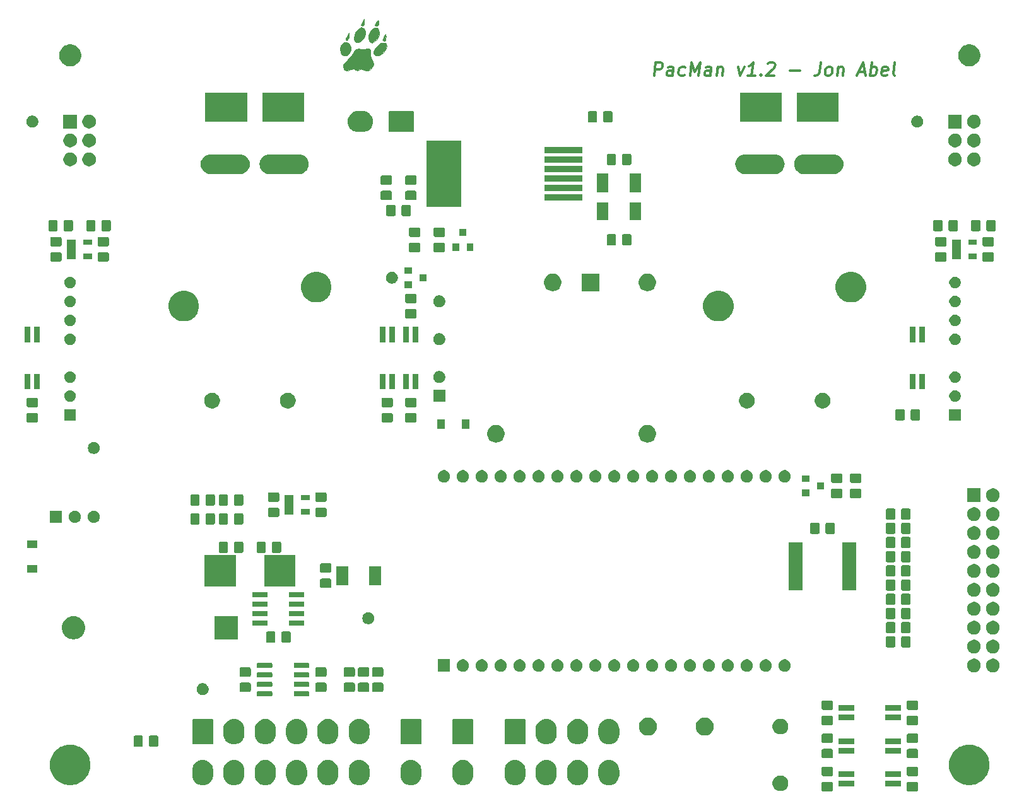
<source format=gbr>
G04 #@! TF.GenerationSoftware,KiCad,Pcbnew,(5.1.5)-3*
G04 #@! TF.CreationDate,2020-02-03T16:01:36-05:00*
G04 #@! TF.ProjectId,PacMan,5061634d-616e-42e6-9b69-6361645f7063,1.2*
G04 #@! TF.SameCoordinates,Original*
G04 #@! TF.FileFunction,Soldermask,Top*
G04 #@! TF.FilePolarity,Negative*
%FSLAX46Y46*%
G04 Gerber Fmt 4.6, Leading zero omitted, Abs format (unit mm)*
G04 Created by KiCad (PCBNEW (5.1.5)-3) date 2020-02-03 16:01:36*
%MOMM*%
%LPD*%
G04 APERTURE LIST*
%ADD10C,0.300000*%
%ADD11C,0.010000*%
%ADD12C,0.100000*%
G04 APERTURE END LIST*
D10*
X161538645Y-54131666D02*
X161757395Y-52381666D01*
X162424062Y-52381666D01*
X162580312Y-52465000D01*
X162653229Y-52548333D01*
X162715729Y-52715000D01*
X162684479Y-52965000D01*
X162580312Y-53131666D01*
X162486562Y-53215000D01*
X162309479Y-53298333D01*
X161642812Y-53298333D01*
X164038645Y-54131666D02*
X164153229Y-53215000D01*
X164090729Y-53048333D01*
X163934479Y-52965000D01*
X163601145Y-52965000D01*
X163424062Y-53048333D01*
X164049062Y-54048333D02*
X163871979Y-54131666D01*
X163455312Y-54131666D01*
X163299062Y-54048333D01*
X163236562Y-53881666D01*
X163257395Y-53715000D01*
X163361562Y-53548333D01*
X163538645Y-53465000D01*
X163955312Y-53465000D01*
X164132395Y-53381666D01*
X165632395Y-54048333D02*
X165455312Y-54131666D01*
X165121979Y-54131666D01*
X164965729Y-54048333D01*
X164892812Y-53965000D01*
X164830312Y-53798333D01*
X164892812Y-53298333D01*
X164996979Y-53131666D01*
X165090729Y-53048333D01*
X165267812Y-52965000D01*
X165601145Y-52965000D01*
X165757395Y-53048333D01*
X166371979Y-54131666D02*
X166590729Y-52381666D01*
X167017812Y-53631666D01*
X167757395Y-52381666D01*
X167538645Y-54131666D01*
X169121979Y-54131666D02*
X169236562Y-53215000D01*
X169174062Y-53048333D01*
X169017812Y-52965000D01*
X168684479Y-52965000D01*
X168507395Y-53048333D01*
X169132395Y-54048333D02*
X168955312Y-54131666D01*
X168538645Y-54131666D01*
X168382395Y-54048333D01*
X168319895Y-53881666D01*
X168340729Y-53715000D01*
X168444895Y-53548333D01*
X168621979Y-53465000D01*
X169038645Y-53465000D01*
X169215729Y-53381666D01*
X170101145Y-52965000D02*
X169955312Y-54131666D01*
X170080312Y-53131666D02*
X170174062Y-53048333D01*
X170351145Y-52965000D01*
X170601145Y-52965000D01*
X170757395Y-53048333D01*
X170819895Y-53215000D01*
X170705312Y-54131666D01*
X172851145Y-52965000D02*
X173121979Y-54131666D01*
X173684479Y-52965000D01*
X175121979Y-54131666D02*
X174121979Y-54131666D01*
X174621979Y-54131666D02*
X174840729Y-52381666D01*
X174642812Y-52631666D01*
X174455312Y-52798333D01*
X174278229Y-52881666D01*
X175892812Y-53965000D02*
X175965729Y-54048333D01*
X175871979Y-54131666D01*
X175799062Y-54048333D01*
X175892812Y-53965000D01*
X175871979Y-54131666D01*
X176819895Y-52548333D02*
X176913645Y-52465000D01*
X177090729Y-52381666D01*
X177507395Y-52381666D01*
X177663645Y-52465000D01*
X177736562Y-52548333D01*
X177799062Y-52715000D01*
X177778229Y-52881666D01*
X177663645Y-53131666D01*
X176538645Y-54131666D01*
X177621979Y-54131666D01*
X179788645Y-53465000D02*
X181121979Y-53465000D01*
X183924062Y-52381666D02*
X183767812Y-53631666D01*
X183653229Y-53881666D01*
X183465729Y-54048333D01*
X183205312Y-54131666D01*
X183038645Y-54131666D01*
X184788645Y-54131666D02*
X184632395Y-54048333D01*
X184559479Y-53965000D01*
X184496979Y-53798333D01*
X184559479Y-53298333D01*
X184663645Y-53131666D01*
X184757395Y-53048333D01*
X184934479Y-52965000D01*
X185184479Y-52965000D01*
X185340729Y-53048333D01*
X185413645Y-53131666D01*
X185476145Y-53298333D01*
X185413645Y-53798333D01*
X185309479Y-53965000D01*
X185215729Y-54048333D01*
X185038645Y-54131666D01*
X184788645Y-54131666D01*
X186267812Y-52965000D02*
X186121979Y-54131666D01*
X186246979Y-53131666D02*
X186340729Y-53048333D01*
X186517812Y-52965000D01*
X186767812Y-52965000D01*
X186924062Y-53048333D01*
X186986562Y-53215000D01*
X186871979Y-54131666D01*
X189017812Y-53631666D02*
X189851145Y-53631666D01*
X188788645Y-54131666D02*
X189590729Y-52381666D01*
X189955312Y-54131666D01*
X190538645Y-54131666D02*
X190757395Y-52381666D01*
X190674062Y-53048333D02*
X190851145Y-52965000D01*
X191184479Y-52965000D01*
X191340729Y-53048333D01*
X191413645Y-53131666D01*
X191476145Y-53298333D01*
X191413645Y-53798333D01*
X191309479Y-53965000D01*
X191215729Y-54048333D01*
X191038645Y-54131666D01*
X190705312Y-54131666D01*
X190549062Y-54048333D01*
X192799062Y-54048333D02*
X192621979Y-54131666D01*
X192288645Y-54131666D01*
X192132395Y-54048333D01*
X192069895Y-53881666D01*
X192153229Y-53215000D01*
X192257395Y-53048333D01*
X192434479Y-52965000D01*
X192767812Y-52965000D01*
X192924062Y-53048333D01*
X192986562Y-53215000D01*
X192965729Y-53381666D01*
X192111562Y-53548333D01*
X193871979Y-54131666D02*
X193715729Y-54048333D01*
X193653229Y-53881666D01*
X193840729Y-52381666D01*
D11*
G36*
X122619028Y-46990000D02*
G01*
X122595723Y-47246675D01*
X122545828Y-47379280D01*
X122448056Y-47432993D01*
X122406833Y-47440389D01*
X122253079Y-47421194D01*
X122216767Y-47355722D01*
X122259391Y-47221125D01*
X122366649Y-47009922D01*
X122428962Y-46905334D01*
X122640723Y-46566667D01*
X122619028Y-46990000D01*
G37*
X122619028Y-46990000D02*
X122595723Y-47246675D01*
X122545828Y-47379280D01*
X122448056Y-47432993D01*
X122406833Y-47440389D01*
X122253079Y-47421194D01*
X122216767Y-47355722D01*
X122259391Y-47221125D01*
X122366649Y-47009922D01*
X122428962Y-46905334D01*
X122640723Y-46566667D01*
X122619028Y-46990000D01*
G36*
X124567411Y-46762294D02*
G01*
X124578560Y-46926500D01*
X124542363Y-47251115D01*
X124457095Y-47426716D01*
X124313781Y-47468809D01*
X124269332Y-47460664D01*
X124078665Y-47413334D01*
X124257014Y-47053500D01*
X124400900Y-46804222D01*
X124506707Y-46706229D01*
X124567411Y-46762294D01*
G37*
X124567411Y-46762294D02*
X124578560Y-46926500D01*
X124542363Y-47251115D01*
X124457095Y-47426716D01*
X124313781Y-47468809D01*
X124269332Y-47460664D01*
X124078665Y-47413334D01*
X124257014Y-47053500D01*
X124400900Y-46804222D01*
X124506707Y-46706229D01*
X124567411Y-46762294D01*
G36*
X125521964Y-48690969D02*
G01*
X125528872Y-48709363D01*
X125560123Y-48912889D01*
X125547790Y-49168641D01*
X125545057Y-49186458D01*
X125491034Y-49392423D01*
X125394077Y-49476281D01*
X125289883Y-49487667D01*
X125142918Y-49463567D01*
X125124664Y-49359241D01*
X125141045Y-49297167D01*
X125216501Y-49088733D01*
X125322386Y-48839157D01*
X125331154Y-48820072D01*
X125420570Y-48642655D01*
X125474367Y-48605111D01*
X125521964Y-48690969D01*
G37*
X125521964Y-48690969D02*
X125528872Y-48709363D01*
X125560123Y-48912889D01*
X125547790Y-49168641D01*
X125545057Y-49186458D01*
X125491034Y-49392423D01*
X125394077Y-49476281D01*
X125289883Y-49487667D01*
X125142918Y-49463567D01*
X125124664Y-49359241D01*
X125141045Y-49297167D01*
X125216501Y-49088733D01*
X125322386Y-48839157D01*
X125331154Y-48820072D01*
X125420570Y-48642655D01*
X125474367Y-48605111D01*
X125521964Y-48690969D01*
G36*
X120603848Y-48727179D02*
G01*
X120564777Y-49045675D01*
X120468690Y-49286291D01*
X120333844Y-49413756D01*
X120244313Y-49421782D01*
X120143511Y-49340081D01*
X120165353Y-49160255D01*
X120311290Y-48876152D01*
X120407954Y-48727179D01*
X120607667Y-48432359D01*
X120603848Y-48727179D01*
G37*
X120603848Y-48727179D02*
X120564777Y-49045675D01*
X120468690Y-49286291D01*
X120333844Y-49413756D01*
X120244313Y-49421782D01*
X120143511Y-49340081D01*
X120165353Y-49160255D01*
X120311290Y-48876152D01*
X120407954Y-48727179D01*
X120607667Y-48432359D01*
X120603848Y-48727179D01*
G36*
X122414704Y-47700133D02*
G01*
X122594987Y-47838059D01*
X122734924Y-48055958D01*
X122770838Y-48161810D01*
X122778134Y-48473164D01*
X122681690Y-48833534D01*
X122503947Y-49179011D01*
X122344214Y-49376719D01*
X122079725Y-49571295D01*
X121803516Y-49662664D01*
X121558027Y-49645736D01*
X121385696Y-49515422D01*
X121372645Y-49493233D01*
X121283208Y-49159377D01*
X121322085Y-48782392D01*
X121470099Y-48402331D01*
X121708071Y-48059249D01*
X122016822Y-47793198D01*
X122239420Y-47683031D01*
X122414704Y-47700133D01*
G37*
X122414704Y-47700133D02*
X122594987Y-47838059D01*
X122734924Y-48055958D01*
X122770838Y-48161810D01*
X122778134Y-48473164D01*
X122681690Y-48833534D01*
X122503947Y-49179011D01*
X122344214Y-49376719D01*
X122079725Y-49571295D01*
X121803516Y-49662664D01*
X121558027Y-49645736D01*
X121385696Y-49515422D01*
X121372645Y-49493233D01*
X121283208Y-49159377D01*
X121322085Y-48782392D01*
X121470099Y-48402331D01*
X121708071Y-48059249D01*
X122016822Y-47793198D01*
X122239420Y-47683031D01*
X122414704Y-47700133D01*
G36*
X124482241Y-47828666D02*
G01*
X124612810Y-48035143D01*
X124664881Y-48325016D01*
X124624716Y-48677213D01*
X124490775Y-49045875D01*
X124317011Y-49311755D01*
X124088058Y-49543657D01*
X123851964Y-49699551D01*
X123695672Y-49741350D01*
X123566536Y-49696806D01*
X123420505Y-49609866D01*
X123270470Y-49409366D01*
X123219415Y-49118098D01*
X123259287Y-48776510D01*
X123382030Y-48425048D01*
X123579592Y-48104159D01*
X123756943Y-47920349D01*
X124040568Y-47750197D01*
X124286914Y-47726660D01*
X124482241Y-47828666D01*
G37*
X124482241Y-47828666D02*
X124612810Y-48035143D01*
X124664881Y-48325016D01*
X124624716Y-48677213D01*
X124490775Y-49045875D01*
X124317011Y-49311755D01*
X124088058Y-49543657D01*
X123851964Y-49699551D01*
X123695672Y-49741350D01*
X123566536Y-49696806D01*
X123420505Y-49609866D01*
X123270470Y-49409366D01*
X123219415Y-49118098D01*
X123259287Y-48776510D01*
X123382030Y-48425048D01*
X123579592Y-48104159D01*
X123756943Y-47920349D01*
X124040568Y-47750197D01*
X124286914Y-47726660D01*
X124482241Y-47828666D01*
G36*
X125483540Y-49798843D02*
G01*
X125625241Y-49953394D01*
X125663259Y-50179851D01*
X125604029Y-50452747D01*
X125453983Y-50746614D01*
X125219554Y-51035983D01*
X124907176Y-51295387D01*
X124826104Y-51347448D01*
X124485370Y-51496028D01*
X124206441Y-51490027D01*
X124042714Y-51386619D01*
X123937578Y-51234309D01*
X123924424Y-51050154D01*
X124005794Y-50792474D01*
X124090236Y-50607457D01*
X124315353Y-50269533D01*
X124616115Y-49989453D01*
X124946507Y-49802121D01*
X125231724Y-49741667D01*
X125483540Y-49798843D01*
G37*
X125483540Y-49798843D02*
X125625241Y-49953394D01*
X125663259Y-50179851D01*
X125604029Y-50452747D01*
X125453983Y-50746614D01*
X125219554Y-51035983D01*
X124907176Y-51295387D01*
X124826104Y-51347448D01*
X124485370Y-51496028D01*
X124206441Y-51490027D01*
X124042714Y-51386619D01*
X123937578Y-51234309D01*
X123924424Y-51050154D01*
X124005794Y-50792474D01*
X124090236Y-50607457D01*
X124315353Y-50269533D01*
X124616115Y-49989453D01*
X124946507Y-49802121D01*
X125231724Y-49741667D01*
X125483540Y-49798843D01*
G36*
X120353008Y-49707248D02*
G01*
X120589170Y-49850708D01*
X120755353Y-50088980D01*
X120839756Y-50388042D01*
X120830576Y-50713871D01*
X120716009Y-51032444D01*
X120585895Y-51212473D01*
X120308597Y-51427238D01*
X120020183Y-51473290D01*
X119875892Y-51434924D01*
X119619871Y-51245687D01*
X119465996Y-50932300D01*
X119422333Y-50574216D01*
X119487517Y-50182007D01*
X119673498Y-49889272D01*
X119965918Y-49715900D01*
X120058669Y-49692626D01*
X120353008Y-49707248D01*
G37*
X120353008Y-49707248D02*
X120589170Y-49850708D01*
X120755353Y-50088980D01*
X120839756Y-50388042D01*
X120830576Y-50713871D01*
X120716009Y-51032444D01*
X120585895Y-51212473D01*
X120308597Y-51427238D01*
X120020183Y-51473290D01*
X119875892Y-51434924D01*
X119619871Y-51245687D01*
X119465996Y-50932300D01*
X119422333Y-50574216D01*
X119487517Y-50182007D01*
X119673498Y-49889272D01*
X119965918Y-49715900D01*
X120058669Y-49692626D01*
X120353008Y-49707248D01*
G36*
X123212953Y-50521177D02*
G01*
X123386611Y-50612530D01*
X123387157Y-50613184D01*
X123435257Y-50755036D01*
X123460637Y-51000858D01*
X123461024Y-51184684D01*
X123469490Y-51510546D01*
X123536474Y-51748810D01*
X123639692Y-51921029D01*
X123836752Y-52308460D01*
X123876282Y-52681277D01*
X123760595Y-53018630D01*
X123492005Y-53299668D01*
X123486333Y-53303694D01*
X123192732Y-53468113D01*
X122933318Y-53497707D01*
X122647092Y-53397699D01*
X122610692Y-53378656D01*
X122395483Y-53274943D01*
X122245758Y-53253999D01*
X122082605Y-53310142D01*
X122028158Y-53336709D01*
X121746719Y-53447125D01*
X121538743Y-53443174D01*
X121356425Y-53328017D01*
X121247675Y-53247757D01*
X121131538Y-53234374D01*
X120946278Y-53287869D01*
X120838928Y-53328017D01*
X120442622Y-53446118D01*
X120152675Y-53450818D01*
X119948349Y-53340612D01*
X119882323Y-53258552D01*
X119797073Y-52995197D01*
X119866908Y-52696255D01*
X120094103Y-52356523D01*
X120422554Y-52022807D01*
X120709823Y-51727056D01*
X120980128Y-51388522D01*
X121158000Y-51110300D01*
X121378688Y-50764586D01*
X121605987Y-50571508D01*
X121869730Y-50515965D01*
X122199751Y-50582861D01*
X122200017Y-50582949D01*
X122469500Y-50645964D01*
X122662309Y-50618728D01*
X122706547Y-50597852D01*
X122962900Y-50515758D01*
X123212953Y-50521177D01*
G37*
X123212953Y-50521177D02*
X123386611Y-50612530D01*
X123387157Y-50613184D01*
X123435257Y-50755036D01*
X123460637Y-51000858D01*
X123461024Y-51184684D01*
X123469490Y-51510546D01*
X123536474Y-51748810D01*
X123639692Y-51921029D01*
X123836752Y-52308460D01*
X123876282Y-52681277D01*
X123760595Y-53018630D01*
X123492005Y-53299668D01*
X123486333Y-53303694D01*
X123192732Y-53468113D01*
X122933318Y-53497707D01*
X122647092Y-53397699D01*
X122610692Y-53378656D01*
X122395483Y-53274943D01*
X122245758Y-53253999D01*
X122082605Y-53310142D01*
X122028158Y-53336709D01*
X121746719Y-53447125D01*
X121538743Y-53443174D01*
X121356425Y-53328017D01*
X121247675Y-53247757D01*
X121131538Y-53234374D01*
X120946278Y-53287869D01*
X120838928Y-53328017D01*
X120442622Y-53446118D01*
X120152675Y-53450818D01*
X119948349Y-53340612D01*
X119882323Y-53258552D01*
X119797073Y-52995197D01*
X119866908Y-52696255D01*
X120094103Y-52356523D01*
X120422554Y-52022807D01*
X120709823Y-51727056D01*
X120980128Y-51388522D01*
X121158000Y-51110300D01*
X121378688Y-50764586D01*
X121605987Y-50571508D01*
X121869730Y-50515965D01*
X122199751Y-50582861D01*
X122200017Y-50582949D01*
X122469500Y-50645964D01*
X122662309Y-50618728D01*
X122706547Y-50597852D01*
X122962900Y-50515758D01*
X123212953Y-50521177D01*
D12*
G36*
X196803674Y-148993465D02*
G01*
X196841367Y-149004899D01*
X196876103Y-149023466D01*
X196906548Y-149048452D01*
X196931534Y-149078897D01*
X196950101Y-149113633D01*
X196961535Y-149151326D01*
X196966000Y-149196661D01*
X196966000Y-150033339D01*
X196961535Y-150078674D01*
X196950101Y-150116367D01*
X196931534Y-150151103D01*
X196906548Y-150181548D01*
X196876103Y-150206534D01*
X196841367Y-150225101D01*
X196803674Y-150236535D01*
X196758339Y-150241000D01*
X195671661Y-150241000D01*
X195626326Y-150236535D01*
X195588633Y-150225101D01*
X195553897Y-150206534D01*
X195523452Y-150181548D01*
X195498466Y-150151103D01*
X195479899Y-150116367D01*
X195468465Y-150078674D01*
X195464000Y-150033339D01*
X195464000Y-149196661D01*
X195468465Y-149151326D01*
X195479899Y-149113633D01*
X195498466Y-149078897D01*
X195523452Y-149048452D01*
X195553897Y-149023466D01*
X195588633Y-149004899D01*
X195626326Y-148993465D01*
X195671661Y-148989000D01*
X196758339Y-148989000D01*
X196803674Y-148993465D01*
G37*
G36*
X185373674Y-148993465D02*
G01*
X185411367Y-149004899D01*
X185446103Y-149023466D01*
X185476548Y-149048452D01*
X185501534Y-149078897D01*
X185520101Y-149113633D01*
X185531535Y-149151326D01*
X185536000Y-149196661D01*
X185536000Y-150033339D01*
X185531535Y-150078674D01*
X185520101Y-150116367D01*
X185501534Y-150151103D01*
X185476548Y-150181548D01*
X185446103Y-150206534D01*
X185411367Y-150225101D01*
X185373674Y-150236535D01*
X185328339Y-150241000D01*
X184241661Y-150241000D01*
X184196326Y-150236535D01*
X184158633Y-150225101D01*
X184123897Y-150206534D01*
X184093452Y-150181548D01*
X184068466Y-150151103D01*
X184049899Y-150116367D01*
X184038465Y-150078674D01*
X184034000Y-150033339D01*
X184034000Y-149196661D01*
X184038465Y-149151326D01*
X184049899Y-149113633D01*
X184068466Y-149078897D01*
X184093452Y-149048452D01*
X184123897Y-149023466D01*
X184158633Y-149004899D01*
X184196326Y-148993465D01*
X184241661Y-148989000D01*
X185328339Y-148989000D01*
X185373674Y-148993465D01*
G37*
G36*
X178805064Y-148150889D02*
G01*
X178996333Y-148230115D01*
X178996335Y-148230116D01*
X179122840Y-148314644D01*
X179168473Y-148345135D01*
X179314865Y-148491527D01*
X179429885Y-148663667D01*
X179509111Y-148854936D01*
X179549500Y-149057984D01*
X179549500Y-149265016D01*
X179509111Y-149468064D01*
X179456118Y-149596000D01*
X179429884Y-149659335D01*
X179314865Y-149831473D01*
X179168473Y-149977865D01*
X178996335Y-150092884D01*
X178996334Y-150092885D01*
X178996333Y-150092885D01*
X178805064Y-150172111D01*
X178602016Y-150212500D01*
X178394984Y-150212500D01*
X178191936Y-150172111D01*
X178000667Y-150092885D01*
X178000666Y-150092885D01*
X178000665Y-150092884D01*
X177828527Y-149977865D01*
X177682135Y-149831473D01*
X177567116Y-149659335D01*
X177540882Y-149596000D01*
X177487889Y-149468064D01*
X177447500Y-149265016D01*
X177447500Y-149057984D01*
X177487889Y-148854936D01*
X177567115Y-148663667D01*
X177682135Y-148491527D01*
X177828527Y-148345135D01*
X177874160Y-148314644D01*
X178000665Y-148230116D01*
X178000667Y-148230115D01*
X178191936Y-148150889D01*
X178394984Y-148110500D01*
X178602016Y-148110500D01*
X178805064Y-148150889D01*
G37*
G36*
X194701000Y-149596000D02*
G01*
X192599000Y-149596000D01*
X192599000Y-148854000D01*
X194701000Y-148854000D01*
X194701000Y-149596000D01*
G37*
G36*
X188401000Y-149596000D02*
G01*
X186299000Y-149596000D01*
X186299000Y-148854000D01*
X188401000Y-148854000D01*
X188401000Y-149596000D01*
G37*
G36*
X118039643Y-146059272D02*
G01*
X118235016Y-146118538D01*
X118303736Y-146139384D01*
X118533201Y-146262036D01*
X118547119Y-146269475D01*
X118588797Y-146303680D01*
X118760450Y-146444550D01*
X118903092Y-146618360D01*
X118935525Y-146657880D01*
X118935526Y-146657882D01*
X119065616Y-146901263D01*
X119077063Y-146939000D01*
X119145728Y-147165356D01*
X119155864Y-147268269D01*
X119166000Y-147371180D01*
X119166000Y-148108819D01*
X119157906Y-148191000D01*
X119145728Y-148314643D01*
X119136478Y-148345135D01*
X119065616Y-148578737D01*
X118949375Y-148796208D01*
X118935525Y-148822120D01*
X118908594Y-148854935D01*
X118760450Y-149035450D01*
X118619254Y-149151326D01*
X118547120Y-149210525D01*
X118547118Y-149210526D01*
X118303737Y-149340616D01*
X118235017Y-149361462D01*
X118039644Y-149420728D01*
X117765000Y-149447778D01*
X117490357Y-149420728D01*
X117294984Y-149361462D01*
X117226264Y-149340616D01*
X116982883Y-149210526D01*
X116982881Y-149210525D01*
X116941203Y-149176320D01*
X116769550Y-149035450D01*
X116620639Y-148854000D01*
X116594475Y-148822120D01*
X116580625Y-148796208D01*
X116464384Y-148578737D01*
X116415511Y-148417623D01*
X116384272Y-148314644D01*
X116370054Y-148170282D01*
X116364000Y-148108820D01*
X116364000Y-147371181D01*
X116384272Y-147165359D01*
X116384272Y-147165357D01*
X116448781Y-146952700D01*
X116464384Y-146901264D01*
X116594474Y-146657883D01*
X116594475Y-146657881D01*
X116628680Y-146616203D01*
X116769550Y-146444550D01*
X116943360Y-146301908D01*
X116982880Y-146269475D01*
X116996798Y-146262036D01*
X117226263Y-146139384D01*
X117294983Y-146118538D01*
X117490356Y-146059272D01*
X117765000Y-146032222D01*
X118039643Y-146059272D01*
G37*
G36*
X143149643Y-146059272D02*
G01*
X143345016Y-146118538D01*
X143413736Y-146139384D01*
X143643201Y-146262036D01*
X143657119Y-146269475D01*
X143698797Y-146303680D01*
X143870450Y-146444550D01*
X144013092Y-146618360D01*
X144045525Y-146657880D01*
X144045526Y-146657882D01*
X144175616Y-146901263D01*
X144187063Y-146939000D01*
X144255728Y-147165356D01*
X144265864Y-147268269D01*
X144276000Y-147371180D01*
X144276000Y-148108819D01*
X144267906Y-148191000D01*
X144255728Y-148314643D01*
X144246478Y-148345135D01*
X144175616Y-148578737D01*
X144059375Y-148796208D01*
X144045525Y-148822120D01*
X144018594Y-148854935D01*
X143870450Y-149035450D01*
X143729254Y-149151326D01*
X143657120Y-149210525D01*
X143657118Y-149210526D01*
X143413737Y-149340616D01*
X143345017Y-149361462D01*
X143149644Y-149420728D01*
X142875000Y-149447778D01*
X142600357Y-149420728D01*
X142404984Y-149361462D01*
X142336264Y-149340616D01*
X142092883Y-149210526D01*
X142092881Y-149210525D01*
X142051203Y-149176320D01*
X141879550Y-149035450D01*
X141730639Y-148854000D01*
X141704475Y-148822120D01*
X141690625Y-148796208D01*
X141574384Y-148578737D01*
X141525511Y-148417623D01*
X141494272Y-148314644D01*
X141480054Y-148170282D01*
X141474000Y-148108820D01*
X141474000Y-147371181D01*
X141494272Y-147165359D01*
X141494272Y-147165357D01*
X141558781Y-146952700D01*
X141574384Y-146901264D01*
X141704474Y-146657883D01*
X141704475Y-146657881D01*
X141738680Y-146616203D01*
X141879550Y-146444550D01*
X142053360Y-146301908D01*
X142092880Y-146269475D01*
X142106798Y-146262036D01*
X142336263Y-146139384D01*
X142404983Y-146118538D01*
X142600356Y-146059272D01*
X142875000Y-146032222D01*
X143149643Y-146059272D01*
G37*
G36*
X122239643Y-146059272D02*
G01*
X122435016Y-146118538D01*
X122503736Y-146139384D01*
X122733201Y-146262036D01*
X122747119Y-146269475D01*
X122788797Y-146303680D01*
X122960450Y-146444550D01*
X123103092Y-146618360D01*
X123135525Y-146657880D01*
X123135526Y-146657882D01*
X123265616Y-146901263D01*
X123277063Y-146939000D01*
X123345728Y-147165356D01*
X123355864Y-147268269D01*
X123366000Y-147371180D01*
X123366000Y-148108819D01*
X123357906Y-148191000D01*
X123345728Y-148314643D01*
X123336478Y-148345135D01*
X123265616Y-148578737D01*
X123149375Y-148796208D01*
X123135525Y-148822120D01*
X123108594Y-148854935D01*
X122960450Y-149035450D01*
X122819254Y-149151326D01*
X122747120Y-149210525D01*
X122747118Y-149210526D01*
X122503737Y-149340616D01*
X122435017Y-149361462D01*
X122239644Y-149420728D01*
X121965000Y-149447778D01*
X121690357Y-149420728D01*
X121494984Y-149361462D01*
X121426264Y-149340616D01*
X121182883Y-149210526D01*
X121182881Y-149210525D01*
X121141203Y-149176320D01*
X120969550Y-149035450D01*
X120820639Y-148854000D01*
X120794475Y-148822120D01*
X120780625Y-148796208D01*
X120664384Y-148578737D01*
X120615511Y-148417623D01*
X120584272Y-148314644D01*
X120570054Y-148170282D01*
X120564000Y-148108820D01*
X120564000Y-147371181D01*
X120584272Y-147165359D01*
X120584272Y-147165357D01*
X120648781Y-146952700D01*
X120664384Y-146901264D01*
X120794474Y-146657883D01*
X120794475Y-146657881D01*
X120828680Y-146616203D01*
X120969550Y-146444550D01*
X121143360Y-146301908D01*
X121182880Y-146269475D01*
X121196798Y-146262036D01*
X121426263Y-146139384D01*
X121494983Y-146118538D01*
X121690356Y-146059272D01*
X121965000Y-146032222D01*
X122239643Y-146059272D01*
G37*
G36*
X113839643Y-146059272D02*
G01*
X114035016Y-146118538D01*
X114103736Y-146139384D01*
X114333201Y-146262036D01*
X114347119Y-146269475D01*
X114388797Y-146303680D01*
X114560450Y-146444550D01*
X114703092Y-146618360D01*
X114735525Y-146657880D01*
X114735526Y-146657882D01*
X114865616Y-146901263D01*
X114877063Y-146939000D01*
X114945728Y-147165356D01*
X114955864Y-147268269D01*
X114966000Y-147371180D01*
X114966000Y-148108819D01*
X114957906Y-148191000D01*
X114945728Y-148314643D01*
X114936478Y-148345135D01*
X114865616Y-148578737D01*
X114749375Y-148796208D01*
X114735525Y-148822120D01*
X114708594Y-148854935D01*
X114560450Y-149035450D01*
X114419254Y-149151326D01*
X114347120Y-149210525D01*
X114347118Y-149210526D01*
X114103737Y-149340616D01*
X114035017Y-149361462D01*
X113839644Y-149420728D01*
X113565000Y-149447778D01*
X113290357Y-149420728D01*
X113094984Y-149361462D01*
X113026264Y-149340616D01*
X112782883Y-149210526D01*
X112782881Y-149210525D01*
X112741203Y-149176320D01*
X112569550Y-149035450D01*
X112420639Y-148854000D01*
X112394475Y-148822120D01*
X112380625Y-148796208D01*
X112264384Y-148578737D01*
X112215511Y-148417623D01*
X112184272Y-148314644D01*
X112170054Y-148170282D01*
X112164000Y-148108820D01*
X112164000Y-147371181D01*
X112184272Y-147165359D01*
X112184272Y-147165357D01*
X112248781Y-146952700D01*
X112264384Y-146901264D01*
X112394474Y-146657883D01*
X112394475Y-146657881D01*
X112428680Y-146616203D01*
X112569550Y-146444550D01*
X112743360Y-146301908D01*
X112782880Y-146269475D01*
X112796798Y-146262036D01*
X113026263Y-146139384D01*
X113094983Y-146118538D01*
X113290356Y-146059272D01*
X113565000Y-146032222D01*
X113839643Y-146059272D01*
G37*
G36*
X109639643Y-146059272D02*
G01*
X109835016Y-146118538D01*
X109903736Y-146139384D01*
X110133201Y-146262036D01*
X110147119Y-146269475D01*
X110188797Y-146303680D01*
X110360450Y-146444550D01*
X110503092Y-146618360D01*
X110535525Y-146657880D01*
X110535526Y-146657882D01*
X110665616Y-146901263D01*
X110677063Y-146939000D01*
X110745728Y-147165356D01*
X110755864Y-147268269D01*
X110766000Y-147371180D01*
X110766000Y-148108819D01*
X110757906Y-148191000D01*
X110745728Y-148314643D01*
X110736478Y-148345135D01*
X110665616Y-148578737D01*
X110549375Y-148796208D01*
X110535525Y-148822120D01*
X110508594Y-148854935D01*
X110360450Y-149035450D01*
X110219254Y-149151326D01*
X110147120Y-149210525D01*
X110147118Y-149210526D01*
X109903737Y-149340616D01*
X109835017Y-149361462D01*
X109639644Y-149420728D01*
X109365000Y-149447778D01*
X109090357Y-149420728D01*
X108894984Y-149361462D01*
X108826264Y-149340616D01*
X108582883Y-149210526D01*
X108582881Y-149210525D01*
X108541203Y-149176320D01*
X108369550Y-149035450D01*
X108220639Y-148854000D01*
X108194475Y-148822120D01*
X108180625Y-148796208D01*
X108064384Y-148578737D01*
X108015511Y-148417623D01*
X107984272Y-148314644D01*
X107970054Y-148170282D01*
X107964000Y-148108820D01*
X107964000Y-147371181D01*
X107984272Y-147165359D01*
X107984272Y-147165357D01*
X108048781Y-146952700D01*
X108064384Y-146901264D01*
X108194474Y-146657883D01*
X108194475Y-146657881D01*
X108228680Y-146616203D01*
X108369550Y-146444550D01*
X108543360Y-146301908D01*
X108582880Y-146269475D01*
X108596798Y-146262036D01*
X108826263Y-146139384D01*
X108894983Y-146118538D01*
X109090356Y-146059272D01*
X109365000Y-146032222D01*
X109639643Y-146059272D01*
G37*
G36*
X105439643Y-146059272D02*
G01*
X105635016Y-146118538D01*
X105703736Y-146139384D01*
X105933201Y-146262036D01*
X105947119Y-146269475D01*
X105988797Y-146303680D01*
X106160450Y-146444550D01*
X106303092Y-146618360D01*
X106335525Y-146657880D01*
X106335526Y-146657882D01*
X106465616Y-146901263D01*
X106477063Y-146939000D01*
X106545728Y-147165356D01*
X106555864Y-147268269D01*
X106566000Y-147371180D01*
X106566000Y-148108819D01*
X106557906Y-148191000D01*
X106545728Y-148314643D01*
X106536478Y-148345135D01*
X106465616Y-148578737D01*
X106349375Y-148796208D01*
X106335525Y-148822120D01*
X106308594Y-148854935D01*
X106160450Y-149035450D01*
X106019254Y-149151326D01*
X105947120Y-149210525D01*
X105947118Y-149210526D01*
X105703737Y-149340616D01*
X105635017Y-149361462D01*
X105439644Y-149420728D01*
X105165000Y-149447778D01*
X104890357Y-149420728D01*
X104694984Y-149361462D01*
X104626264Y-149340616D01*
X104382883Y-149210526D01*
X104382881Y-149210525D01*
X104341203Y-149176320D01*
X104169550Y-149035450D01*
X104020639Y-148854000D01*
X103994475Y-148822120D01*
X103980625Y-148796208D01*
X103864384Y-148578737D01*
X103815511Y-148417623D01*
X103784272Y-148314644D01*
X103770054Y-148170282D01*
X103764000Y-148108820D01*
X103764000Y-147371181D01*
X103784272Y-147165359D01*
X103784272Y-147165357D01*
X103848781Y-146952700D01*
X103864384Y-146901264D01*
X103994474Y-146657883D01*
X103994475Y-146657881D01*
X104028680Y-146616203D01*
X104169550Y-146444550D01*
X104343360Y-146301908D01*
X104382880Y-146269475D01*
X104396798Y-146262036D01*
X104626263Y-146139384D01*
X104694983Y-146118538D01*
X104890356Y-146059272D01*
X105165000Y-146032222D01*
X105439643Y-146059272D01*
G37*
G36*
X101239643Y-146059272D02*
G01*
X101435016Y-146118538D01*
X101503736Y-146139384D01*
X101733201Y-146262036D01*
X101747119Y-146269475D01*
X101788797Y-146303680D01*
X101960450Y-146444550D01*
X102103092Y-146618360D01*
X102135525Y-146657880D01*
X102135526Y-146657882D01*
X102265616Y-146901263D01*
X102277063Y-146939000D01*
X102345728Y-147165356D01*
X102355864Y-147268269D01*
X102366000Y-147371180D01*
X102366000Y-148108819D01*
X102357906Y-148191000D01*
X102345728Y-148314643D01*
X102336478Y-148345135D01*
X102265616Y-148578737D01*
X102149375Y-148796208D01*
X102135525Y-148822120D01*
X102108594Y-148854935D01*
X101960450Y-149035450D01*
X101819254Y-149151326D01*
X101747120Y-149210525D01*
X101747118Y-149210526D01*
X101503737Y-149340616D01*
X101435017Y-149361462D01*
X101239644Y-149420728D01*
X100965000Y-149447778D01*
X100690357Y-149420728D01*
X100494984Y-149361462D01*
X100426264Y-149340616D01*
X100182883Y-149210526D01*
X100182881Y-149210525D01*
X100141203Y-149176320D01*
X99969550Y-149035450D01*
X99820639Y-148854000D01*
X99794475Y-148822120D01*
X99780625Y-148796208D01*
X99664384Y-148578737D01*
X99615511Y-148417623D01*
X99584272Y-148314644D01*
X99570054Y-148170282D01*
X99564000Y-148108820D01*
X99564000Y-147371181D01*
X99584272Y-147165359D01*
X99584272Y-147165357D01*
X99648781Y-146952700D01*
X99664384Y-146901264D01*
X99794474Y-146657883D01*
X99794475Y-146657881D01*
X99828680Y-146616203D01*
X99969550Y-146444550D01*
X100143360Y-146301908D01*
X100182880Y-146269475D01*
X100196798Y-146262036D01*
X100426263Y-146139384D01*
X100494983Y-146118538D01*
X100690356Y-146059272D01*
X100965000Y-146032222D01*
X101239643Y-146059272D01*
G37*
G36*
X151549643Y-146059272D02*
G01*
X151745016Y-146118538D01*
X151813736Y-146139384D01*
X152043201Y-146262036D01*
X152057119Y-146269475D01*
X152098797Y-146303680D01*
X152270450Y-146444550D01*
X152413092Y-146618360D01*
X152445525Y-146657880D01*
X152445526Y-146657882D01*
X152575616Y-146901263D01*
X152587063Y-146939000D01*
X152655728Y-147165356D01*
X152665864Y-147268269D01*
X152676000Y-147371180D01*
X152676000Y-148108819D01*
X152667906Y-148191000D01*
X152655728Y-148314643D01*
X152646478Y-148345135D01*
X152575616Y-148578737D01*
X152459375Y-148796208D01*
X152445525Y-148822120D01*
X152418594Y-148854935D01*
X152270450Y-149035450D01*
X152129254Y-149151326D01*
X152057120Y-149210525D01*
X152057118Y-149210526D01*
X151813737Y-149340616D01*
X151745017Y-149361462D01*
X151549644Y-149420728D01*
X151275000Y-149447778D01*
X151000357Y-149420728D01*
X150804984Y-149361462D01*
X150736264Y-149340616D01*
X150492883Y-149210526D01*
X150492881Y-149210525D01*
X150451203Y-149176320D01*
X150279550Y-149035450D01*
X150130639Y-148854000D01*
X150104475Y-148822120D01*
X150090625Y-148796208D01*
X149974384Y-148578737D01*
X149925511Y-148417623D01*
X149894272Y-148314644D01*
X149880054Y-148170282D01*
X149874000Y-148108820D01*
X149874000Y-147371181D01*
X149894272Y-147165359D01*
X149894272Y-147165357D01*
X149958781Y-146952700D01*
X149974384Y-146901264D01*
X150104474Y-146657883D01*
X150104475Y-146657881D01*
X150138680Y-146616203D01*
X150279550Y-146444550D01*
X150453360Y-146301908D01*
X150492880Y-146269475D01*
X150506798Y-146262036D01*
X150736263Y-146139384D01*
X150804983Y-146118538D01*
X151000356Y-146059272D01*
X151275000Y-146032222D01*
X151549643Y-146059272D01*
G37*
G36*
X129179643Y-146059272D02*
G01*
X129375016Y-146118538D01*
X129443736Y-146139384D01*
X129673201Y-146262036D01*
X129687119Y-146269475D01*
X129728797Y-146303680D01*
X129900450Y-146444550D01*
X130043092Y-146618360D01*
X130075525Y-146657880D01*
X130075526Y-146657882D01*
X130205616Y-146901263D01*
X130217063Y-146939000D01*
X130285728Y-147165356D01*
X130295864Y-147268269D01*
X130306000Y-147371180D01*
X130306000Y-148108819D01*
X130297906Y-148191000D01*
X130285728Y-148314643D01*
X130276478Y-148345135D01*
X130205616Y-148578737D01*
X130089375Y-148796208D01*
X130075525Y-148822120D01*
X130048594Y-148854935D01*
X129900450Y-149035450D01*
X129759254Y-149151326D01*
X129687120Y-149210525D01*
X129687118Y-149210526D01*
X129443737Y-149340616D01*
X129375017Y-149361462D01*
X129179644Y-149420728D01*
X128905000Y-149447778D01*
X128630357Y-149420728D01*
X128434984Y-149361462D01*
X128366264Y-149340616D01*
X128122883Y-149210526D01*
X128122881Y-149210525D01*
X128081203Y-149176320D01*
X127909550Y-149035450D01*
X127760639Y-148854000D01*
X127734475Y-148822120D01*
X127720625Y-148796208D01*
X127604384Y-148578737D01*
X127555511Y-148417623D01*
X127524272Y-148314644D01*
X127510054Y-148170282D01*
X127504000Y-148108820D01*
X127504000Y-147371181D01*
X127524272Y-147165359D01*
X127524272Y-147165357D01*
X127588781Y-146952700D01*
X127604384Y-146901264D01*
X127734474Y-146657883D01*
X127734475Y-146657881D01*
X127768680Y-146616203D01*
X127909550Y-146444550D01*
X128083360Y-146301908D01*
X128122880Y-146269475D01*
X128136798Y-146262036D01*
X128366263Y-146139384D01*
X128434983Y-146118538D01*
X128630356Y-146059272D01*
X128905000Y-146032222D01*
X129179643Y-146059272D01*
G37*
G36*
X136164643Y-146059272D02*
G01*
X136360016Y-146118538D01*
X136428736Y-146139384D01*
X136658201Y-146262036D01*
X136672119Y-146269475D01*
X136713797Y-146303680D01*
X136885450Y-146444550D01*
X137028092Y-146618360D01*
X137060525Y-146657880D01*
X137060526Y-146657882D01*
X137190616Y-146901263D01*
X137202063Y-146939000D01*
X137270728Y-147165356D01*
X137280864Y-147268269D01*
X137291000Y-147371180D01*
X137291000Y-148108819D01*
X137282906Y-148191000D01*
X137270728Y-148314643D01*
X137261478Y-148345135D01*
X137190616Y-148578737D01*
X137074375Y-148796208D01*
X137060525Y-148822120D01*
X137033594Y-148854935D01*
X136885450Y-149035450D01*
X136744254Y-149151326D01*
X136672120Y-149210525D01*
X136672118Y-149210526D01*
X136428737Y-149340616D01*
X136360017Y-149361462D01*
X136164644Y-149420728D01*
X135890000Y-149447778D01*
X135615357Y-149420728D01*
X135419984Y-149361462D01*
X135351264Y-149340616D01*
X135107883Y-149210526D01*
X135107881Y-149210525D01*
X135066203Y-149176320D01*
X134894550Y-149035450D01*
X134745639Y-148854000D01*
X134719475Y-148822120D01*
X134705625Y-148796208D01*
X134589384Y-148578737D01*
X134540511Y-148417623D01*
X134509272Y-148314644D01*
X134495054Y-148170282D01*
X134489000Y-148108820D01*
X134489000Y-147371181D01*
X134509272Y-147165359D01*
X134509272Y-147165357D01*
X134573781Y-146952700D01*
X134589384Y-146901264D01*
X134719474Y-146657883D01*
X134719475Y-146657881D01*
X134753680Y-146616203D01*
X134894550Y-146444550D01*
X135068360Y-146301908D01*
X135107880Y-146269475D01*
X135121798Y-146262036D01*
X135351263Y-146139384D01*
X135419983Y-146118538D01*
X135615356Y-146059272D01*
X135890000Y-146032222D01*
X136164643Y-146059272D01*
G37*
G36*
X147349643Y-146059272D02*
G01*
X147545016Y-146118538D01*
X147613736Y-146139384D01*
X147843201Y-146262036D01*
X147857119Y-146269475D01*
X147898797Y-146303680D01*
X148070450Y-146444550D01*
X148213092Y-146618360D01*
X148245525Y-146657880D01*
X148245526Y-146657882D01*
X148375616Y-146901263D01*
X148387063Y-146939000D01*
X148455728Y-147165356D01*
X148465864Y-147268269D01*
X148476000Y-147371180D01*
X148476000Y-148108819D01*
X148467906Y-148191000D01*
X148455728Y-148314643D01*
X148446478Y-148345135D01*
X148375616Y-148578737D01*
X148259375Y-148796208D01*
X148245525Y-148822120D01*
X148218594Y-148854935D01*
X148070450Y-149035450D01*
X147929254Y-149151326D01*
X147857120Y-149210525D01*
X147857118Y-149210526D01*
X147613737Y-149340616D01*
X147545017Y-149361462D01*
X147349644Y-149420728D01*
X147075000Y-149447778D01*
X146800357Y-149420728D01*
X146604984Y-149361462D01*
X146536264Y-149340616D01*
X146292883Y-149210526D01*
X146292881Y-149210525D01*
X146251203Y-149176320D01*
X146079550Y-149035450D01*
X145930639Y-148854000D01*
X145904475Y-148822120D01*
X145890625Y-148796208D01*
X145774384Y-148578737D01*
X145725511Y-148417623D01*
X145694272Y-148314644D01*
X145680054Y-148170282D01*
X145674000Y-148108820D01*
X145674000Y-147371181D01*
X145694272Y-147165359D01*
X145694272Y-147165357D01*
X145758781Y-146952700D01*
X145774384Y-146901264D01*
X145904474Y-146657883D01*
X145904475Y-146657881D01*
X145938680Y-146616203D01*
X146079550Y-146444550D01*
X146253360Y-146301908D01*
X146292880Y-146269475D01*
X146306798Y-146262036D01*
X146536263Y-146139384D01*
X146604983Y-146118538D01*
X146800356Y-146059272D01*
X147075000Y-146032222D01*
X147349643Y-146059272D01*
G37*
G36*
X155749643Y-146059272D02*
G01*
X155945016Y-146118538D01*
X156013736Y-146139384D01*
X156243201Y-146262036D01*
X156257119Y-146269475D01*
X156298797Y-146303680D01*
X156470450Y-146444550D01*
X156613092Y-146618360D01*
X156645525Y-146657880D01*
X156645526Y-146657882D01*
X156775616Y-146901263D01*
X156787063Y-146939000D01*
X156855728Y-147165356D01*
X156865864Y-147268269D01*
X156876000Y-147371180D01*
X156876000Y-148108819D01*
X156867906Y-148191000D01*
X156855728Y-148314643D01*
X156846478Y-148345135D01*
X156775616Y-148578737D01*
X156659375Y-148796208D01*
X156645525Y-148822120D01*
X156618594Y-148854935D01*
X156470450Y-149035450D01*
X156329254Y-149151326D01*
X156257120Y-149210525D01*
X156257118Y-149210526D01*
X156013737Y-149340616D01*
X155945017Y-149361462D01*
X155749644Y-149420728D01*
X155475000Y-149447778D01*
X155200357Y-149420728D01*
X155004984Y-149361462D01*
X154936264Y-149340616D01*
X154692883Y-149210526D01*
X154692881Y-149210525D01*
X154651203Y-149176320D01*
X154479550Y-149035450D01*
X154330639Y-148854000D01*
X154304475Y-148822120D01*
X154290625Y-148796208D01*
X154174384Y-148578737D01*
X154125511Y-148417623D01*
X154094272Y-148314644D01*
X154080054Y-148170282D01*
X154074000Y-148108820D01*
X154074000Y-147371181D01*
X154094272Y-147165359D01*
X154094272Y-147165357D01*
X154158781Y-146952700D01*
X154174384Y-146901264D01*
X154304474Y-146657883D01*
X154304475Y-146657881D01*
X154338680Y-146616203D01*
X154479550Y-146444550D01*
X154653360Y-146301908D01*
X154692880Y-146269475D01*
X154706798Y-146262036D01*
X154936263Y-146139384D01*
X155004983Y-146118538D01*
X155200356Y-146059272D01*
X155475000Y-146032222D01*
X155749643Y-146059272D01*
G37*
G36*
X204212432Y-143988827D02*
G01*
X204627811Y-144071451D01*
X204793394Y-144140038D01*
X205035405Y-144240282D01*
X205122456Y-144276340D01*
X205567624Y-144573792D01*
X205946208Y-144952376D01*
X206243660Y-145397544D01*
X206406857Y-145791535D01*
X206448549Y-145892190D01*
X206553000Y-146417299D01*
X206553000Y-146952701D01*
X206514419Y-147146661D01*
X206448549Y-147477811D01*
X206243660Y-147972456D01*
X205946208Y-148417624D01*
X205567624Y-148796208D01*
X205122456Y-149093660D01*
X204627811Y-149298549D01*
X204416326Y-149340616D01*
X204102701Y-149403000D01*
X203567299Y-149403000D01*
X203253674Y-149340616D01*
X203042189Y-149298549D01*
X202547544Y-149093660D01*
X202102376Y-148796208D01*
X201723792Y-148417624D01*
X201426340Y-147972456D01*
X201221451Y-147477811D01*
X201155581Y-147146661D01*
X201117000Y-146952701D01*
X201117000Y-146417299D01*
X201221451Y-145892190D01*
X201263144Y-145791535D01*
X201426340Y-145397544D01*
X201723792Y-144952376D01*
X202102376Y-144573792D01*
X202547544Y-144276340D01*
X202634596Y-144240282D01*
X202876606Y-144140038D01*
X203042189Y-144071451D01*
X203457568Y-143988827D01*
X203567299Y-143967000D01*
X204102701Y-143967000D01*
X204212432Y-143988827D01*
G37*
G36*
X83562432Y-143988827D02*
G01*
X83977811Y-144071451D01*
X84143394Y-144140038D01*
X84385405Y-144240282D01*
X84472456Y-144276340D01*
X84917624Y-144573792D01*
X85296208Y-144952376D01*
X85593660Y-145397544D01*
X85756857Y-145791535D01*
X85798549Y-145892190D01*
X85903000Y-146417299D01*
X85903000Y-146952701D01*
X85864419Y-147146661D01*
X85798549Y-147477811D01*
X85593660Y-147972456D01*
X85296208Y-148417624D01*
X84917624Y-148796208D01*
X84472456Y-149093660D01*
X83977811Y-149298549D01*
X83766326Y-149340616D01*
X83452701Y-149403000D01*
X82917299Y-149403000D01*
X82603674Y-149340616D01*
X82392189Y-149298549D01*
X81897544Y-149093660D01*
X81452376Y-148796208D01*
X81073792Y-148417624D01*
X80776340Y-147972456D01*
X80571451Y-147477811D01*
X80505581Y-147146661D01*
X80467000Y-146952701D01*
X80467000Y-146417299D01*
X80571451Y-145892190D01*
X80613144Y-145791535D01*
X80776340Y-145397544D01*
X81073792Y-144952376D01*
X81452376Y-144573792D01*
X81897544Y-144276340D01*
X81984596Y-144240282D01*
X82226606Y-144140038D01*
X82392189Y-144071451D01*
X82807568Y-143988827D01*
X82917299Y-143967000D01*
X83452701Y-143967000D01*
X83562432Y-143988827D01*
G37*
G36*
X188401000Y-148326000D02*
G01*
X186299000Y-148326000D01*
X186299000Y-147584000D01*
X188401000Y-147584000D01*
X188401000Y-148326000D01*
G37*
G36*
X194701000Y-148326000D02*
G01*
X192599000Y-148326000D01*
X192599000Y-147584000D01*
X194701000Y-147584000D01*
X194701000Y-148326000D01*
G37*
G36*
X185373674Y-146943465D02*
G01*
X185411367Y-146954899D01*
X185446103Y-146973466D01*
X185476548Y-146998452D01*
X185501534Y-147028897D01*
X185520101Y-147063633D01*
X185531535Y-147101326D01*
X185536000Y-147146661D01*
X185536000Y-147983339D01*
X185531535Y-148028674D01*
X185520101Y-148066367D01*
X185501534Y-148101103D01*
X185476548Y-148131548D01*
X185446103Y-148156534D01*
X185411367Y-148175101D01*
X185373674Y-148186535D01*
X185328339Y-148191000D01*
X184241661Y-148191000D01*
X184196326Y-148186535D01*
X184158633Y-148175101D01*
X184123897Y-148156534D01*
X184093452Y-148131548D01*
X184068466Y-148101103D01*
X184049899Y-148066367D01*
X184038465Y-148028674D01*
X184034000Y-147983339D01*
X184034000Y-147146661D01*
X184038465Y-147101326D01*
X184049899Y-147063633D01*
X184068466Y-147028897D01*
X184093452Y-146998452D01*
X184123897Y-146973466D01*
X184158633Y-146954899D01*
X184196326Y-146943465D01*
X184241661Y-146939000D01*
X185328339Y-146939000D01*
X185373674Y-146943465D01*
G37*
G36*
X196803674Y-146943465D02*
G01*
X196841367Y-146954899D01*
X196876103Y-146973466D01*
X196906548Y-146998452D01*
X196931534Y-147028897D01*
X196950101Y-147063633D01*
X196961535Y-147101326D01*
X196966000Y-147146661D01*
X196966000Y-147983339D01*
X196961535Y-148028674D01*
X196950101Y-148066367D01*
X196931534Y-148101103D01*
X196906548Y-148131548D01*
X196876103Y-148156534D01*
X196841367Y-148175101D01*
X196803674Y-148186535D01*
X196758339Y-148191000D01*
X195671661Y-148191000D01*
X195626326Y-148186535D01*
X195588633Y-148175101D01*
X195553897Y-148156534D01*
X195523452Y-148131548D01*
X195498466Y-148101103D01*
X195479899Y-148066367D01*
X195468465Y-148028674D01*
X195464000Y-147983339D01*
X195464000Y-147146661D01*
X195468465Y-147101326D01*
X195479899Y-147063633D01*
X195498466Y-147028897D01*
X195523452Y-146998452D01*
X195553897Y-146973466D01*
X195588633Y-146954899D01*
X195626326Y-146943465D01*
X195671661Y-146939000D01*
X196758339Y-146939000D01*
X196803674Y-146943465D01*
G37*
G36*
X196803674Y-144548465D02*
G01*
X196841367Y-144559899D01*
X196876103Y-144578466D01*
X196906548Y-144603452D01*
X196931534Y-144633897D01*
X196950101Y-144668633D01*
X196961535Y-144706326D01*
X196966000Y-144751661D01*
X196966000Y-145588339D01*
X196961535Y-145633674D01*
X196950101Y-145671367D01*
X196931534Y-145706103D01*
X196906548Y-145736548D01*
X196876103Y-145761534D01*
X196841367Y-145780101D01*
X196803674Y-145791535D01*
X196758339Y-145796000D01*
X195671661Y-145796000D01*
X195626326Y-145791535D01*
X195588633Y-145780101D01*
X195553897Y-145761534D01*
X195523452Y-145736548D01*
X195498466Y-145706103D01*
X195479899Y-145671367D01*
X195468465Y-145633674D01*
X195464000Y-145588339D01*
X195464000Y-144751661D01*
X195468465Y-144706326D01*
X195479899Y-144668633D01*
X195498466Y-144633897D01*
X195523452Y-144603452D01*
X195553897Y-144578466D01*
X195588633Y-144559899D01*
X195626326Y-144548465D01*
X195671661Y-144544000D01*
X196758339Y-144544000D01*
X196803674Y-144548465D01*
G37*
G36*
X185373674Y-144548465D02*
G01*
X185411367Y-144559899D01*
X185446103Y-144578466D01*
X185476548Y-144603452D01*
X185501534Y-144633897D01*
X185520101Y-144668633D01*
X185531535Y-144706326D01*
X185536000Y-144751661D01*
X185536000Y-145588339D01*
X185531535Y-145633674D01*
X185520101Y-145671367D01*
X185501534Y-145706103D01*
X185476548Y-145736548D01*
X185446103Y-145761534D01*
X185411367Y-145780101D01*
X185373674Y-145791535D01*
X185328339Y-145796000D01*
X184241661Y-145796000D01*
X184196326Y-145791535D01*
X184158633Y-145780101D01*
X184123897Y-145761534D01*
X184093452Y-145736548D01*
X184068466Y-145706103D01*
X184049899Y-145671367D01*
X184038465Y-145633674D01*
X184034000Y-145588339D01*
X184034000Y-144751661D01*
X184038465Y-144706326D01*
X184049899Y-144668633D01*
X184068466Y-144633897D01*
X184093452Y-144603452D01*
X184123897Y-144578466D01*
X184158633Y-144559899D01*
X184196326Y-144548465D01*
X184241661Y-144544000D01*
X185328339Y-144544000D01*
X185373674Y-144548465D01*
G37*
G36*
X188401000Y-145151000D02*
G01*
X186299000Y-145151000D01*
X186299000Y-144409000D01*
X188401000Y-144409000D01*
X188401000Y-145151000D01*
G37*
G36*
X194701000Y-145151000D02*
G01*
X192599000Y-145151000D01*
X192599000Y-144409000D01*
X194701000Y-144409000D01*
X194701000Y-145151000D01*
G37*
G36*
X94833674Y-142763465D02*
G01*
X94871367Y-142774899D01*
X94906103Y-142793466D01*
X94936548Y-142818452D01*
X94961534Y-142848897D01*
X94980101Y-142883633D01*
X94991535Y-142921326D01*
X94996000Y-142966661D01*
X94996000Y-144053339D01*
X94991535Y-144098674D01*
X94980101Y-144136367D01*
X94961534Y-144171103D01*
X94936548Y-144201548D01*
X94906103Y-144226534D01*
X94871367Y-144245101D01*
X94833674Y-144256535D01*
X94788339Y-144261000D01*
X93951661Y-144261000D01*
X93906326Y-144256535D01*
X93868633Y-144245101D01*
X93833897Y-144226534D01*
X93803452Y-144201548D01*
X93778466Y-144171103D01*
X93759899Y-144136367D01*
X93748465Y-144098674D01*
X93744000Y-144053339D01*
X93744000Y-142966661D01*
X93748465Y-142921326D01*
X93759899Y-142883633D01*
X93778466Y-142848897D01*
X93803452Y-142818452D01*
X93833897Y-142793466D01*
X93868633Y-142774899D01*
X93906326Y-142763465D01*
X93951661Y-142759000D01*
X94788339Y-142759000D01*
X94833674Y-142763465D01*
G37*
G36*
X92783674Y-142763465D02*
G01*
X92821367Y-142774899D01*
X92856103Y-142793466D01*
X92886548Y-142818452D01*
X92911534Y-142848897D01*
X92930101Y-142883633D01*
X92941535Y-142921326D01*
X92946000Y-142966661D01*
X92946000Y-144053339D01*
X92941535Y-144098674D01*
X92930101Y-144136367D01*
X92911534Y-144171103D01*
X92886548Y-144201548D01*
X92856103Y-144226534D01*
X92821367Y-144245101D01*
X92783674Y-144256535D01*
X92738339Y-144261000D01*
X91901661Y-144261000D01*
X91856326Y-144256535D01*
X91818633Y-144245101D01*
X91783897Y-144226534D01*
X91753452Y-144201548D01*
X91728466Y-144171103D01*
X91709899Y-144136367D01*
X91698465Y-144098674D01*
X91694000Y-144053339D01*
X91694000Y-142966661D01*
X91698465Y-142921326D01*
X91709899Y-142883633D01*
X91728466Y-142848897D01*
X91753452Y-142818452D01*
X91783897Y-142793466D01*
X91818633Y-142774899D01*
X91856326Y-142763465D01*
X91901661Y-142759000D01*
X92738339Y-142759000D01*
X92783674Y-142763465D01*
G37*
G36*
X147349643Y-140559272D02*
G01*
X147545016Y-140618538D01*
X147613736Y-140639384D01*
X147816624Y-140747830D01*
X147857119Y-140769475D01*
X147892419Y-140798445D01*
X148070450Y-140944550D01*
X148213092Y-141118360D01*
X148245525Y-141157880D01*
X148245526Y-141157882D01*
X148375616Y-141401263D01*
X148382274Y-141423212D01*
X148455728Y-141665356D01*
X148476000Y-141871182D01*
X148476000Y-142608817D01*
X148455728Y-142814643D01*
X148409614Y-142966661D01*
X148375616Y-143078737D01*
X148252964Y-143308202D01*
X148245525Y-143322120D01*
X148199918Y-143377691D01*
X148070450Y-143535450D01*
X147923433Y-143656103D01*
X147857120Y-143710525D01*
X147857118Y-143710526D01*
X147613737Y-143840616D01*
X147545017Y-143861462D01*
X147349644Y-143920728D01*
X147075000Y-143947778D01*
X146800357Y-143920728D01*
X146604984Y-143861462D01*
X146536264Y-143840616D01*
X146292883Y-143710526D01*
X146292881Y-143710525D01*
X146226568Y-143656103D01*
X146079550Y-143535450D01*
X145936908Y-143361640D01*
X145904475Y-143322120D01*
X145897036Y-143308202D01*
X145774384Y-143078737D01*
X145715200Y-142883633D01*
X145694272Y-142814644D01*
X145674000Y-142608818D01*
X145674000Y-141871183D01*
X145694272Y-141665357D01*
X145774383Y-141401268D01*
X145774384Y-141401264D01*
X145904474Y-141157883D01*
X145904475Y-141157881D01*
X145969353Y-141078827D01*
X146079550Y-140944550D01*
X146253360Y-140801908D01*
X146292880Y-140769475D01*
X146333375Y-140747830D01*
X146536263Y-140639384D01*
X146604983Y-140618538D01*
X146800356Y-140559272D01*
X147075000Y-140532222D01*
X147349643Y-140559272D01*
G37*
G36*
X155749643Y-140559272D02*
G01*
X155945016Y-140618538D01*
X156013736Y-140639384D01*
X156216624Y-140747830D01*
X156257119Y-140769475D01*
X156292419Y-140798445D01*
X156470450Y-140944550D01*
X156613092Y-141118360D01*
X156645525Y-141157880D01*
X156645526Y-141157882D01*
X156775616Y-141401263D01*
X156782274Y-141423212D01*
X156855728Y-141665356D01*
X156876000Y-141871182D01*
X156876000Y-142608817D01*
X156855728Y-142814643D01*
X156809614Y-142966661D01*
X156775616Y-143078737D01*
X156652964Y-143308202D01*
X156645525Y-143322120D01*
X156599918Y-143377691D01*
X156470450Y-143535450D01*
X156323433Y-143656103D01*
X156257120Y-143710525D01*
X156257118Y-143710526D01*
X156013737Y-143840616D01*
X155945017Y-143861462D01*
X155749644Y-143920728D01*
X155475000Y-143947778D01*
X155200357Y-143920728D01*
X155004984Y-143861462D01*
X154936264Y-143840616D01*
X154692883Y-143710526D01*
X154692881Y-143710525D01*
X154626568Y-143656103D01*
X154479550Y-143535450D01*
X154336908Y-143361640D01*
X154304475Y-143322120D01*
X154297036Y-143308202D01*
X154174384Y-143078737D01*
X154115200Y-142883633D01*
X154094272Y-142814644D01*
X154074000Y-142608818D01*
X154074000Y-141871183D01*
X154094272Y-141665357D01*
X154174383Y-141401268D01*
X154174384Y-141401264D01*
X154304474Y-141157883D01*
X154304475Y-141157881D01*
X154369353Y-141078827D01*
X154479550Y-140944550D01*
X154653360Y-140801908D01*
X154692880Y-140769475D01*
X154733375Y-140747830D01*
X154936263Y-140639384D01*
X155004983Y-140618538D01*
X155200356Y-140559272D01*
X155475000Y-140532222D01*
X155749643Y-140559272D01*
G37*
G36*
X151549643Y-140559272D02*
G01*
X151745016Y-140618538D01*
X151813736Y-140639384D01*
X152016624Y-140747830D01*
X152057119Y-140769475D01*
X152092419Y-140798445D01*
X152270450Y-140944550D01*
X152413092Y-141118360D01*
X152445525Y-141157880D01*
X152445526Y-141157882D01*
X152575616Y-141401263D01*
X152582274Y-141423212D01*
X152655728Y-141665356D01*
X152676000Y-141871182D01*
X152676000Y-142608817D01*
X152655728Y-142814643D01*
X152609614Y-142966661D01*
X152575616Y-143078737D01*
X152452964Y-143308202D01*
X152445525Y-143322120D01*
X152399918Y-143377691D01*
X152270450Y-143535450D01*
X152123433Y-143656103D01*
X152057120Y-143710525D01*
X152057118Y-143710526D01*
X151813737Y-143840616D01*
X151745017Y-143861462D01*
X151549644Y-143920728D01*
X151275000Y-143947778D01*
X151000357Y-143920728D01*
X150804984Y-143861462D01*
X150736264Y-143840616D01*
X150492883Y-143710526D01*
X150492881Y-143710525D01*
X150426568Y-143656103D01*
X150279550Y-143535450D01*
X150136908Y-143361640D01*
X150104475Y-143322120D01*
X150097036Y-143308202D01*
X149974384Y-143078737D01*
X149915200Y-142883633D01*
X149894272Y-142814644D01*
X149874000Y-142608818D01*
X149874000Y-141871183D01*
X149894272Y-141665357D01*
X149974383Y-141401268D01*
X149974384Y-141401264D01*
X150104474Y-141157883D01*
X150104475Y-141157881D01*
X150169353Y-141078827D01*
X150279550Y-140944550D01*
X150453360Y-140801908D01*
X150492880Y-140769475D01*
X150533375Y-140747830D01*
X150736263Y-140639384D01*
X150804983Y-140618538D01*
X151000356Y-140559272D01*
X151275000Y-140532222D01*
X151549643Y-140559272D01*
G37*
G36*
X105439643Y-140559272D02*
G01*
X105635016Y-140618538D01*
X105703736Y-140639384D01*
X105906624Y-140747830D01*
X105947119Y-140769475D01*
X105982419Y-140798445D01*
X106160450Y-140944550D01*
X106303092Y-141118360D01*
X106335525Y-141157880D01*
X106335526Y-141157882D01*
X106465616Y-141401263D01*
X106472274Y-141423212D01*
X106545728Y-141665356D01*
X106566000Y-141871182D01*
X106566000Y-142608817D01*
X106545728Y-142814643D01*
X106499614Y-142966661D01*
X106465616Y-143078737D01*
X106342964Y-143308202D01*
X106335525Y-143322120D01*
X106289918Y-143377691D01*
X106160450Y-143535450D01*
X106013433Y-143656103D01*
X105947120Y-143710525D01*
X105947118Y-143710526D01*
X105703737Y-143840616D01*
X105635017Y-143861462D01*
X105439644Y-143920728D01*
X105165000Y-143947778D01*
X104890357Y-143920728D01*
X104694984Y-143861462D01*
X104626264Y-143840616D01*
X104382883Y-143710526D01*
X104382881Y-143710525D01*
X104316568Y-143656103D01*
X104169550Y-143535450D01*
X104026908Y-143361640D01*
X103994475Y-143322120D01*
X103987036Y-143308202D01*
X103864384Y-143078737D01*
X103805200Y-142883633D01*
X103784272Y-142814644D01*
X103764000Y-142608818D01*
X103764000Y-141871183D01*
X103784272Y-141665357D01*
X103864383Y-141401268D01*
X103864384Y-141401264D01*
X103994474Y-141157883D01*
X103994475Y-141157881D01*
X104059353Y-141078827D01*
X104169550Y-140944550D01*
X104343360Y-140801908D01*
X104382880Y-140769475D01*
X104423375Y-140747830D01*
X104626263Y-140639384D01*
X104694983Y-140618538D01*
X104890356Y-140559272D01*
X105165000Y-140532222D01*
X105439643Y-140559272D01*
G37*
G36*
X109639643Y-140559272D02*
G01*
X109835016Y-140618538D01*
X109903736Y-140639384D01*
X110106624Y-140747830D01*
X110147119Y-140769475D01*
X110182419Y-140798445D01*
X110360450Y-140944550D01*
X110503092Y-141118360D01*
X110535525Y-141157880D01*
X110535526Y-141157882D01*
X110665616Y-141401263D01*
X110672274Y-141423212D01*
X110745728Y-141665356D01*
X110766000Y-141871182D01*
X110766000Y-142608817D01*
X110745728Y-142814643D01*
X110699614Y-142966661D01*
X110665616Y-143078737D01*
X110542964Y-143308202D01*
X110535525Y-143322120D01*
X110489918Y-143377691D01*
X110360450Y-143535450D01*
X110213433Y-143656103D01*
X110147120Y-143710525D01*
X110147118Y-143710526D01*
X109903737Y-143840616D01*
X109835017Y-143861462D01*
X109639644Y-143920728D01*
X109365000Y-143947778D01*
X109090357Y-143920728D01*
X108894984Y-143861462D01*
X108826264Y-143840616D01*
X108582883Y-143710526D01*
X108582881Y-143710525D01*
X108516568Y-143656103D01*
X108369550Y-143535450D01*
X108226908Y-143361640D01*
X108194475Y-143322120D01*
X108187036Y-143308202D01*
X108064384Y-143078737D01*
X108005200Y-142883633D01*
X107984272Y-142814644D01*
X107964000Y-142608818D01*
X107964000Y-141871183D01*
X107984272Y-141665357D01*
X108064383Y-141401268D01*
X108064384Y-141401264D01*
X108194474Y-141157883D01*
X108194475Y-141157881D01*
X108259353Y-141078827D01*
X108369550Y-140944550D01*
X108543360Y-140801908D01*
X108582880Y-140769475D01*
X108623375Y-140747830D01*
X108826263Y-140639384D01*
X108894983Y-140618538D01*
X109090356Y-140559272D01*
X109365000Y-140532222D01*
X109639643Y-140559272D01*
G37*
G36*
X113839643Y-140559272D02*
G01*
X114035016Y-140618538D01*
X114103736Y-140639384D01*
X114306624Y-140747830D01*
X114347119Y-140769475D01*
X114382419Y-140798445D01*
X114560450Y-140944550D01*
X114703092Y-141118360D01*
X114735525Y-141157880D01*
X114735526Y-141157882D01*
X114865616Y-141401263D01*
X114872274Y-141423212D01*
X114945728Y-141665356D01*
X114966000Y-141871182D01*
X114966000Y-142608817D01*
X114945728Y-142814643D01*
X114899614Y-142966661D01*
X114865616Y-143078737D01*
X114742964Y-143308202D01*
X114735525Y-143322120D01*
X114689918Y-143377691D01*
X114560450Y-143535450D01*
X114413433Y-143656103D01*
X114347120Y-143710525D01*
X114347118Y-143710526D01*
X114103737Y-143840616D01*
X114035017Y-143861462D01*
X113839644Y-143920728D01*
X113565000Y-143947778D01*
X113290357Y-143920728D01*
X113094984Y-143861462D01*
X113026264Y-143840616D01*
X112782883Y-143710526D01*
X112782881Y-143710525D01*
X112716568Y-143656103D01*
X112569550Y-143535450D01*
X112426908Y-143361640D01*
X112394475Y-143322120D01*
X112387036Y-143308202D01*
X112264384Y-143078737D01*
X112205200Y-142883633D01*
X112184272Y-142814644D01*
X112164000Y-142608818D01*
X112164000Y-141871183D01*
X112184272Y-141665357D01*
X112264383Y-141401268D01*
X112264384Y-141401264D01*
X112394474Y-141157883D01*
X112394475Y-141157881D01*
X112459353Y-141078827D01*
X112569550Y-140944550D01*
X112743360Y-140801908D01*
X112782880Y-140769475D01*
X112823375Y-140747830D01*
X113026263Y-140639384D01*
X113094983Y-140618538D01*
X113290356Y-140559272D01*
X113565000Y-140532222D01*
X113839643Y-140559272D01*
G37*
G36*
X118039643Y-140559272D02*
G01*
X118235016Y-140618538D01*
X118303736Y-140639384D01*
X118506624Y-140747830D01*
X118547119Y-140769475D01*
X118582419Y-140798445D01*
X118760450Y-140944550D01*
X118903092Y-141118360D01*
X118935525Y-141157880D01*
X118935526Y-141157882D01*
X119065616Y-141401263D01*
X119072274Y-141423212D01*
X119145728Y-141665356D01*
X119166000Y-141871182D01*
X119166000Y-142608817D01*
X119145728Y-142814643D01*
X119099614Y-142966661D01*
X119065616Y-143078737D01*
X118942964Y-143308202D01*
X118935525Y-143322120D01*
X118889918Y-143377691D01*
X118760450Y-143535450D01*
X118613433Y-143656103D01*
X118547120Y-143710525D01*
X118547118Y-143710526D01*
X118303737Y-143840616D01*
X118235017Y-143861462D01*
X118039644Y-143920728D01*
X117765000Y-143947778D01*
X117490357Y-143920728D01*
X117294984Y-143861462D01*
X117226264Y-143840616D01*
X116982883Y-143710526D01*
X116982881Y-143710525D01*
X116916568Y-143656103D01*
X116769550Y-143535450D01*
X116626908Y-143361640D01*
X116594475Y-143322120D01*
X116587036Y-143308202D01*
X116464384Y-143078737D01*
X116405200Y-142883633D01*
X116384272Y-142814644D01*
X116364000Y-142608818D01*
X116364000Y-141871183D01*
X116384272Y-141665357D01*
X116464383Y-141401268D01*
X116464384Y-141401264D01*
X116594474Y-141157883D01*
X116594475Y-141157881D01*
X116659353Y-141078827D01*
X116769550Y-140944550D01*
X116943360Y-140801908D01*
X116982880Y-140769475D01*
X117023375Y-140747830D01*
X117226263Y-140639384D01*
X117294983Y-140618538D01*
X117490356Y-140559272D01*
X117765000Y-140532222D01*
X118039643Y-140559272D01*
G37*
G36*
X122239643Y-140559272D02*
G01*
X122435016Y-140618538D01*
X122503736Y-140639384D01*
X122706624Y-140747830D01*
X122747119Y-140769475D01*
X122782419Y-140798445D01*
X122960450Y-140944550D01*
X123103092Y-141118360D01*
X123135525Y-141157880D01*
X123135526Y-141157882D01*
X123265616Y-141401263D01*
X123272274Y-141423212D01*
X123345728Y-141665356D01*
X123366000Y-141871182D01*
X123366000Y-142608817D01*
X123345728Y-142814643D01*
X123299614Y-142966661D01*
X123265616Y-143078737D01*
X123142964Y-143308202D01*
X123135525Y-143322120D01*
X123089918Y-143377691D01*
X122960450Y-143535450D01*
X122813433Y-143656103D01*
X122747120Y-143710525D01*
X122747118Y-143710526D01*
X122503737Y-143840616D01*
X122435017Y-143861462D01*
X122239644Y-143920728D01*
X121965000Y-143947778D01*
X121690357Y-143920728D01*
X121494984Y-143861462D01*
X121426264Y-143840616D01*
X121182883Y-143710526D01*
X121182881Y-143710525D01*
X121116568Y-143656103D01*
X120969550Y-143535450D01*
X120826908Y-143361640D01*
X120794475Y-143322120D01*
X120787036Y-143308202D01*
X120664384Y-143078737D01*
X120605200Y-142883633D01*
X120584272Y-142814644D01*
X120564000Y-142608818D01*
X120564000Y-141871183D01*
X120584272Y-141665357D01*
X120664383Y-141401268D01*
X120664384Y-141401264D01*
X120794474Y-141157883D01*
X120794475Y-141157881D01*
X120859353Y-141078827D01*
X120969550Y-140944550D01*
X121143360Y-140801908D01*
X121182880Y-140769475D01*
X121223375Y-140747830D01*
X121426263Y-140639384D01*
X121494983Y-140618538D01*
X121690356Y-140559272D01*
X121965000Y-140532222D01*
X122239643Y-140559272D01*
G37*
G36*
X144149031Y-140542621D02*
G01*
X144178486Y-140551556D01*
X144205623Y-140566062D01*
X144229414Y-140585586D01*
X144248938Y-140609377D01*
X144263444Y-140636514D01*
X144272379Y-140665969D01*
X144276000Y-140702734D01*
X144276000Y-143777266D01*
X144272379Y-143814031D01*
X144263444Y-143843486D01*
X144248938Y-143870623D01*
X144229414Y-143894414D01*
X144205623Y-143913938D01*
X144178486Y-143928444D01*
X144149031Y-143937379D01*
X144112266Y-143941000D01*
X141637734Y-143941000D01*
X141600969Y-143937379D01*
X141571514Y-143928444D01*
X141544377Y-143913938D01*
X141520586Y-143894414D01*
X141501062Y-143870623D01*
X141486556Y-143843486D01*
X141477621Y-143814031D01*
X141474000Y-143777266D01*
X141474000Y-140702734D01*
X141477621Y-140665969D01*
X141486556Y-140636514D01*
X141501062Y-140609377D01*
X141520586Y-140585586D01*
X141544377Y-140566062D01*
X141571514Y-140551556D01*
X141600969Y-140542621D01*
X141637734Y-140539000D01*
X144112266Y-140539000D01*
X144149031Y-140542621D01*
G37*
G36*
X137164031Y-140542621D02*
G01*
X137193486Y-140551556D01*
X137220623Y-140566062D01*
X137244414Y-140585586D01*
X137263938Y-140609377D01*
X137278444Y-140636514D01*
X137287379Y-140665969D01*
X137291000Y-140702734D01*
X137291000Y-143777266D01*
X137287379Y-143814031D01*
X137278444Y-143843486D01*
X137263938Y-143870623D01*
X137244414Y-143894414D01*
X137220623Y-143913938D01*
X137193486Y-143928444D01*
X137164031Y-143937379D01*
X137127266Y-143941000D01*
X134652734Y-143941000D01*
X134615969Y-143937379D01*
X134586514Y-143928444D01*
X134559377Y-143913938D01*
X134535586Y-143894414D01*
X134516062Y-143870623D01*
X134501556Y-143843486D01*
X134492621Y-143814031D01*
X134489000Y-143777266D01*
X134489000Y-140702734D01*
X134492621Y-140665969D01*
X134501556Y-140636514D01*
X134516062Y-140609377D01*
X134535586Y-140585586D01*
X134559377Y-140566062D01*
X134586514Y-140551556D01*
X134615969Y-140542621D01*
X134652734Y-140539000D01*
X137127266Y-140539000D01*
X137164031Y-140542621D01*
G37*
G36*
X130179031Y-140542621D02*
G01*
X130208486Y-140551556D01*
X130235623Y-140566062D01*
X130259414Y-140585586D01*
X130278938Y-140609377D01*
X130293444Y-140636514D01*
X130302379Y-140665969D01*
X130306000Y-140702734D01*
X130306000Y-143777266D01*
X130302379Y-143814031D01*
X130293444Y-143843486D01*
X130278938Y-143870623D01*
X130259414Y-143894414D01*
X130235623Y-143913938D01*
X130208486Y-143928444D01*
X130179031Y-143937379D01*
X130142266Y-143941000D01*
X127667734Y-143941000D01*
X127630969Y-143937379D01*
X127601514Y-143928444D01*
X127574377Y-143913938D01*
X127550586Y-143894414D01*
X127531062Y-143870623D01*
X127516556Y-143843486D01*
X127507621Y-143814031D01*
X127504000Y-143777266D01*
X127504000Y-140702734D01*
X127507621Y-140665969D01*
X127516556Y-140636514D01*
X127531062Y-140609377D01*
X127550586Y-140585586D01*
X127574377Y-140566062D01*
X127601514Y-140551556D01*
X127630969Y-140542621D01*
X127667734Y-140539000D01*
X130142266Y-140539000D01*
X130179031Y-140542621D01*
G37*
G36*
X102239031Y-140542621D02*
G01*
X102268486Y-140551556D01*
X102295623Y-140566062D01*
X102319414Y-140585586D01*
X102338938Y-140609377D01*
X102353444Y-140636514D01*
X102362379Y-140665969D01*
X102366000Y-140702734D01*
X102366000Y-143777266D01*
X102362379Y-143814031D01*
X102353444Y-143843486D01*
X102338938Y-143870623D01*
X102319414Y-143894414D01*
X102295623Y-143913938D01*
X102268486Y-143928444D01*
X102239031Y-143937379D01*
X102202266Y-143941000D01*
X99727734Y-143941000D01*
X99690969Y-143937379D01*
X99661514Y-143928444D01*
X99634377Y-143913938D01*
X99610586Y-143894414D01*
X99591062Y-143870623D01*
X99576556Y-143843486D01*
X99567621Y-143814031D01*
X99564000Y-143777266D01*
X99564000Y-140702734D01*
X99567621Y-140665969D01*
X99576556Y-140636514D01*
X99591062Y-140609377D01*
X99610586Y-140585586D01*
X99634377Y-140566062D01*
X99661514Y-140551556D01*
X99690969Y-140542621D01*
X99727734Y-140539000D01*
X102202266Y-140539000D01*
X102239031Y-140542621D01*
G37*
G36*
X188401000Y-143881000D02*
G01*
X186299000Y-143881000D01*
X186299000Y-143139000D01*
X188401000Y-143139000D01*
X188401000Y-143881000D01*
G37*
G36*
X194701000Y-143881000D02*
G01*
X192599000Y-143881000D01*
X192599000Y-143139000D01*
X194701000Y-143139000D01*
X194701000Y-143881000D01*
G37*
G36*
X196803674Y-142498465D02*
G01*
X196841367Y-142509899D01*
X196876103Y-142528466D01*
X196906548Y-142553452D01*
X196931534Y-142583897D01*
X196950101Y-142618633D01*
X196961535Y-142656326D01*
X196966000Y-142701661D01*
X196966000Y-143538339D01*
X196961535Y-143583674D01*
X196950101Y-143621367D01*
X196931534Y-143656103D01*
X196906548Y-143686548D01*
X196876103Y-143711534D01*
X196841367Y-143730101D01*
X196803674Y-143741535D01*
X196758339Y-143746000D01*
X195671661Y-143746000D01*
X195626326Y-143741535D01*
X195588633Y-143730101D01*
X195553897Y-143711534D01*
X195523452Y-143686548D01*
X195498466Y-143656103D01*
X195479899Y-143621367D01*
X195468465Y-143583674D01*
X195464000Y-143538339D01*
X195464000Y-142701661D01*
X195468465Y-142656326D01*
X195479899Y-142618633D01*
X195498466Y-142583897D01*
X195523452Y-142553452D01*
X195553897Y-142528466D01*
X195588633Y-142509899D01*
X195626326Y-142498465D01*
X195671661Y-142494000D01*
X196758339Y-142494000D01*
X196803674Y-142498465D01*
G37*
G36*
X185373674Y-142498465D02*
G01*
X185411367Y-142509899D01*
X185446103Y-142528466D01*
X185476548Y-142553452D01*
X185501534Y-142583897D01*
X185520101Y-142618633D01*
X185531535Y-142656326D01*
X185536000Y-142701661D01*
X185536000Y-143538339D01*
X185531535Y-143583674D01*
X185520101Y-143621367D01*
X185501534Y-143656103D01*
X185476548Y-143686548D01*
X185446103Y-143711534D01*
X185411367Y-143730101D01*
X185373674Y-143741535D01*
X185328339Y-143746000D01*
X184241661Y-143746000D01*
X184196326Y-143741535D01*
X184158633Y-143730101D01*
X184123897Y-143711534D01*
X184093452Y-143686548D01*
X184068466Y-143656103D01*
X184049899Y-143621367D01*
X184038465Y-143583674D01*
X184034000Y-143538339D01*
X184034000Y-142701661D01*
X184038465Y-142656326D01*
X184049899Y-142618633D01*
X184068466Y-142583897D01*
X184093452Y-142553452D01*
X184123897Y-142528466D01*
X184158633Y-142509899D01*
X184196326Y-142498465D01*
X184241661Y-142494000D01*
X185328339Y-142494000D01*
X185373674Y-142498465D01*
G37*
G36*
X168688818Y-140386653D02*
G01*
X168907385Y-140477187D01*
X168907387Y-140477188D01*
X169104093Y-140608622D01*
X169271378Y-140775907D01*
X169384062Y-140944552D01*
X169402813Y-140972615D01*
X169493347Y-141191182D01*
X169539500Y-141423210D01*
X169539500Y-141659790D01*
X169493347Y-141891818D01*
X169432244Y-142039333D01*
X169402812Y-142110387D01*
X169271378Y-142307093D01*
X169104093Y-142474378D01*
X168907387Y-142605812D01*
X168907386Y-142605813D01*
X168907385Y-142605813D01*
X168688818Y-142696347D01*
X168456790Y-142742500D01*
X168220210Y-142742500D01*
X167988182Y-142696347D01*
X167769615Y-142605813D01*
X167769614Y-142605813D01*
X167769613Y-142605812D01*
X167572907Y-142474378D01*
X167405622Y-142307093D01*
X167274188Y-142110387D01*
X167244756Y-142039333D01*
X167183653Y-141891818D01*
X167137500Y-141659790D01*
X167137500Y-141423210D01*
X167183653Y-141191182D01*
X167274187Y-140972615D01*
X167292938Y-140944552D01*
X167405622Y-140775907D01*
X167572907Y-140608622D01*
X167769613Y-140477188D01*
X167769615Y-140477187D01*
X167988182Y-140386653D01*
X168220210Y-140340500D01*
X168456790Y-140340500D01*
X168688818Y-140386653D01*
G37*
G36*
X161068818Y-140386653D02*
G01*
X161287385Y-140477187D01*
X161287387Y-140477188D01*
X161484093Y-140608622D01*
X161651378Y-140775907D01*
X161764062Y-140944552D01*
X161782813Y-140972615D01*
X161873347Y-141191182D01*
X161919500Y-141423210D01*
X161919500Y-141659790D01*
X161873347Y-141891818D01*
X161812244Y-142039333D01*
X161782812Y-142110387D01*
X161651378Y-142307093D01*
X161484093Y-142474378D01*
X161287387Y-142605812D01*
X161287386Y-142605813D01*
X161287385Y-142605813D01*
X161068818Y-142696347D01*
X160836790Y-142742500D01*
X160600210Y-142742500D01*
X160368182Y-142696347D01*
X160149615Y-142605813D01*
X160149614Y-142605813D01*
X160149613Y-142605812D01*
X159952907Y-142474378D01*
X159785622Y-142307093D01*
X159654188Y-142110387D01*
X159624756Y-142039333D01*
X159563653Y-141891818D01*
X159517500Y-141659790D01*
X159517500Y-141423210D01*
X159563653Y-141191182D01*
X159654187Y-140972615D01*
X159672938Y-140944552D01*
X159785622Y-140775907D01*
X159952907Y-140608622D01*
X160149613Y-140477188D01*
X160149615Y-140477187D01*
X160368182Y-140386653D01*
X160600210Y-140340500D01*
X160836790Y-140340500D01*
X161068818Y-140386653D01*
G37*
G36*
X178805064Y-140530889D02*
G01*
X178994551Y-140609377D01*
X178996335Y-140610116D01*
X179168473Y-140725135D01*
X179314865Y-140871527D01*
X179382409Y-140972613D01*
X179429885Y-141043667D01*
X179509111Y-141234936D01*
X179549500Y-141437984D01*
X179549500Y-141645016D01*
X179509111Y-141848064D01*
X179490987Y-141891819D01*
X179429884Y-142039335D01*
X179314865Y-142211473D01*
X179168473Y-142357865D01*
X178996335Y-142472884D01*
X178996334Y-142472885D01*
X178996333Y-142472885D01*
X178805064Y-142552111D01*
X178602016Y-142592500D01*
X178394984Y-142592500D01*
X178191936Y-142552111D01*
X178000667Y-142472885D01*
X178000666Y-142472885D01*
X178000665Y-142472884D01*
X177828527Y-142357865D01*
X177682135Y-142211473D01*
X177567116Y-142039335D01*
X177506013Y-141891819D01*
X177487889Y-141848064D01*
X177447500Y-141645016D01*
X177447500Y-141437984D01*
X177487889Y-141234936D01*
X177567115Y-141043667D01*
X177614592Y-140972613D01*
X177682135Y-140871527D01*
X177828527Y-140725135D01*
X178000665Y-140610116D01*
X178002449Y-140609377D01*
X178191936Y-140530889D01*
X178394984Y-140490500D01*
X178602016Y-140490500D01*
X178805064Y-140530889D01*
G37*
G36*
X196803674Y-140103465D02*
G01*
X196841367Y-140114899D01*
X196876103Y-140133466D01*
X196906548Y-140158452D01*
X196931534Y-140188897D01*
X196950101Y-140223633D01*
X196961535Y-140261326D01*
X196966000Y-140306661D01*
X196966000Y-141143339D01*
X196961535Y-141188674D01*
X196950101Y-141226367D01*
X196931534Y-141261103D01*
X196906548Y-141291548D01*
X196876103Y-141316534D01*
X196841367Y-141335101D01*
X196803674Y-141346535D01*
X196758339Y-141351000D01*
X195671661Y-141351000D01*
X195626326Y-141346535D01*
X195588633Y-141335101D01*
X195553897Y-141316534D01*
X195523452Y-141291548D01*
X195498466Y-141261103D01*
X195479899Y-141226367D01*
X195468465Y-141188674D01*
X195464000Y-141143339D01*
X195464000Y-140306661D01*
X195468465Y-140261326D01*
X195479899Y-140223633D01*
X195498466Y-140188897D01*
X195523452Y-140158452D01*
X195553897Y-140133466D01*
X195588633Y-140114899D01*
X195626326Y-140103465D01*
X195671661Y-140099000D01*
X196758339Y-140099000D01*
X196803674Y-140103465D01*
G37*
G36*
X185373674Y-140103465D02*
G01*
X185411367Y-140114899D01*
X185446103Y-140133466D01*
X185476548Y-140158452D01*
X185501534Y-140188897D01*
X185520101Y-140223633D01*
X185531535Y-140261326D01*
X185536000Y-140306661D01*
X185536000Y-141143339D01*
X185531535Y-141188674D01*
X185520101Y-141226367D01*
X185501534Y-141261103D01*
X185476548Y-141291548D01*
X185446103Y-141316534D01*
X185411367Y-141335101D01*
X185373674Y-141346535D01*
X185328339Y-141351000D01*
X184241661Y-141351000D01*
X184196326Y-141346535D01*
X184158633Y-141335101D01*
X184123897Y-141316534D01*
X184093452Y-141291548D01*
X184068466Y-141261103D01*
X184049899Y-141226367D01*
X184038465Y-141188674D01*
X184034000Y-141143339D01*
X184034000Y-140306661D01*
X184038465Y-140261326D01*
X184049899Y-140223633D01*
X184068466Y-140188897D01*
X184093452Y-140158452D01*
X184123897Y-140133466D01*
X184158633Y-140114899D01*
X184196326Y-140103465D01*
X184241661Y-140099000D01*
X185328339Y-140099000D01*
X185373674Y-140103465D01*
G37*
G36*
X188401000Y-140706000D02*
G01*
X186299000Y-140706000D01*
X186299000Y-139964000D01*
X188401000Y-139964000D01*
X188401000Y-140706000D01*
G37*
G36*
X194701000Y-140706000D02*
G01*
X192599000Y-140706000D01*
X192599000Y-139964000D01*
X194701000Y-139964000D01*
X194701000Y-140706000D01*
G37*
G36*
X188401000Y-139436000D02*
G01*
X186299000Y-139436000D01*
X186299000Y-138694000D01*
X188401000Y-138694000D01*
X188401000Y-139436000D01*
G37*
G36*
X194701000Y-139436000D02*
G01*
X192599000Y-139436000D01*
X192599000Y-138694000D01*
X194701000Y-138694000D01*
X194701000Y-139436000D01*
G37*
G36*
X196803674Y-138053465D02*
G01*
X196841367Y-138064899D01*
X196876103Y-138083466D01*
X196906548Y-138108452D01*
X196931534Y-138138897D01*
X196950101Y-138173633D01*
X196961535Y-138211326D01*
X196966000Y-138256661D01*
X196966000Y-139093339D01*
X196961535Y-139138674D01*
X196950101Y-139176367D01*
X196931534Y-139211103D01*
X196906548Y-139241548D01*
X196876103Y-139266534D01*
X196841367Y-139285101D01*
X196803674Y-139296535D01*
X196758339Y-139301000D01*
X195671661Y-139301000D01*
X195626326Y-139296535D01*
X195588633Y-139285101D01*
X195553897Y-139266534D01*
X195523452Y-139241548D01*
X195498466Y-139211103D01*
X195479899Y-139176367D01*
X195468465Y-139138674D01*
X195464000Y-139093339D01*
X195464000Y-138256661D01*
X195468465Y-138211326D01*
X195479899Y-138173633D01*
X195498466Y-138138897D01*
X195523452Y-138108452D01*
X195553897Y-138083466D01*
X195588633Y-138064899D01*
X195626326Y-138053465D01*
X195671661Y-138049000D01*
X196758339Y-138049000D01*
X196803674Y-138053465D01*
G37*
G36*
X185373674Y-138053465D02*
G01*
X185411367Y-138064899D01*
X185446103Y-138083466D01*
X185476548Y-138108452D01*
X185501534Y-138138897D01*
X185520101Y-138173633D01*
X185531535Y-138211326D01*
X185536000Y-138256661D01*
X185536000Y-139093339D01*
X185531535Y-139138674D01*
X185520101Y-139176367D01*
X185501534Y-139211103D01*
X185476548Y-139241548D01*
X185446103Y-139266534D01*
X185411367Y-139285101D01*
X185373674Y-139296535D01*
X185328339Y-139301000D01*
X184241661Y-139301000D01*
X184196326Y-139296535D01*
X184158633Y-139285101D01*
X184123897Y-139266534D01*
X184093452Y-139241548D01*
X184068466Y-139211103D01*
X184049899Y-139176367D01*
X184038465Y-139138674D01*
X184034000Y-139093339D01*
X184034000Y-138256661D01*
X184038465Y-138211326D01*
X184049899Y-138173633D01*
X184068466Y-138138897D01*
X184093452Y-138108452D01*
X184123897Y-138083466D01*
X184158633Y-138064899D01*
X184196326Y-138053465D01*
X184241661Y-138049000D01*
X185328339Y-138049000D01*
X185373674Y-138053465D01*
G37*
G36*
X110219928Y-136811764D02*
G01*
X110241009Y-136818160D01*
X110260445Y-136828548D01*
X110277476Y-136842524D01*
X110291452Y-136859555D01*
X110301840Y-136878991D01*
X110308236Y-136900072D01*
X110311000Y-136928140D01*
X110311000Y-137391860D01*
X110308236Y-137419928D01*
X110301840Y-137441009D01*
X110291452Y-137460445D01*
X110277476Y-137477476D01*
X110260445Y-137491452D01*
X110241009Y-137501840D01*
X110219928Y-137508236D01*
X110191860Y-137511000D01*
X108378140Y-137511000D01*
X108350072Y-137508236D01*
X108328991Y-137501840D01*
X108309555Y-137491452D01*
X108292524Y-137477476D01*
X108278548Y-137460445D01*
X108268160Y-137441009D01*
X108261764Y-137419928D01*
X108259000Y-137391860D01*
X108259000Y-136928140D01*
X108261764Y-136900072D01*
X108268160Y-136878991D01*
X108278548Y-136859555D01*
X108292524Y-136842524D01*
X108309555Y-136828548D01*
X108328991Y-136818160D01*
X108350072Y-136811764D01*
X108378140Y-136809000D01*
X110191860Y-136809000D01*
X110219928Y-136811764D01*
G37*
G36*
X115169928Y-136811764D02*
G01*
X115191009Y-136818160D01*
X115210445Y-136828548D01*
X115227476Y-136842524D01*
X115241452Y-136859555D01*
X115251840Y-136878991D01*
X115258236Y-136900072D01*
X115261000Y-136928140D01*
X115261000Y-137391860D01*
X115258236Y-137419928D01*
X115251840Y-137441009D01*
X115241452Y-137460445D01*
X115227476Y-137477476D01*
X115210445Y-137491452D01*
X115191009Y-137501840D01*
X115169928Y-137508236D01*
X115141860Y-137511000D01*
X113328140Y-137511000D01*
X113300072Y-137508236D01*
X113278991Y-137501840D01*
X113259555Y-137491452D01*
X113242524Y-137477476D01*
X113228548Y-137460445D01*
X113218160Y-137441009D01*
X113211764Y-137419928D01*
X113209000Y-137391860D01*
X113209000Y-136928140D01*
X113211764Y-136900072D01*
X113218160Y-136878991D01*
X113228548Y-136859555D01*
X113242524Y-136842524D01*
X113259555Y-136828548D01*
X113278991Y-136818160D01*
X113300072Y-136811764D01*
X113328140Y-136809000D01*
X115141860Y-136809000D01*
X115169928Y-136811764D01*
G37*
G36*
X101198642Y-135754781D02*
G01*
X101344414Y-135815162D01*
X101344416Y-135815163D01*
X101475608Y-135902822D01*
X101587178Y-136014392D01*
X101658985Y-136121860D01*
X101674838Y-136145586D01*
X101735219Y-136291358D01*
X101766000Y-136446107D01*
X101766000Y-136603893D01*
X101735219Y-136758642D01*
X101674838Y-136904414D01*
X101674837Y-136904416D01*
X101587178Y-137035608D01*
X101475608Y-137147178D01*
X101344416Y-137234837D01*
X101344415Y-137234838D01*
X101344414Y-137234838D01*
X101198642Y-137295219D01*
X101043893Y-137326000D01*
X100886107Y-137326000D01*
X100731358Y-137295219D01*
X100585586Y-137234838D01*
X100585585Y-137234838D01*
X100585584Y-137234837D01*
X100454392Y-137147178D01*
X100342822Y-137035608D01*
X100255163Y-136904416D01*
X100255162Y-136904414D01*
X100194781Y-136758642D01*
X100164000Y-136603893D01*
X100164000Y-136446107D01*
X100194781Y-136291358D01*
X100255162Y-136145586D01*
X100271015Y-136121860D01*
X100342822Y-136014392D01*
X100454392Y-135902822D01*
X100585584Y-135815163D01*
X100585586Y-135815162D01*
X100731358Y-135754781D01*
X100886107Y-135724000D01*
X101043893Y-135724000D01*
X101198642Y-135754781D01*
G37*
G36*
X107268674Y-135658465D02*
G01*
X107306367Y-135669899D01*
X107341103Y-135688466D01*
X107371548Y-135713452D01*
X107396534Y-135743897D01*
X107415101Y-135778633D01*
X107426535Y-135816326D01*
X107431000Y-135861661D01*
X107431000Y-136698339D01*
X107426535Y-136743674D01*
X107415101Y-136781367D01*
X107396534Y-136816103D01*
X107371548Y-136846548D01*
X107341103Y-136871534D01*
X107306367Y-136890101D01*
X107268674Y-136901535D01*
X107223339Y-136906000D01*
X106136661Y-136906000D01*
X106091326Y-136901535D01*
X106053633Y-136890101D01*
X106018897Y-136871534D01*
X105988452Y-136846548D01*
X105963466Y-136816103D01*
X105944899Y-136781367D01*
X105933465Y-136743674D01*
X105929000Y-136698339D01*
X105929000Y-135861661D01*
X105933465Y-135816326D01*
X105944899Y-135778633D01*
X105963466Y-135743897D01*
X105988452Y-135713452D01*
X106018897Y-135688466D01*
X106053633Y-135669899D01*
X106091326Y-135658465D01*
X106136661Y-135654000D01*
X107223339Y-135654000D01*
X107268674Y-135658465D01*
G37*
G36*
X123143674Y-135658465D02*
G01*
X123181367Y-135669899D01*
X123216103Y-135688466D01*
X123246548Y-135713452D01*
X123271534Y-135743897D01*
X123290101Y-135778633D01*
X123301535Y-135816326D01*
X123306000Y-135861661D01*
X123306000Y-136698339D01*
X123301535Y-136743674D01*
X123290101Y-136781367D01*
X123271534Y-136816103D01*
X123246548Y-136846548D01*
X123216103Y-136871534D01*
X123181367Y-136890101D01*
X123143674Y-136901535D01*
X123098339Y-136906000D01*
X122011661Y-136906000D01*
X121966326Y-136901535D01*
X121928633Y-136890101D01*
X121893897Y-136871534D01*
X121863452Y-136846548D01*
X121838466Y-136816103D01*
X121819899Y-136781367D01*
X121808465Y-136743674D01*
X121804000Y-136698339D01*
X121804000Y-135861661D01*
X121808465Y-135816326D01*
X121819899Y-135778633D01*
X121838466Y-135743897D01*
X121863452Y-135713452D01*
X121893897Y-135688466D01*
X121928633Y-135669899D01*
X121966326Y-135658465D01*
X122011661Y-135654000D01*
X123098339Y-135654000D01*
X123143674Y-135658465D01*
G37*
G36*
X121238674Y-135658465D02*
G01*
X121276367Y-135669899D01*
X121311103Y-135688466D01*
X121341548Y-135713452D01*
X121366534Y-135743897D01*
X121385101Y-135778633D01*
X121396535Y-135816326D01*
X121401000Y-135861661D01*
X121401000Y-136698339D01*
X121396535Y-136743674D01*
X121385101Y-136781367D01*
X121366534Y-136816103D01*
X121341548Y-136846548D01*
X121311103Y-136871534D01*
X121276367Y-136890101D01*
X121238674Y-136901535D01*
X121193339Y-136906000D01*
X120106661Y-136906000D01*
X120061326Y-136901535D01*
X120023633Y-136890101D01*
X119988897Y-136871534D01*
X119958452Y-136846548D01*
X119933466Y-136816103D01*
X119914899Y-136781367D01*
X119903465Y-136743674D01*
X119899000Y-136698339D01*
X119899000Y-135861661D01*
X119903465Y-135816326D01*
X119914899Y-135778633D01*
X119933466Y-135743897D01*
X119958452Y-135713452D01*
X119988897Y-135688466D01*
X120023633Y-135669899D01*
X120061326Y-135658465D01*
X120106661Y-135654000D01*
X121193339Y-135654000D01*
X121238674Y-135658465D01*
G37*
G36*
X117428674Y-135658465D02*
G01*
X117466367Y-135669899D01*
X117501103Y-135688466D01*
X117531548Y-135713452D01*
X117556534Y-135743897D01*
X117575101Y-135778633D01*
X117586535Y-135816326D01*
X117591000Y-135861661D01*
X117591000Y-136698339D01*
X117586535Y-136743674D01*
X117575101Y-136781367D01*
X117556534Y-136816103D01*
X117531548Y-136846548D01*
X117501103Y-136871534D01*
X117466367Y-136890101D01*
X117428674Y-136901535D01*
X117383339Y-136906000D01*
X116296661Y-136906000D01*
X116251326Y-136901535D01*
X116213633Y-136890101D01*
X116178897Y-136871534D01*
X116148452Y-136846548D01*
X116123466Y-136816103D01*
X116104899Y-136781367D01*
X116093465Y-136743674D01*
X116089000Y-136698339D01*
X116089000Y-135861661D01*
X116093465Y-135816326D01*
X116104899Y-135778633D01*
X116123466Y-135743897D01*
X116148452Y-135713452D01*
X116178897Y-135688466D01*
X116213633Y-135669899D01*
X116251326Y-135658465D01*
X116296661Y-135654000D01*
X117383339Y-135654000D01*
X117428674Y-135658465D01*
G37*
G36*
X125048674Y-135658465D02*
G01*
X125086367Y-135669899D01*
X125121103Y-135688466D01*
X125151548Y-135713452D01*
X125176534Y-135743897D01*
X125195101Y-135778633D01*
X125206535Y-135816326D01*
X125211000Y-135861661D01*
X125211000Y-136698339D01*
X125206535Y-136743674D01*
X125195101Y-136781367D01*
X125176534Y-136816103D01*
X125151548Y-136846548D01*
X125121103Y-136871534D01*
X125086367Y-136890101D01*
X125048674Y-136901535D01*
X125003339Y-136906000D01*
X123916661Y-136906000D01*
X123871326Y-136901535D01*
X123833633Y-136890101D01*
X123798897Y-136871534D01*
X123768452Y-136846548D01*
X123743466Y-136816103D01*
X123724899Y-136781367D01*
X123713465Y-136743674D01*
X123709000Y-136698339D01*
X123709000Y-135861661D01*
X123713465Y-135816326D01*
X123724899Y-135778633D01*
X123743466Y-135743897D01*
X123768452Y-135713452D01*
X123798897Y-135688466D01*
X123833633Y-135669899D01*
X123871326Y-135658465D01*
X123916661Y-135654000D01*
X125003339Y-135654000D01*
X125048674Y-135658465D01*
G37*
G36*
X110219928Y-135541764D02*
G01*
X110241009Y-135548160D01*
X110260445Y-135558548D01*
X110277476Y-135572524D01*
X110291452Y-135589555D01*
X110301840Y-135608991D01*
X110308236Y-135630072D01*
X110311000Y-135658140D01*
X110311000Y-136121860D01*
X110308236Y-136149928D01*
X110301840Y-136171009D01*
X110291452Y-136190445D01*
X110277476Y-136207476D01*
X110260445Y-136221452D01*
X110241009Y-136231840D01*
X110219928Y-136238236D01*
X110191860Y-136241000D01*
X108378140Y-136241000D01*
X108350072Y-136238236D01*
X108328991Y-136231840D01*
X108309555Y-136221452D01*
X108292524Y-136207476D01*
X108278548Y-136190445D01*
X108268160Y-136171009D01*
X108261764Y-136149928D01*
X108259000Y-136121860D01*
X108259000Y-135658140D01*
X108261764Y-135630072D01*
X108268160Y-135608991D01*
X108278548Y-135589555D01*
X108292524Y-135572524D01*
X108309555Y-135558548D01*
X108328991Y-135548160D01*
X108350072Y-135541764D01*
X108378140Y-135539000D01*
X110191860Y-135539000D01*
X110219928Y-135541764D01*
G37*
G36*
X115169928Y-135541764D02*
G01*
X115191009Y-135548160D01*
X115210445Y-135558548D01*
X115227476Y-135572524D01*
X115241452Y-135589555D01*
X115251840Y-135608991D01*
X115258236Y-135630072D01*
X115261000Y-135658140D01*
X115261000Y-136121860D01*
X115258236Y-136149928D01*
X115251840Y-136171009D01*
X115241452Y-136190445D01*
X115227476Y-136207476D01*
X115210445Y-136221452D01*
X115191009Y-136231840D01*
X115169928Y-136238236D01*
X115141860Y-136241000D01*
X113328140Y-136241000D01*
X113300072Y-136238236D01*
X113278991Y-136231840D01*
X113259555Y-136221452D01*
X113242524Y-136207476D01*
X113228548Y-136190445D01*
X113218160Y-136171009D01*
X113211764Y-136149928D01*
X113209000Y-136121860D01*
X113209000Y-135658140D01*
X113211764Y-135630072D01*
X113218160Y-135608991D01*
X113228548Y-135589555D01*
X113242524Y-135572524D01*
X113259555Y-135558548D01*
X113278991Y-135548160D01*
X113300072Y-135541764D01*
X113328140Y-135539000D01*
X115141860Y-135539000D01*
X115169928Y-135541764D01*
G37*
G36*
X110219928Y-134271764D02*
G01*
X110241009Y-134278160D01*
X110260445Y-134288548D01*
X110277476Y-134302524D01*
X110291452Y-134319555D01*
X110301840Y-134338991D01*
X110308236Y-134360072D01*
X110311000Y-134388140D01*
X110311000Y-134851860D01*
X110308236Y-134879928D01*
X110301840Y-134901009D01*
X110291452Y-134920445D01*
X110277476Y-134937476D01*
X110260445Y-134951452D01*
X110241009Y-134961840D01*
X110219928Y-134968236D01*
X110191860Y-134971000D01*
X108378140Y-134971000D01*
X108350072Y-134968236D01*
X108328991Y-134961840D01*
X108309555Y-134951452D01*
X108292524Y-134937476D01*
X108278548Y-134920445D01*
X108268160Y-134901009D01*
X108261764Y-134879928D01*
X108259000Y-134851860D01*
X108259000Y-134388140D01*
X108261764Y-134360072D01*
X108268160Y-134338991D01*
X108278548Y-134319555D01*
X108292524Y-134302524D01*
X108309555Y-134288548D01*
X108328991Y-134278160D01*
X108350072Y-134271764D01*
X108378140Y-134269000D01*
X110191860Y-134269000D01*
X110219928Y-134271764D01*
G37*
G36*
X115169928Y-134271764D02*
G01*
X115191009Y-134278160D01*
X115210445Y-134288548D01*
X115227476Y-134302524D01*
X115241452Y-134319555D01*
X115251840Y-134338991D01*
X115258236Y-134360072D01*
X115261000Y-134388140D01*
X115261000Y-134851860D01*
X115258236Y-134879928D01*
X115251840Y-134901009D01*
X115241452Y-134920445D01*
X115227476Y-134937476D01*
X115210445Y-134951452D01*
X115191009Y-134961840D01*
X115169928Y-134968236D01*
X115141860Y-134971000D01*
X113328140Y-134971000D01*
X113300072Y-134968236D01*
X113278991Y-134961840D01*
X113259555Y-134951452D01*
X113242524Y-134937476D01*
X113228548Y-134920445D01*
X113218160Y-134901009D01*
X113211764Y-134879928D01*
X113209000Y-134851860D01*
X113209000Y-134388140D01*
X113211764Y-134360072D01*
X113218160Y-134338991D01*
X113228548Y-134319555D01*
X113242524Y-134302524D01*
X113259555Y-134288548D01*
X113278991Y-134278160D01*
X113300072Y-134271764D01*
X113328140Y-134269000D01*
X115141860Y-134269000D01*
X115169928Y-134271764D01*
G37*
G36*
X121238674Y-133608465D02*
G01*
X121276367Y-133619899D01*
X121311103Y-133638466D01*
X121341548Y-133663452D01*
X121366534Y-133693897D01*
X121385101Y-133728633D01*
X121396535Y-133766326D01*
X121401000Y-133811661D01*
X121401000Y-134648339D01*
X121396535Y-134693674D01*
X121385101Y-134731367D01*
X121366534Y-134766103D01*
X121341548Y-134796548D01*
X121311103Y-134821534D01*
X121276367Y-134840101D01*
X121238674Y-134851535D01*
X121193339Y-134856000D01*
X120106661Y-134856000D01*
X120061326Y-134851535D01*
X120023633Y-134840101D01*
X119988897Y-134821534D01*
X119958452Y-134796548D01*
X119933466Y-134766103D01*
X119914899Y-134731367D01*
X119903465Y-134693674D01*
X119899000Y-134648339D01*
X119899000Y-133811661D01*
X119903465Y-133766326D01*
X119914899Y-133728633D01*
X119933466Y-133693897D01*
X119958452Y-133663452D01*
X119988897Y-133638466D01*
X120023633Y-133619899D01*
X120061326Y-133608465D01*
X120106661Y-133604000D01*
X121193339Y-133604000D01*
X121238674Y-133608465D01*
G37*
G36*
X125048674Y-133608465D02*
G01*
X125086367Y-133619899D01*
X125121103Y-133638466D01*
X125151548Y-133663452D01*
X125176534Y-133693897D01*
X125195101Y-133728633D01*
X125206535Y-133766326D01*
X125211000Y-133811661D01*
X125211000Y-134648339D01*
X125206535Y-134693674D01*
X125195101Y-134731367D01*
X125176534Y-134766103D01*
X125151548Y-134796548D01*
X125121103Y-134821534D01*
X125086367Y-134840101D01*
X125048674Y-134851535D01*
X125003339Y-134856000D01*
X123916661Y-134856000D01*
X123871326Y-134851535D01*
X123833633Y-134840101D01*
X123798897Y-134821534D01*
X123768452Y-134796548D01*
X123743466Y-134766103D01*
X123724899Y-134731367D01*
X123713465Y-134693674D01*
X123709000Y-134648339D01*
X123709000Y-133811661D01*
X123713465Y-133766326D01*
X123724899Y-133728633D01*
X123743466Y-133693897D01*
X123768452Y-133663452D01*
X123798897Y-133638466D01*
X123833633Y-133619899D01*
X123871326Y-133608465D01*
X123916661Y-133604000D01*
X125003339Y-133604000D01*
X125048674Y-133608465D01*
G37*
G36*
X107268674Y-133608465D02*
G01*
X107306367Y-133619899D01*
X107341103Y-133638466D01*
X107371548Y-133663452D01*
X107396534Y-133693897D01*
X107415101Y-133728633D01*
X107426535Y-133766326D01*
X107431000Y-133811661D01*
X107431000Y-134648339D01*
X107426535Y-134693674D01*
X107415101Y-134731367D01*
X107396534Y-134766103D01*
X107371548Y-134796548D01*
X107341103Y-134821534D01*
X107306367Y-134840101D01*
X107268674Y-134851535D01*
X107223339Y-134856000D01*
X106136661Y-134856000D01*
X106091326Y-134851535D01*
X106053633Y-134840101D01*
X106018897Y-134821534D01*
X105988452Y-134796548D01*
X105963466Y-134766103D01*
X105944899Y-134731367D01*
X105933465Y-134693674D01*
X105929000Y-134648339D01*
X105929000Y-133811661D01*
X105933465Y-133766326D01*
X105944899Y-133728633D01*
X105963466Y-133693897D01*
X105988452Y-133663452D01*
X106018897Y-133638466D01*
X106053633Y-133619899D01*
X106091326Y-133608465D01*
X106136661Y-133604000D01*
X107223339Y-133604000D01*
X107268674Y-133608465D01*
G37*
G36*
X117428674Y-133608465D02*
G01*
X117466367Y-133619899D01*
X117501103Y-133638466D01*
X117531548Y-133663452D01*
X117556534Y-133693897D01*
X117575101Y-133728633D01*
X117586535Y-133766326D01*
X117591000Y-133811661D01*
X117591000Y-134648339D01*
X117586535Y-134693674D01*
X117575101Y-134731367D01*
X117556534Y-134766103D01*
X117531548Y-134796548D01*
X117501103Y-134821534D01*
X117466367Y-134840101D01*
X117428674Y-134851535D01*
X117383339Y-134856000D01*
X116296661Y-134856000D01*
X116251326Y-134851535D01*
X116213633Y-134840101D01*
X116178897Y-134821534D01*
X116148452Y-134796548D01*
X116123466Y-134766103D01*
X116104899Y-134731367D01*
X116093465Y-134693674D01*
X116089000Y-134648339D01*
X116089000Y-133811661D01*
X116093465Y-133766326D01*
X116104899Y-133728633D01*
X116123466Y-133693897D01*
X116148452Y-133663452D01*
X116178897Y-133638466D01*
X116213633Y-133619899D01*
X116251326Y-133608465D01*
X116296661Y-133604000D01*
X117383339Y-133604000D01*
X117428674Y-133608465D01*
G37*
G36*
X123143674Y-133608465D02*
G01*
X123181367Y-133619899D01*
X123216103Y-133638466D01*
X123246548Y-133663452D01*
X123271534Y-133693897D01*
X123290101Y-133728633D01*
X123301535Y-133766326D01*
X123306000Y-133811661D01*
X123306000Y-134648339D01*
X123301535Y-134693674D01*
X123290101Y-134731367D01*
X123271534Y-134766103D01*
X123246548Y-134796548D01*
X123216103Y-134821534D01*
X123181367Y-134840101D01*
X123143674Y-134851535D01*
X123098339Y-134856000D01*
X122011661Y-134856000D01*
X121966326Y-134851535D01*
X121928633Y-134840101D01*
X121893897Y-134821534D01*
X121863452Y-134796548D01*
X121838466Y-134766103D01*
X121819899Y-134731367D01*
X121808465Y-134693674D01*
X121804000Y-134648339D01*
X121804000Y-133811661D01*
X121808465Y-133766326D01*
X121819899Y-133728633D01*
X121838466Y-133693897D01*
X121863452Y-133663452D01*
X121893897Y-133638466D01*
X121928633Y-133619899D01*
X121966326Y-133608465D01*
X122011661Y-133604000D01*
X123098339Y-133604000D01*
X123143674Y-133608465D01*
G37*
G36*
X207276778Y-132470547D02*
G01*
X207443224Y-132539491D01*
X207593022Y-132639583D01*
X207720417Y-132766978D01*
X207820509Y-132916776D01*
X207889453Y-133083222D01*
X207924600Y-133259918D01*
X207924600Y-133440082D01*
X207889453Y-133616778D01*
X207820509Y-133783224D01*
X207720417Y-133933022D01*
X207593022Y-134060417D01*
X207443224Y-134160509D01*
X207276778Y-134229453D01*
X207100082Y-134264600D01*
X206919918Y-134264600D01*
X206743222Y-134229453D01*
X206576776Y-134160509D01*
X206426978Y-134060417D01*
X206299583Y-133933022D01*
X206199491Y-133783224D01*
X206130547Y-133616778D01*
X206095400Y-133440082D01*
X206095400Y-133259918D01*
X206130547Y-133083222D01*
X206199491Y-132916776D01*
X206299583Y-132766978D01*
X206426978Y-132639583D01*
X206576776Y-132539491D01*
X206743222Y-132470547D01*
X206919918Y-132435400D01*
X207100082Y-132435400D01*
X207276778Y-132470547D01*
G37*
G36*
X204736778Y-132470547D02*
G01*
X204903224Y-132539491D01*
X205053022Y-132639583D01*
X205180417Y-132766978D01*
X205280509Y-132916776D01*
X205349453Y-133083222D01*
X205384600Y-133259918D01*
X205384600Y-133440082D01*
X205349453Y-133616778D01*
X205280509Y-133783224D01*
X205180417Y-133933022D01*
X205053022Y-134060417D01*
X204903224Y-134160509D01*
X204736778Y-134229453D01*
X204560082Y-134264600D01*
X204379918Y-134264600D01*
X204203222Y-134229453D01*
X204036776Y-134160509D01*
X203886978Y-134060417D01*
X203759583Y-133933022D01*
X203659491Y-133783224D01*
X203590547Y-133616778D01*
X203555400Y-133440082D01*
X203555400Y-133259918D01*
X203590547Y-133083222D01*
X203659491Y-132916776D01*
X203759583Y-132766978D01*
X203886978Y-132639583D01*
X204036776Y-132539491D01*
X204203222Y-132470547D01*
X204379918Y-132435400D01*
X204560082Y-132435400D01*
X204736778Y-132470547D01*
G37*
G36*
X179312394Y-132550934D02*
G01*
X179463624Y-132613576D01*
X179463626Y-132613577D01*
X179599732Y-132704520D01*
X179715480Y-132820268D01*
X179779964Y-132916776D01*
X179806424Y-132956376D01*
X179869066Y-133107606D01*
X179901000Y-133268152D01*
X179901000Y-133431848D01*
X179869066Y-133592394D01*
X179806424Y-133743624D01*
X179806423Y-133743626D01*
X179715480Y-133879732D01*
X179599732Y-133995480D01*
X179463626Y-134086423D01*
X179463625Y-134086424D01*
X179463624Y-134086424D01*
X179312394Y-134149066D01*
X179151848Y-134181000D01*
X178988152Y-134181000D01*
X178827606Y-134149066D01*
X178676376Y-134086424D01*
X178676375Y-134086424D01*
X178676374Y-134086423D01*
X178540268Y-133995480D01*
X178424520Y-133879732D01*
X178333577Y-133743626D01*
X178333576Y-133743624D01*
X178270934Y-133592394D01*
X178239000Y-133431848D01*
X178239000Y-133268152D01*
X178270934Y-133107606D01*
X178333576Y-132956376D01*
X178360036Y-132916776D01*
X178424520Y-132820268D01*
X178540268Y-132704520D01*
X178676374Y-132613577D01*
X178676376Y-132613576D01*
X178827606Y-132550934D01*
X178988152Y-132519000D01*
X179151848Y-132519000D01*
X179312394Y-132550934D01*
G37*
G36*
X138672394Y-132550934D02*
G01*
X138823624Y-132613576D01*
X138823626Y-132613577D01*
X138959732Y-132704520D01*
X139075480Y-132820268D01*
X139139964Y-132916776D01*
X139166424Y-132956376D01*
X139229066Y-133107606D01*
X139261000Y-133268152D01*
X139261000Y-133431848D01*
X139229066Y-133592394D01*
X139166424Y-133743624D01*
X139166423Y-133743626D01*
X139075480Y-133879732D01*
X138959732Y-133995480D01*
X138823626Y-134086423D01*
X138823625Y-134086424D01*
X138823624Y-134086424D01*
X138672394Y-134149066D01*
X138511848Y-134181000D01*
X138348152Y-134181000D01*
X138187606Y-134149066D01*
X138036376Y-134086424D01*
X138036375Y-134086424D01*
X138036374Y-134086423D01*
X137900268Y-133995480D01*
X137784520Y-133879732D01*
X137693577Y-133743626D01*
X137693576Y-133743624D01*
X137630934Y-133592394D01*
X137599000Y-133431848D01*
X137599000Y-133268152D01*
X137630934Y-133107606D01*
X137693576Y-132956376D01*
X137720036Y-132916776D01*
X137784520Y-132820268D01*
X137900268Y-132704520D01*
X138036374Y-132613577D01*
X138036376Y-132613576D01*
X138187606Y-132550934D01*
X138348152Y-132519000D01*
X138511848Y-132519000D01*
X138672394Y-132550934D01*
G37*
G36*
X141212394Y-132550934D02*
G01*
X141363624Y-132613576D01*
X141363626Y-132613577D01*
X141499732Y-132704520D01*
X141615480Y-132820268D01*
X141679964Y-132916776D01*
X141706424Y-132956376D01*
X141769066Y-133107606D01*
X141801000Y-133268152D01*
X141801000Y-133431848D01*
X141769066Y-133592394D01*
X141706424Y-133743624D01*
X141706423Y-133743626D01*
X141615480Y-133879732D01*
X141499732Y-133995480D01*
X141363626Y-134086423D01*
X141363625Y-134086424D01*
X141363624Y-134086424D01*
X141212394Y-134149066D01*
X141051848Y-134181000D01*
X140888152Y-134181000D01*
X140727606Y-134149066D01*
X140576376Y-134086424D01*
X140576375Y-134086424D01*
X140576374Y-134086423D01*
X140440268Y-133995480D01*
X140324520Y-133879732D01*
X140233577Y-133743626D01*
X140233576Y-133743624D01*
X140170934Y-133592394D01*
X140139000Y-133431848D01*
X140139000Y-133268152D01*
X140170934Y-133107606D01*
X140233576Y-132956376D01*
X140260036Y-132916776D01*
X140324520Y-132820268D01*
X140440268Y-132704520D01*
X140576374Y-132613577D01*
X140576376Y-132613576D01*
X140727606Y-132550934D01*
X140888152Y-132519000D01*
X141051848Y-132519000D01*
X141212394Y-132550934D01*
G37*
G36*
X143752394Y-132550934D02*
G01*
X143903624Y-132613576D01*
X143903626Y-132613577D01*
X144039732Y-132704520D01*
X144155480Y-132820268D01*
X144219964Y-132916776D01*
X144246424Y-132956376D01*
X144309066Y-133107606D01*
X144341000Y-133268152D01*
X144341000Y-133431848D01*
X144309066Y-133592394D01*
X144246424Y-133743624D01*
X144246423Y-133743626D01*
X144155480Y-133879732D01*
X144039732Y-133995480D01*
X143903626Y-134086423D01*
X143903625Y-134086424D01*
X143903624Y-134086424D01*
X143752394Y-134149066D01*
X143591848Y-134181000D01*
X143428152Y-134181000D01*
X143267606Y-134149066D01*
X143116376Y-134086424D01*
X143116375Y-134086424D01*
X143116374Y-134086423D01*
X142980268Y-133995480D01*
X142864520Y-133879732D01*
X142773577Y-133743626D01*
X142773576Y-133743624D01*
X142710934Y-133592394D01*
X142679000Y-133431848D01*
X142679000Y-133268152D01*
X142710934Y-133107606D01*
X142773576Y-132956376D01*
X142800036Y-132916776D01*
X142864520Y-132820268D01*
X142980268Y-132704520D01*
X143116374Y-132613577D01*
X143116376Y-132613576D01*
X143267606Y-132550934D01*
X143428152Y-132519000D01*
X143591848Y-132519000D01*
X143752394Y-132550934D01*
G37*
G36*
X146292394Y-132550934D02*
G01*
X146443624Y-132613576D01*
X146443626Y-132613577D01*
X146579732Y-132704520D01*
X146695480Y-132820268D01*
X146759964Y-132916776D01*
X146786424Y-132956376D01*
X146849066Y-133107606D01*
X146881000Y-133268152D01*
X146881000Y-133431848D01*
X146849066Y-133592394D01*
X146786424Y-133743624D01*
X146786423Y-133743626D01*
X146695480Y-133879732D01*
X146579732Y-133995480D01*
X146443626Y-134086423D01*
X146443625Y-134086424D01*
X146443624Y-134086424D01*
X146292394Y-134149066D01*
X146131848Y-134181000D01*
X145968152Y-134181000D01*
X145807606Y-134149066D01*
X145656376Y-134086424D01*
X145656375Y-134086424D01*
X145656374Y-134086423D01*
X145520268Y-133995480D01*
X145404520Y-133879732D01*
X145313577Y-133743626D01*
X145313576Y-133743624D01*
X145250934Y-133592394D01*
X145219000Y-133431848D01*
X145219000Y-133268152D01*
X145250934Y-133107606D01*
X145313576Y-132956376D01*
X145340036Y-132916776D01*
X145404520Y-132820268D01*
X145520268Y-132704520D01*
X145656374Y-132613577D01*
X145656376Y-132613576D01*
X145807606Y-132550934D01*
X145968152Y-132519000D01*
X146131848Y-132519000D01*
X146292394Y-132550934D01*
G37*
G36*
X148832394Y-132550934D02*
G01*
X148983624Y-132613576D01*
X148983626Y-132613577D01*
X149119732Y-132704520D01*
X149235480Y-132820268D01*
X149299964Y-132916776D01*
X149326424Y-132956376D01*
X149389066Y-133107606D01*
X149421000Y-133268152D01*
X149421000Y-133431848D01*
X149389066Y-133592394D01*
X149326424Y-133743624D01*
X149326423Y-133743626D01*
X149235480Y-133879732D01*
X149119732Y-133995480D01*
X148983626Y-134086423D01*
X148983625Y-134086424D01*
X148983624Y-134086424D01*
X148832394Y-134149066D01*
X148671848Y-134181000D01*
X148508152Y-134181000D01*
X148347606Y-134149066D01*
X148196376Y-134086424D01*
X148196375Y-134086424D01*
X148196374Y-134086423D01*
X148060268Y-133995480D01*
X147944520Y-133879732D01*
X147853577Y-133743626D01*
X147853576Y-133743624D01*
X147790934Y-133592394D01*
X147759000Y-133431848D01*
X147759000Y-133268152D01*
X147790934Y-133107606D01*
X147853576Y-132956376D01*
X147880036Y-132916776D01*
X147944520Y-132820268D01*
X148060268Y-132704520D01*
X148196374Y-132613577D01*
X148196376Y-132613576D01*
X148347606Y-132550934D01*
X148508152Y-132519000D01*
X148671848Y-132519000D01*
X148832394Y-132550934D01*
G37*
G36*
X151372394Y-132550934D02*
G01*
X151523624Y-132613576D01*
X151523626Y-132613577D01*
X151659732Y-132704520D01*
X151775480Y-132820268D01*
X151839964Y-132916776D01*
X151866424Y-132956376D01*
X151929066Y-133107606D01*
X151961000Y-133268152D01*
X151961000Y-133431848D01*
X151929066Y-133592394D01*
X151866424Y-133743624D01*
X151866423Y-133743626D01*
X151775480Y-133879732D01*
X151659732Y-133995480D01*
X151523626Y-134086423D01*
X151523625Y-134086424D01*
X151523624Y-134086424D01*
X151372394Y-134149066D01*
X151211848Y-134181000D01*
X151048152Y-134181000D01*
X150887606Y-134149066D01*
X150736376Y-134086424D01*
X150736375Y-134086424D01*
X150736374Y-134086423D01*
X150600268Y-133995480D01*
X150484520Y-133879732D01*
X150393577Y-133743626D01*
X150393576Y-133743624D01*
X150330934Y-133592394D01*
X150299000Y-133431848D01*
X150299000Y-133268152D01*
X150330934Y-133107606D01*
X150393576Y-132956376D01*
X150420036Y-132916776D01*
X150484520Y-132820268D01*
X150600268Y-132704520D01*
X150736374Y-132613577D01*
X150736376Y-132613576D01*
X150887606Y-132550934D01*
X151048152Y-132519000D01*
X151211848Y-132519000D01*
X151372394Y-132550934D01*
G37*
G36*
X153912394Y-132550934D02*
G01*
X154063624Y-132613576D01*
X154063626Y-132613577D01*
X154199732Y-132704520D01*
X154315480Y-132820268D01*
X154379964Y-132916776D01*
X154406424Y-132956376D01*
X154469066Y-133107606D01*
X154501000Y-133268152D01*
X154501000Y-133431848D01*
X154469066Y-133592394D01*
X154406424Y-133743624D01*
X154406423Y-133743626D01*
X154315480Y-133879732D01*
X154199732Y-133995480D01*
X154063626Y-134086423D01*
X154063625Y-134086424D01*
X154063624Y-134086424D01*
X153912394Y-134149066D01*
X153751848Y-134181000D01*
X153588152Y-134181000D01*
X153427606Y-134149066D01*
X153276376Y-134086424D01*
X153276375Y-134086424D01*
X153276374Y-134086423D01*
X153140268Y-133995480D01*
X153024520Y-133879732D01*
X152933577Y-133743626D01*
X152933576Y-133743624D01*
X152870934Y-133592394D01*
X152839000Y-133431848D01*
X152839000Y-133268152D01*
X152870934Y-133107606D01*
X152933576Y-132956376D01*
X152960036Y-132916776D01*
X153024520Y-132820268D01*
X153140268Y-132704520D01*
X153276374Y-132613577D01*
X153276376Y-132613576D01*
X153427606Y-132550934D01*
X153588152Y-132519000D01*
X153751848Y-132519000D01*
X153912394Y-132550934D01*
G37*
G36*
X136132394Y-132550934D02*
G01*
X136283624Y-132613576D01*
X136283626Y-132613577D01*
X136419732Y-132704520D01*
X136535480Y-132820268D01*
X136599964Y-132916776D01*
X136626424Y-132956376D01*
X136689066Y-133107606D01*
X136721000Y-133268152D01*
X136721000Y-133431848D01*
X136689066Y-133592394D01*
X136626424Y-133743624D01*
X136626423Y-133743626D01*
X136535480Y-133879732D01*
X136419732Y-133995480D01*
X136283626Y-134086423D01*
X136283625Y-134086424D01*
X136283624Y-134086424D01*
X136132394Y-134149066D01*
X135971848Y-134181000D01*
X135808152Y-134181000D01*
X135647606Y-134149066D01*
X135496376Y-134086424D01*
X135496375Y-134086424D01*
X135496374Y-134086423D01*
X135360268Y-133995480D01*
X135244520Y-133879732D01*
X135153577Y-133743626D01*
X135153576Y-133743624D01*
X135090934Y-133592394D01*
X135059000Y-133431848D01*
X135059000Y-133268152D01*
X135090934Y-133107606D01*
X135153576Y-132956376D01*
X135180036Y-132916776D01*
X135244520Y-132820268D01*
X135360268Y-132704520D01*
X135496374Y-132613577D01*
X135496376Y-132613576D01*
X135647606Y-132550934D01*
X135808152Y-132519000D01*
X135971848Y-132519000D01*
X136132394Y-132550934D01*
G37*
G36*
X161532394Y-132550934D02*
G01*
X161683624Y-132613576D01*
X161683626Y-132613577D01*
X161819732Y-132704520D01*
X161935480Y-132820268D01*
X161999964Y-132916776D01*
X162026424Y-132956376D01*
X162089066Y-133107606D01*
X162121000Y-133268152D01*
X162121000Y-133431848D01*
X162089066Y-133592394D01*
X162026424Y-133743624D01*
X162026423Y-133743626D01*
X161935480Y-133879732D01*
X161819732Y-133995480D01*
X161683626Y-134086423D01*
X161683625Y-134086424D01*
X161683624Y-134086424D01*
X161532394Y-134149066D01*
X161371848Y-134181000D01*
X161208152Y-134181000D01*
X161047606Y-134149066D01*
X160896376Y-134086424D01*
X160896375Y-134086424D01*
X160896374Y-134086423D01*
X160760268Y-133995480D01*
X160644520Y-133879732D01*
X160553577Y-133743626D01*
X160553576Y-133743624D01*
X160490934Y-133592394D01*
X160459000Y-133431848D01*
X160459000Y-133268152D01*
X160490934Y-133107606D01*
X160553576Y-132956376D01*
X160580036Y-132916776D01*
X160644520Y-132820268D01*
X160760268Y-132704520D01*
X160896374Y-132613577D01*
X160896376Y-132613576D01*
X161047606Y-132550934D01*
X161208152Y-132519000D01*
X161371848Y-132519000D01*
X161532394Y-132550934D01*
G37*
G36*
X158992394Y-132550934D02*
G01*
X159143624Y-132613576D01*
X159143626Y-132613577D01*
X159279732Y-132704520D01*
X159395480Y-132820268D01*
X159459964Y-132916776D01*
X159486424Y-132956376D01*
X159549066Y-133107606D01*
X159581000Y-133268152D01*
X159581000Y-133431848D01*
X159549066Y-133592394D01*
X159486424Y-133743624D01*
X159486423Y-133743626D01*
X159395480Y-133879732D01*
X159279732Y-133995480D01*
X159143626Y-134086423D01*
X159143625Y-134086424D01*
X159143624Y-134086424D01*
X158992394Y-134149066D01*
X158831848Y-134181000D01*
X158668152Y-134181000D01*
X158507606Y-134149066D01*
X158356376Y-134086424D01*
X158356375Y-134086424D01*
X158356374Y-134086423D01*
X158220268Y-133995480D01*
X158104520Y-133879732D01*
X158013577Y-133743626D01*
X158013576Y-133743624D01*
X157950934Y-133592394D01*
X157919000Y-133431848D01*
X157919000Y-133268152D01*
X157950934Y-133107606D01*
X158013576Y-132956376D01*
X158040036Y-132916776D01*
X158104520Y-132820268D01*
X158220268Y-132704520D01*
X158356374Y-132613577D01*
X158356376Y-132613576D01*
X158507606Y-132550934D01*
X158668152Y-132519000D01*
X158831848Y-132519000D01*
X158992394Y-132550934D01*
G37*
G36*
X134181000Y-134181000D02*
G01*
X132519000Y-134181000D01*
X132519000Y-132519000D01*
X134181000Y-132519000D01*
X134181000Y-134181000D01*
G37*
G36*
X156452394Y-132550934D02*
G01*
X156603624Y-132613576D01*
X156603626Y-132613577D01*
X156739732Y-132704520D01*
X156855480Y-132820268D01*
X156919964Y-132916776D01*
X156946424Y-132956376D01*
X157009066Y-133107606D01*
X157041000Y-133268152D01*
X157041000Y-133431848D01*
X157009066Y-133592394D01*
X156946424Y-133743624D01*
X156946423Y-133743626D01*
X156855480Y-133879732D01*
X156739732Y-133995480D01*
X156603626Y-134086423D01*
X156603625Y-134086424D01*
X156603624Y-134086424D01*
X156452394Y-134149066D01*
X156291848Y-134181000D01*
X156128152Y-134181000D01*
X155967606Y-134149066D01*
X155816376Y-134086424D01*
X155816375Y-134086424D01*
X155816374Y-134086423D01*
X155680268Y-133995480D01*
X155564520Y-133879732D01*
X155473577Y-133743626D01*
X155473576Y-133743624D01*
X155410934Y-133592394D01*
X155379000Y-133431848D01*
X155379000Y-133268152D01*
X155410934Y-133107606D01*
X155473576Y-132956376D01*
X155500036Y-132916776D01*
X155564520Y-132820268D01*
X155680268Y-132704520D01*
X155816374Y-132613577D01*
X155816376Y-132613576D01*
X155967606Y-132550934D01*
X156128152Y-132519000D01*
X156291848Y-132519000D01*
X156452394Y-132550934D01*
G37*
G36*
X176772394Y-132550934D02*
G01*
X176923624Y-132613576D01*
X176923626Y-132613577D01*
X177059732Y-132704520D01*
X177175480Y-132820268D01*
X177239964Y-132916776D01*
X177266424Y-132956376D01*
X177329066Y-133107606D01*
X177361000Y-133268152D01*
X177361000Y-133431848D01*
X177329066Y-133592394D01*
X177266424Y-133743624D01*
X177266423Y-133743626D01*
X177175480Y-133879732D01*
X177059732Y-133995480D01*
X176923626Y-134086423D01*
X176923625Y-134086424D01*
X176923624Y-134086424D01*
X176772394Y-134149066D01*
X176611848Y-134181000D01*
X176448152Y-134181000D01*
X176287606Y-134149066D01*
X176136376Y-134086424D01*
X176136375Y-134086424D01*
X176136374Y-134086423D01*
X176000268Y-133995480D01*
X175884520Y-133879732D01*
X175793577Y-133743626D01*
X175793576Y-133743624D01*
X175730934Y-133592394D01*
X175699000Y-133431848D01*
X175699000Y-133268152D01*
X175730934Y-133107606D01*
X175793576Y-132956376D01*
X175820036Y-132916776D01*
X175884520Y-132820268D01*
X176000268Y-132704520D01*
X176136374Y-132613577D01*
X176136376Y-132613576D01*
X176287606Y-132550934D01*
X176448152Y-132519000D01*
X176611848Y-132519000D01*
X176772394Y-132550934D01*
G37*
G36*
X174232394Y-132550934D02*
G01*
X174383624Y-132613576D01*
X174383626Y-132613577D01*
X174519732Y-132704520D01*
X174635480Y-132820268D01*
X174699964Y-132916776D01*
X174726424Y-132956376D01*
X174789066Y-133107606D01*
X174821000Y-133268152D01*
X174821000Y-133431848D01*
X174789066Y-133592394D01*
X174726424Y-133743624D01*
X174726423Y-133743626D01*
X174635480Y-133879732D01*
X174519732Y-133995480D01*
X174383626Y-134086423D01*
X174383625Y-134086424D01*
X174383624Y-134086424D01*
X174232394Y-134149066D01*
X174071848Y-134181000D01*
X173908152Y-134181000D01*
X173747606Y-134149066D01*
X173596376Y-134086424D01*
X173596375Y-134086424D01*
X173596374Y-134086423D01*
X173460268Y-133995480D01*
X173344520Y-133879732D01*
X173253577Y-133743626D01*
X173253576Y-133743624D01*
X173190934Y-133592394D01*
X173159000Y-133431848D01*
X173159000Y-133268152D01*
X173190934Y-133107606D01*
X173253576Y-132956376D01*
X173280036Y-132916776D01*
X173344520Y-132820268D01*
X173460268Y-132704520D01*
X173596374Y-132613577D01*
X173596376Y-132613576D01*
X173747606Y-132550934D01*
X173908152Y-132519000D01*
X174071848Y-132519000D01*
X174232394Y-132550934D01*
G37*
G36*
X169152394Y-132550934D02*
G01*
X169303624Y-132613576D01*
X169303626Y-132613577D01*
X169439732Y-132704520D01*
X169555480Y-132820268D01*
X169619964Y-132916776D01*
X169646424Y-132956376D01*
X169709066Y-133107606D01*
X169741000Y-133268152D01*
X169741000Y-133431848D01*
X169709066Y-133592394D01*
X169646424Y-133743624D01*
X169646423Y-133743626D01*
X169555480Y-133879732D01*
X169439732Y-133995480D01*
X169303626Y-134086423D01*
X169303625Y-134086424D01*
X169303624Y-134086424D01*
X169152394Y-134149066D01*
X168991848Y-134181000D01*
X168828152Y-134181000D01*
X168667606Y-134149066D01*
X168516376Y-134086424D01*
X168516375Y-134086424D01*
X168516374Y-134086423D01*
X168380268Y-133995480D01*
X168264520Y-133879732D01*
X168173577Y-133743626D01*
X168173576Y-133743624D01*
X168110934Y-133592394D01*
X168079000Y-133431848D01*
X168079000Y-133268152D01*
X168110934Y-133107606D01*
X168173576Y-132956376D01*
X168200036Y-132916776D01*
X168264520Y-132820268D01*
X168380268Y-132704520D01*
X168516374Y-132613577D01*
X168516376Y-132613576D01*
X168667606Y-132550934D01*
X168828152Y-132519000D01*
X168991848Y-132519000D01*
X169152394Y-132550934D01*
G37*
G36*
X171692394Y-132550934D02*
G01*
X171843624Y-132613576D01*
X171843626Y-132613577D01*
X171979732Y-132704520D01*
X172095480Y-132820268D01*
X172159964Y-132916776D01*
X172186424Y-132956376D01*
X172249066Y-133107606D01*
X172281000Y-133268152D01*
X172281000Y-133431848D01*
X172249066Y-133592394D01*
X172186424Y-133743624D01*
X172186423Y-133743626D01*
X172095480Y-133879732D01*
X171979732Y-133995480D01*
X171843626Y-134086423D01*
X171843625Y-134086424D01*
X171843624Y-134086424D01*
X171692394Y-134149066D01*
X171531848Y-134181000D01*
X171368152Y-134181000D01*
X171207606Y-134149066D01*
X171056376Y-134086424D01*
X171056375Y-134086424D01*
X171056374Y-134086423D01*
X170920268Y-133995480D01*
X170804520Y-133879732D01*
X170713577Y-133743626D01*
X170713576Y-133743624D01*
X170650934Y-133592394D01*
X170619000Y-133431848D01*
X170619000Y-133268152D01*
X170650934Y-133107606D01*
X170713576Y-132956376D01*
X170740036Y-132916776D01*
X170804520Y-132820268D01*
X170920268Y-132704520D01*
X171056374Y-132613577D01*
X171056376Y-132613576D01*
X171207606Y-132550934D01*
X171368152Y-132519000D01*
X171531848Y-132519000D01*
X171692394Y-132550934D01*
G37*
G36*
X164072394Y-132550934D02*
G01*
X164223624Y-132613576D01*
X164223626Y-132613577D01*
X164359732Y-132704520D01*
X164475480Y-132820268D01*
X164539964Y-132916776D01*
X164566424Y-132956376D01*
X164629066Y-133107606D01*
X164661000Y-133268152D01*
X164661000Y-133431848D01*
X164629066Y-133592394D01*
X164566424Y-133743624D01*
X164566423Y-133743626D01*
X164475480Y-133879732D01*
X164359732Y-133995480D01*
X164223626Y-134086423D01*
X164223625Y-134086424D01*
X164223624Y-134086424D01*
X164072394Y-134149066D01*
X163911848Y-134181000D01*
X163748152Y-134181000D01*
X163587606Y-134149066D01*
X163436376Y-134086424D01*
X163436375Y-134086424D01*
X163436374Y-134086423D01*
X163300268Y-133995480D01*
X163184520Y-133879732D01*
X163093577Y-133743626D01*
X163093576Y-133743624D01*
X163030934Y-133592394D01*
X162999000Y-133431848D01*
X162999000Y-133268152D01*
X163030934Y-133107606D01*
X163093576Y-132956376D01*
X163120036Y-132916776D01*
X163184520Y-132820268D01*
X163300268Y-132704520D01*
X163436374Y-132613577D01*
X163436376Y-132613576D01*
X163587606Y-132550934D01*
X163748152Y-132519000D01*
X163911848Y-132519000D01*
X164072394Y-132550934D01*
G37*
G36*
X166612394Y-132550934D02*
G01*
X166763624Y-132613576D01*
X166763626Y-132613577D01*
X166899732Y-132704520D01*
X167015480Y-132820268D01*
X167079964Y-132916776D01*
X167106424Y-132956376D01*
X167169066Y-133107606D01*
X167201000Y-133268152D01*
X167201000Y-133431848D01*
X167169066Y-133592394D01*
X167106424Y-133743624D01*
X167106423Y-133743626D01*
X167015480Y-133879732D01*
X166899732Y-133995480D01*
X166763626Y-134086423D01*
X166763625Y-134086424D01*
X166763624Y-134086424D01*
X166612394Y-134149066D01*
X166451848Y-134181000D01*
X166288152Y-134181000D01*
X166127606Y-134149066D01*
X165976376Y-134086424D01*
X165976375Y-134086424D01*
X165976374Y-134086423D01*
X165840268Y-133995480D01*
X165724520Y-133879732D01*
X165633577Y-133743626D01*
X165633576Y-133743624D01*
X165570934Y-133592394D01*
X165539000Y-133431848D01*
X165539000Y-133268152D01*
X165570934Y-133107606D01*
X165633576Y-132956376D01*
X165660036Y-132916776D01*
X165724520Y-132820268D01*
X165840268Y-132704520D01*
X165976374Y-132613577D01*
X165976376Y-132613576D01*
X166127606Y-132550934D01*
X166288152Y-132519000D01*
X166451848Y-132519000D01*
X166612394Y-132550934D01*
G37*
G36*
X115169928Y-133001764D02*
G01*
X115191009Y-133008160D01*
X115210445Y-133018548D01*
X115227476Y-133032524D01*
X115241452Y-133049555D01*
X115251840Y-133068991D01*
X115258236Y-133090072D01*
X115261000Y-133118140D01*
X115261000Y-133581860D01*
X115258236Y-133609928D01*
X115251840Y-133631009D01*
X115241452Y-133650445D01*
X115227476Y-133667476D01*
X115210445Y-133681452D01*
X115191009Y-133691840D01*
X115169928Y-133698236D01*
X115141860Y-133701000D01*
X113328140Y-133701000D01*
X113300072Y-133698236D01*
X113278991Y-133691840D01*
X113259555Y-133681452D01*
X113242524Y-133667476D01*
X113228548Y-133650445D01*
X113218160Y-133631009D01*
X113211764Y-133609928D01*
X113209000Y-133581860D01*
X113209000Y-133118140D01*
X113211764Y-133090072D01*
X113218160Y-133068991D01*
X113228548Y-133049555D01*
X113242524Y-133032524D01*
X113259555Y-133018548D01*
X113278991Y-133008160D01*
X113300072Y-133001764D01*
X113328140Y-132999000D01*
X115141860Y-132999000D01*
X115169928Y-133001764D01*
G37*
G36*
X110219928Y-133001764D02*
G01*
X110241009Y-133008160D01*
X110260445Y-133018548D01*
X110277476Y-133032524D01*
X110291452Y-133049555D01*
X110301840Y-133068991D01*
X110308236Y-133090072D01*
X110311000Y-133118140D01*
X110311000Y-133581860D01*
X110308236Y-133609928D01*
X110301840Y-133631009D01*
X110291452Y-133650445D01*
X110277476Y-133667476D01*
X110260445Y-133681452D01*
X110241009Y-133691840D01*
X110219928Y-133698236D01*
X110191860Y-133701000D01*
X108378140Y-133701000D01*
X108350072Y-133698236D01*
X108328991Y-133691840D01*
X108309555Y-133681452D01*
X108292524Y-133667476D01*
X108278548Y-133650445D01*
X108268160Y-133631009D01*
X108261764Y-133609928D01*
X108259000Y-133581860D01*
X108259000Y-133118140D01*
X108261764Y-133090072D01*
X108268160Y-133068991D01*
X108278548Y-133049555D01*
X108292524Y-133032524D01*
X108309555Y-133018548D01*
X108328991Y-133008160D01*
X108350072Y-133001764D01*
X108378140Y-132999000D01*
X110191860Y-132999000D01*
X110219928Y-133001764D01*
G37*
G36*
X204736778Y-129930547D02*
G01*
X204903224Y-129999491D01*
X205053022Y-130099583D01*
X205180417Y-130226978D01*
X205280509Y-130376776D01*
X205349453Y-130543222D01*
X205384600Y-130719918D01*
X205384600Y-130900082D01*
X205349453Y-131076778D01*
X205280509Y-131243224D01*
X205180417Y-131393022D01*
X205053022Y-131520417D01*
X204903224Y-131620509D01*
X204736778Y-131689453D01*
X204560082Y-131724600D01*
X204379918Y-131724600D01*
X204203222Y-131689453D01*
X204036776Y-131620509D01*
X203886978Y-131520417D01*
X203759583Y-131393022D01*
X203659491Y-131243224D01*
X203590547Y-131076778D01*
X203555400Y-130900082D01*
X203555400Y-130719918D01*
X203590547Y-130543222D01*
X203659491Y-130376776D01*
X203759583Y-130226978D01*
X203886978Y-130099583D01*
X204036776Y-129999491D01*
X204203222Y-129930547D01*
X204379918Y-129895400D01*
X204560082Y-129895400D01*
X204736778Y-129930547D01*
G37*
G36*
X207276778Y-129930547D02*
G01*
X207443224Y-129999491D01*
X207593022Y-130099583D01*
X207720417Y-130226978D01*
X207820509Y-130376776D01*
X207889453Y-130543222D01*
X207924600Y-130719918D01*
X207924600Y-130900082D01*
X207889453Y-131076778D01*
X207820509Y-131243224D01*
X207720417Y-131393022D01*
X207593022Y-131520417D01*
X207443224Y-131620509D01*
X207276778Y-131689453D01*
X207100082Y-131724600D01*
X206919918Y-131724600D01*
X206743222Y-131689453D01*
X206576776Y-131620509D01*
X206426978Y-131520417D01*
X206299583Y-131393022D01*
X206199491Y-131243224D01*
X206130547Y-131076778D01*
X206095400Y-130900082D01*
X206095400Y-130719918D01*
X206130547Y-130543222D01*
X206199491Y-130376776D01*
X206299583Y-130226978D01*
X206426978Y-130099583D01*
X206576776Y-129999491D01*
X206743222Y-129930547D01*
X206919918Y-129895400D01*
X207100082Y-129895400D01*
X207276778Y-129930547D01*
G37*
G36*
X195798674Y-129428465D02*
G01*
X195836367Y-129439899D01*
X195871103Y-129458466D01*
X195901548Y-129483452D01*
X195926534Y-129513897D01*
X195945101Y-129548633D01*
X195956535Y-129586326D01*
X195961000Y-129631661D01*
X195961000Y-130718339D01*
X195956535Y-130763674D01*
X195945101Y-130801367D01*
X195926534Y-130836103D01*
X195901548Y-130866548D01*
X195871103Y-130891534D01*
X195836367Y-130910101D01*
X195798674Y-130921535D01*
X195753339Y-130926000D01*
X194916661Y-130926000D01*
X194871326Y-130921535D01*
X194833633Y-130910101D01*
X194798897Y-130891534D01*
X194768452Y-130866548D01*
X194743466Y-130836103D01*
X194724899Y-130801367D01*
X194713465Y-130763674D01*
X194709000Y-130718339D01*
X194709000Y-129631661D01*
X194713465Y-129586326D01*
X194724899Y-129548633D01*
X194743466Y-129513897D01*
X194768452Y-129483452D01*
X194798897Y-129458466D01*
X194833633Y-129439899D01*
X194871326Y-129428465D01*
X194916661Y-129424000D01*
X195753339Y-129424000D01*
X195798674Y-129428465D01*
G37*
G36*
X193748674Y-129428465D02*
G01*
X193786367Y-129439899D01*
X193821103Y-129458466D01*
X193851548Y-129483452D01*
X193876534Y-129513897D01*
X193895101Y-129548633D01*
X193906535Y-129586326D01*
X193911000Y-129631661D01*
X193911000Y-130718339D01*
X193906535Y-130763674D01*
X193895101Y-130801367D01*
X193876534Y-130836103D01*
X193851548Y-130866548D01*
X193821103Y-130891534D01*
X193786367Y-130910101D01*
X193748674Y-130921535D01*
X193703339Y-130926000D01*
X192866661Y-130926000D01*
X192821326Y-130921535D01*
X192783633Y-130910101D01*
X192748897Y-130891534D01*
X192718452Y-130866548D01*
X192693466Y-130836103D01*
X192674899Y-130801367D01*
X192663465Y-130763674D01*
X192659000Y-130718339D01*
X192659000Y-129631661D01*
X192663465Y-129586326D01*
X192674899Y-129548633D01*
X192693466Y-129513897D01*
X192718452Y-129483452D01*
X192748897Y-129458466D01*
X192783633Y-129439899D01*
X192821326Y-129428465D01*
X192866661Y-129424000D01*
X193703339Y-129424000D01*
X193748674Y-129428465D01*
G37*
G36*
X110563674Y-128793465D02*
G01*
X110601367Y-128804899D01*
X110636103Y-128823466D01*
X110666548Y-128848452D01*
X110691534Y-128878897D01*
X110710101Y-128913633D01*
X110721535Y-128951326D01*
X110726000Y-128996661D01*
X110726000Y-130083339D01*
X110721535Y-130128674D01*
X110710101Y-130166367D01*
X110691534Y-130201103D01*
X110666548Y-130231548D01*
X110636103Y-130256534D01*
X110601367Y-130275101D01*
X110563674Y-130286535D01*
X110518339Y-130291000D01*
X109681661Y-130291000D01*
X109636326Y-130286535D01*
X109598633Y-130275101D01*
X109563897Y-130256534D01*
X109533452Y-130231548D01*
X109508466Y-130201103D01*
X109489899Y-130166367D01*
X109478465Y-130128674D01*
X109474000Y-130083339D01*
X109474000Y-128996661D01*
X109478465Y-128951326D01*
X109489899Y-128913633D01*
X109508466Y-128878897D01*
X109533452Y-128848452D01*
X109563897Y-128823466D01*
X109598633Y-128804899D01*
X109636326Y-128793465D01*
X109681661Y-128789000D01*
X110518339Y-128789000D01*
X110563674Y-128793465D01*
G37*
G36*
X112613674Y-128793465D02*
G01*
X112651367Y-128804899D01*
X112686103Y-128823466D01*
X112716548Y-128848452D01*
X112741534Y-128878897D01*
X112760101Y-128913633D01*
X112771535Y-128951326D01*
X112776000Y-128996661D01*
X112776000Y-130083339D01*
X112771535Y-130128674D01*
X112760101Y-130166367D01*
X112741534Y-130201103D01*
X112716548Y-130231548D01*
X112686103Y-130256534D01*
X112651367Y-130275101D01*
X112613674Y-130286535D01*
X112568339Y-130291000D01*
X111731661Y-130291000D01*
X111686326Y-130286535D01*
X111648633Y-130275101D01*
X111613897Y-130256534D01*
X111583452Y-130231548D01*
X111558466Y-130201103D01*
X111539899Y-130166367D01*
X111528465Y-130128674D01*
X111524000Y-130083339D01*
X111524000Y-128996661D01*
X111528465Y-128951326D01*
X111539899Y-128913633D01*
X111558466Y-128878897D01*
X111583452Y-128848452D01*
X111613897Y-128823466D01*
X111648633Y-128804899D01*
X111686326Y-128793465D01*
X111731661Y-128789000D01*
X112568339Y-128789000D01*
X112613674Y-128793465D01*
G37*
G36*
X83952585Y-126748802D02*
G01*
X84102410Y-126778604D01*
X84384674Y-126895521D01*
X84638705Y-127065259D01*
X84854741Y-127281295D01*
X85024479Y-127535326D01*
X85141396Y-127817590D01*
X85201000Y-128117240D01*
X85201000Y-128422760D01*
X85141396Y-128722410D01*
X85024479Y-129004674D01*
X84854741Y-129258705D01*
X84638705Y-129474741D01*
X84384674Y-129644479D01*
X84102410Y-129761396D01*
X83952585Y-129791198D01*
X83802761Y-129821000D01*
X83497239Y-129821000D01*
X83347415Y-129791198D01*
X83197590Y-129761396D01*
X82915326Y-129644479D01*
X82661295Y-129474741D01*
X82445259Y-129258705D01*
X82275521Y-129004674D01*
X82158604Y-128722410D01*
X82099000Y-128422760D01*
X82099000Y-128117240D01*
X82158604Y-127817590D01*
X82275521Y-127535326D01*
X82445259Y-127281295D01*
X82661295Y-127065259D01*
X82915326Y-126895521D01*
X83197590Y-126778604D01*
X83347415Y-126748802D01*
X83497239Y-126719000D01*
X83802761Y-126719000D01*
X83952585Y-126748802D01*
G37*
G36*
X105691000Y-129821000D02*
G01*
X102589000Y-129821000D01*
X102589000Y-126719000D01*
X105691000Y-126719000D01*
X105691000Y-129821000D01*
G37*
G36*
X207276778Y-127390547D02*
G01*
X207443224Y-127459491D01*
X207593022Y-127559583D01*
X207720417Y-127686978D01*
X207820509Y-127836776D01*
X207889453Y-128003222D01*
X207924600Y-128179918D01*
X207924600Y-128360082D01*
X207889453Y-128536778D01*
X207820509Y-128703224D01*
X207720417Y-128853022D01*
X207593022Y-128980417D01*
X207443224Y-129080509D01*
X207276778Y-129149453D01*
X207100082Y-129184600D01*
X206919918Y-129184600D01*
X206743222Y-129149453D01*
X206576776Y-129080509D01*
X206426978Y-128980417D01*
X206299583Y-128853022D01*
X206199491Y-128703224D01*
X206130547Y-128536778D01*
X206095400Y-128360082D01*
X206095400Y-128179918D01*
X206130547Y-128003222D01*
X206199491Y-127836776D01*
X206299583Y-127686978D01*
X206426978Y-127559583D01*
X206576776Y-127459491D01*
X206743222Y-127390547D01*
X206919918Y-127355400D01*
X207100082Y-127355400D01*
X207276778Y-127390547D01*
G37*
G36*
X204736778Y-127390547D02*
G01*
X204903224Y-127459491D01*
X205053022Y-127559583D01*
X205180417Y-127686978D01*
X205280509Y-127836776D01*
X205349453Y-128003222D01*
X205384600Y-128179918D01*
X205384600Y-128360082D01*
X205349453Y-128536778D01*
X205280509Y-128703224D01*
X205180417Y-128853022D01*
X205053022Y-128980417D01*
X204903224Y-129080509D01*
X204736778Y-129149453D01*
X204560082Y-129184600D01*
X204379918Y-129184600D01*
X204203222Y-129149453D01*
X204036776Y-129080509D01*
X203886978Y-128980417D01*
X203759583Y-128853022D01*
X203659491Y-128703224D01*
X203590547Y-128536778D01*
X203555400Y-128360082D01*
X203555400Y-128179918D01*
X203590547Y-128003222D01*
X203659491Y-127836776D01*
X203759583Y-127686978D01*
X203886978Y-127559583D01*
X204036776Y-127459491D01*
X204203222Y-127390547D01*
X204379918Y-127355400D01*
X204560082Y-127355400D01*
X204736778Y-127390547D01*
G37*
G36*
X195798674Y-127523465D02*
G01*
X195836367Y-127534899D01*
X195871103Y-127553466D01*
X195901548Y-127578452D01*
X195926534Y-127608897D01*
X195945101Y-127643633D01*
X195956535Y-127681326D01*
X195961000Y-127726661D01*
X195961000Y-128813339D01*
X195956535Y-128858674D01*
X195945101Y-128896367D01*
X195926534Y-128931103D01*
X195901548Y-128961548D01*
X195871103Y-128986534D01*
X195836367Y-129005101D01*
X195798674Y-129016535D01*
X195753339Y-129021000D01*
X194916661Y-129021000D01*
X194871326Y-129016535D01*
X194833633Y-129005101D01*
X194798897Y-128986534D01*
X194768452Y-128961548D01*
X194743466Y-128931103D01*
X194724899Y-128896367D01*
X194713465Y-128858674D01*
X194709000Y-128813339D01*
X194709000Y-127726661D01*
X194713465Y-127681326D01*
X194724899Y-127643633D01*
X194743466Y-127608897D01*
X194768452Y-127578452D01*
X194798897Y-127553466D01*
X194833633Y-127534899D01*
X194871326Y-127523465D01*
X194916661Y-127519000D01*
X195753339Y-127519000D01*
X195798674Y-127523465D01*
G37*
G36*
X193748674Y-127523465D02*
G01*
X193786367Y-127534899D01*
X193821103Y-127553466D01*
X193851548Y-127578452D01*
X193876534Y-127608897D01*
X193895101Y-127643633D01*
X193906535Y-127681326D01*
X193911000Y-127726661D01*
X193911000Y-128813339D01*
X193906535Y-128858674D01*
X193895101Y-128896367D01*
X193876534Y-128931103D01*
X193851548Y-128961548D01*
X193821103Y-128986534D01*
X193786367Y-129005101D01*
X193748674Y-129016535D01*
X193703339Y-129021000D01*
X192866661Y-129021000D01*
X192821326Y-129016535D01*
X192783633Y-129005101D01*
X192748897Y-128986534D01*
X192718452Y-128961548D01*
X192693466Y-128931103D01*
X192674899Y-128896367D01*
X192663465Y-128858674D01*
X192659000Y-128813339D01*
X192659000Y-127726661D01*
X192663465Y-127681326D01*
X192674899Y-127643633D01*
X192693466Y-127608897D01*
X192718452Y-127578452D01*
X192748897Y-127553466D01*
X192783633Y-127534899D01*
X192821326Y-127523465D01*
X192866661Y-127519000D01*
X193703339Y-127519000D01*
X193748674Y-127523465D01*
G37*
G36*
X114534928Y-127286764D02*
G01*
X114556009Y-127293160D01*
X114575445Y-127303548D01*
X114592476Y-127317524D01*
X114606452Y-127334555D01*
X114616840Y-127353991D01*
X114623236Y-127375072D01*
X114626000Y-127403140D01*
X114626000Y-127866860D01*
X114623236Y-127894928D01*
X114616840Y-127916009D01*
X114606452Y-127935445D01*
X114592476Y-127952476D01*
X114575445Y-127966452D01*
X114556009Y-127976840D01*
X114534928Y-127983236D01*
X114506860Y-127986000D01*
X112693140Y-127986000D01*
X112665072Y-127983236D01*
X112643991Y-127976840D01*
X112624555Y-127966452D01*
X112607524Y-127952476D01*
X112593548Y-127935445D01*
X112583160Y-127916009D01*
X112576764Y-127894928D01*
X112574000Y-127866860D01*
X112574000Y-127403140D01*
X112576764Y-127375072D01*
X112583160Y-127353991D01*
X112593548Y-127334555D01*
X112607524Y-127317524D01*
X112624555Y-127303548D01*
X112643991Y-127293160D01*
X112665072Y-127286764D01*
X112693140Y-127284000D01*
X114506860Y-127284000D01*
X114534928Y-127286764D01*
G37*
G36*
X109584928Y-127286764D02*
G01*
X109606009Y-127293160D01*
X109625445Y-127303548D01*
X109642476Y-127317524D01*
X109656452Y-127334555D01*
X109666840Y-127353991D01*
X109673236Y-127375072D01*
X109676000Y-127403140D01*
X109676000Y-127866860D01*
X109673236Y-127894928D01*
X109666840Y-127916009D01*
X109656452Y-127935445D01*
X109642476Y-127952476D01*
X109625445Y-127966452D01*
X109606009Y-127976840D01*
X109584928Y-127983236D01*
X109556860Y-127986000D01*
X107743140Y-127986000D01*
X107715072Y-127983236D01*
X107693991Y-127976840D01*
X107674555Y-127966452D01*
X107657524Y-127952476D01*
X107643548Y-127935445D01*
X107633160Y-127916009D01*
X107626764Y-127894928D01*
X107624000Y-127866860D01*
X107624000Y-127403140D01*
X107626764Y-127375072D01*
X107633160Y-127353991D01*
X107643548Y-127334555D01*
X107657524Y-127317524D01*
X107674555Y-127303548D01*
X107693991Y-127293160D01*
X107715072Y-127286764D01*
X107743140Y-127284000D01*
X109556860Y-127284000D01*
X109584928Y-127286764D01*
G37*
G36*
X123423642Y-126229781D02*
G01*
X123569414Y-126290162D01*
X123569416Y-126290163D01*
X123700608Y-126377822D01*
X123812178Y-126489392D01*
X123899837Y-126620584D01*
X123899838Y-126620586D01*
X123960219Y-126766358D01*
X123991000Y-126921107D01*
X123991000Y-127078893D01*
X123960219Y-127233642D01*
X123899838Y-127379414D01*
X123899837Y-127379416D01*
X123812178Y-127510608D01*
X123700608Y-127622178D01*
X123569416Y-127709837D01*
X123569415Y-127709838D01*
X123569414Y-127709838D01*
X123423642Y-127770219D01*
X123268893Y-127801000D01*
X123111107Y-127801000D01*
X122956358Y-127770219D01*
X122810586Y-127709838D01*
X122810585Y-127709838D01*
X122810584Y-127709837D01*
X122679392Y-127622178D01*
X122567822Y-127510608D01*
X122480163Y-127379416D01*
X122480162Y-127379414D01*
X122419781Y-127233642D01*
X122389000Y-127078893D01*
X122389000Y-126921107D01*
X122419781Y-126766358D01*
X122480162Y-126620586D01*
X122480163Y-126620584D01*
X122567822Y-126489392D01*
X122679392Y-126377822D01*
X122810584Y-126290163D01*
X122810586Y-126290162D01*
X122956358Y-126229781D01*
X123111107Y-126199000D01*
X123268893Y-126199000D01*
X123423642Y-126229781D01*
G37*
G36*
X195798674Y-125618465D02*
G01*
X195836367Y-125629899D01*
X195871103Y-125648466D01*
X195901548Y-125673452D01*
X195926534Y-125703897D01*
X195945101Y-125738633D01*
X195956535Y-125776326D01*
X195961000Y-125821661D01*
X195961000Y-126908339D01*
X195956535Y-126953674D01*
X195945101Y-126991367D01*
X195926534Y-127026103D01*
X195901548Y-127056548D01*
X195871103Y-127081534D01*
X195836367Y-127100101D01*
X195798674Y-127111535D01*
X195753339Y-127116000D01*
X194916661Y-127116000D01*
X194871326Y-127111535D01*
X194833633Y-127100101D01*
X194798897Y-127081534D01*
X194768452Y-127056548D01*
X194743466Y-127026103D01*
X194724899Y-126991367D01*
X194713465Y-126953674D01*
X194709000Y-126908339D01*
X194709000Y-125821661D01*
X194713465Y-125776326D01*
X194724899Y-125738633D01*
X194743466Y-125703897D01*
X194768452Y-125673452D01*
X194798897Y-125648466D01*
X194833633Y-125629899D01*
X194871326Y-125618465D01*
X194916661Y-125614000D01*
X195753339Y-125614000D01*
X195798674Y-125618465D01*
G37*
G36*
X193748674Y-125618465D02*
G01*
X193786367Y-125629899D01*
X193821103Y-125648466D01*
X193851548Y-125673452D01*
X193876534Y-125703897D01*
X193895101Y-125738633D01*
X193906535Y-125776326D01*
X193911000Y-125821661D01*
X193911000Y-126908339D01*
X193906535Y-126953674D01*
X193895101Y-126991367D01*
X193876534Y-127026103D01*
X193851548Y-127056548D01*
X193821103Y-127081534D01*
X193786367Y-127100101D01*
X193748674Y-127111535D01*
X193703339Y-127116000D01*
X192866661Y-127116000D01*
X192821326Y-127111535D01*
X192783633Y-127100101D01*
X192748897Y-127081534D01*
X192718452Y-127056548D01*
X192693466Y-127026103D01*
X192674899Y-126991367D01*
X192663465Y-126953674D01*
X192659000Y-126908339D01*
X192659000Y-125821661D01*
X192663465Y-125776326D01*
X192674899Y-125738633D01*
X192693466Y-125703897D01*
X192718452Y-125673452D01*
X192748897Y-125648466D01*
X192783633Y-125629899D01*
X192821326Y-125618465D01*
X192866661Y-125614000D01*
X193703339Y-125614000D01*
X193748674Y-125618465D01*
G37*
G36*
X114534928Y-126016764D02*
G01*
X114556009Y-126023160D01*
X114575445Y-126033548D01*
X114592476Y-126047524D01*
X114606452Y-126064555D01*
X114616840Y-126083991D01*
X114623236Y-126105072D01*
X114626000Y-126133140D01*
X114626000Y-126596860D01*
X114623236Y-126624928D01*
X114616840Y-126646009D01*
X114606452Y-126665445D01*
X114592476Y-126682476D01*
X114575445Y-126696452D01*
X114556009Y-126706840D01*
X114534928Y-126713236D01*
X114506860Y-126716000D01*
X112693140Y-126716000D01*
X112665072Y-126713236D01*
X112643991Y-126706840D01*
X112624555Y-126696452D01*
X112607524Y-126682476D01*
X112593548Y-126665445D01*
X112583160Y-126646009D01*
X112576764Y-126624928D01*
X112574000Y-126596860D01*
X112574000Y-126133140D01*
X112576764Y-126105072D01*
X112583160Y-126083991D01*
X112593548Y-126064555D01*
X112607524Y-126047524D01*
X112624555Y-126033548D01*
X112643991Y-126023160D01*
X112665072Y-126016764D01*
X112693140Y-126014000D01*
X114506860Y-126014000D01*
X114534928Y-126016764D01*
G37*
G36*
X109584928Y-126016764D02*
G01*
X109606009Y-126023160D01*
X109625445Y-126033548D01*
X109642476Y-126047524D01*
X109656452Y-126064555D01*
X109666840Y-126083991D01*
X109673236Y-126105072D01*
X109676000Y-126133140D01*
X109676000Y-126596860D01*
X109673236Y-126624928D01*
X109666840Y-126646009D01*
X109656452Y-126665445D01*
X109642476Y-126682476D01*
X109625445Y-126696452D01*
X109606009Y-126706840D01*
X109584928Y-126713236D01*
X109556860Y-126716000D01*
X107743140Y-126716000D01*
X107715072Y-126713236D01*
X107693991Y-126706840D01*
X107674555Y-126696452D01*
X107657524Y-126682476D01*
X107643548Y-126665445D01*
X107633160Y-126646009D01*
X107626764Y-126624928D01*
X107624000Y-126596860D01*
X107624000Y-126133140D01*
X107626764Y-126105072D01*
X107633160Y-126083991D01*
X107643548Y-126064555D01*
X107657524Y-126047524D01*
X107674555Y-126033548D01*
X107693991Y-126023160D01*
X107715072Y-126016764D01*
X107743140Y-126014000D01*
X109556860Y-126014000D01*
X109584928Y-126016764D01*
G37*
G36*
X207276778Y-124850547D02*
G01*
X207443224Y-124919491D01*
X207593022Y-125019583D01*
X207720417Y-125146978D01*
X207820509Y-125296776D01*
X207889453Y-125463222D01*
X207924600Y-125639918D01*
X207924600Y-125820082D01*
X207889453Y-125996778D01*
X207820509Y-126163224D01*
X207720417Y-126313022D01*
X207593022Y-126440417D01*
X207443224Y-126540509D01*
X207276778Y-126609453D01*
X207100082Y-126644600D01*
X206919918Y-126644600D01*
X206743222Y-126609453D01*
X206576776Y-126540509D01*
X206426978Y-126440417D01*
X206299583Y-126313022D01*
X206199491Y-126163224D01*
X206130547Y-125996778D01*
X206095400Y-125820082D01*
X206095400Y-125639918D01*
X206130547Y-125463222D01*
X206199491Y-125296776D01*
X206299583Y-125146978D01*
X206426978Y-125019583D01*
X206576776Y-124919491D01*
X206743222Y-124850547D01*
X206919918Y-124815400D01*
X207100082Y-124815400D01*
X207276778Y-124850547D01*
G37*
G36*
X204736778Y-124850547D02*
G01*
X204903224Y-124919491D01*
X205053022Y-125019583D01*
X205180417Y-125146978D01*
X205280509Y-125296776D01*
X205349453Y-125463222D01*
X205384600Y-125639918D01*
X205384600Y-125820082D01*
X205349453Y-125996778D01*
X205280509Y-126163224D01*
X205180417Y-126313022D01*
X205053022Y-126440417D01*
X204903224Y-126540509D01*
X204736778Y-126609453D01*
X204560082Y-126644600D01*
X204379918Y-126644600D01*
X204203222Y-126609453D01*
X204036776Y-126540509D01*
X203886978Y-126440417D01*
X203759583Y-126313022D01*
X203659491Y-126163224D01*
X203590547Y-125996778D01*
X203555400Y-125820082D01*
X203555400Y-125639918D01*
X203590547Y-125463222D01*
X203659491Y-125296776D01*
X203759583Y-125146978D01*
X203886978Y-125019583D01*
X204036776Y-124919491D01*
X204203222Y-124850547D01*
X204379918Y-124815400D01*
X204560082Y-124815400D01*
X204736778Y-124850547D01*
G37*
G36*
X109584928Y-124746764D02*
G01*
X109606009Y-124753160D01*
X109625445Y-124763548D01*
X109642476Y-124777524D01*
X109656452Y-124794555D01*
X109666840Y-124813991D01*
X109673236Y-124835072D01*
X109676000Y-124863140D01*
X109676000Y-125326860D01*
X109673236Y-125354928D01*
X109666840Y-125376009D01*
X109656452Y-125395445D01*
X109642476Y-125412476D01*
X109625445Y-125426452D01*
X109606009Y-125436840D01*
X109584928Y-125443236D01*
X109556860Y-125446000D01*
X107743140Y-125446000D01*
X107715072Y-125443236D01*
X107693991Y-125436840D01*
X107674555Y-125426452D01*
X107657524Y-125412476D01*
X107643548Y-125395445D01*
X107633160Y-125376009D01*
X107626764Y-125354928D01*
X107624000Y-125326860D01*
X107624000Y-124863140D01*
X107626764Y-124835072D01*
X107633160Y-124813991D01*
X107643548Y-124794555D01*
X107657524Y-124777524D01*
X107674555Y-124763548D01*
X107693991Y-124753160D01*
X107715072Y-124746764D01*
X107743140Y-124744000D01*
X109556860Y-124744000D01*
X109584928Y-124746764D01*
G37*
G36*
X114534928Y-124746764D02*
G01*
X114556009Y-124753160D01*
X114575445Y-124763548D01*
X114592476Y-124777524D01*
X114606452Y-124794555D01*
X114616840Y-124813991D01*
X114623236Y-124835072D01*
X114626000Y-124863140D01*
X114626000Y-125326860D01*
X114623236Y-125354928D01*
X114616840Y-125376009D01*
X114606452Y-125395445D01*
X114592476Y-125412476D01*
X114575445Y-125426452D01*
X114556009Y-125436840D01*
X114534928Y-125443236D01*
X114506860Y-125446000D01*
X112693140Y-125446000D01*
X112665072Y-125443236D01*
X112643991Y-125436840D01*
X112624555Y-125426452D01*
X112607524Y-125412476D01*
X112593548Y-125395445D01*
X112583160Y-125376009D01*
X112576764Y-125354928D01*
X112574000Y-125326860D01*
X112574000Y-124863140D01*
X112576764Y-124835072D01*
X112583160Y-124813991D01*
X112593548Y-124794555D01*
X112607524Y-124777524D01*
X112624555Y-124763548D01*
X112643991Y-124753160D01*
X112665072Y-124746764D01*
X112693140Y-124744000D01*
X114506860Y-124744000D01*
X114534928Y-124746764D01*
G37*
G36*
X195798674Y-123713465D02*
G01*
X195836367Y-123724899D01*
X195871103Y-123743466D01*
X195901548Y-123768452D01*
X195926534Y-123798897D01*
X195945101Y-123833633D01*
X195956535Y-123871326D01*
X195961000Y-123916661D01*
X195961000Y-125003339D01*
X195956535Y-125048674D01*
X195945101Y-125086367D01*
X195926534Y-125121103D01*
X195901548Y-125151548D01*
X195871103Y-125176534D01*
X195836367Y-125195101D01*
X195798674Y-125206535D01*
X195753339Y-125211000D01*
X194916661Y-125211000D01*
X194871326Y-125206535D01*
X194833633Y-125195101D01*
X194798897Y-125176534D01*
X194768452Y-125151548D01*
X194743466Y-125121103D01*
X194724899Y-125086367D01*
X194713465Y-125048674D01*
X194709000Y-125003339D01*
X194709000Y-123916661D01*
X194713465Y-123871326D01*
X194724899Y-123833633D01*
X194743466Y-123798897D01*
X194768452Y-123768452D01*
X194798897Y-123743466D01*
X194833633Y-123724899D01*
X194871326Y-123713465D01*
X194916661Y-123709000D01*
X195753339Y-123709000D01*
X195798674Y-123713465D01*
G37*
G36*
X193748674Y-123713465D02*
G01*
X193786367Y-123724899D01*
X193821103Y-123743466D01*
X193851548Y-123768452D01*
X193876534Y-123798897D01*
X193895101Y-123833633D01*
X193906535Y-123871326D01*
X193911000Y-123916661D01*
X193911000Y-125003339D01*
X193906535Y-125048674D01*
X193895101Y-125086367D01*
X193876534Y-125121103D01*
X193851548Y-125151548D01*
X193821103Y-125176534D01*
X193786367Y-125195101D01*
X193748674Y-125206535D01*
X193703339Y-125211000D01*
X192866661Y-125211000D01*
X192821326Y-125206535D01*
X192783633Y-125195101D01*
X192748897Y-125176534D01*
X192718452Y-125151548D01*
X192693466Y-125121103D01*
X192674899Y-125086367D01*
X192663465Y-125048674D01*
X192659000Y-125003339D01*
X192659000Y-123916661D01*
X192663465Y-123871326D01*
X192674899Y-123833633D01*
X192693466Y-123798897D01*
X192718452Y-123768452D01*
X192748897Y-123743466D01*
X192783633Y-123724899D01*
X192821326Y-123713465D01*
X192866661Y-123709000D01*
X193703339Y-123709000D01*
X193748674Y-123713465D01*
G37*
G36*
X109584928Y-123476764D02*
G01*
X109606009Y-123483160D01*
X109625445Y-123493548D01*
X109642476Y-123507524D01*
X109656452Y-123524555D01*
X109666840Y-123543991D01*
X109673236Y-123565072D01*
X109676000Y-123593140D01*
X109676000Y-124056860D01*
X109673236Y-124084928D01*
X109666840Y-124106009D01*
X109656452Y-124125445D01*
X109642476Y-124142476D01*
X109625445Y-124156452D01*
X109606009Y-124166840D01*
X109584928Y-124173236D01*
X109556860Y-124176000D01*
X107743140Y-124176000D01*
X107715072Y-124173236D01*
X107693991Y-124166840D01*
X107674555Y-124156452D01*
X107657524Y-124142476D01*
X107643548Y-124125445D01*
X107633160Y-124106009D01*
X107626764Y-124084928D01*
X107624000Y-124056860D01*
X107624000Y-123593140D01*
X107626764Y-123565072D01*
X107633160Y-123543991D01*
X107643548Y-123524555D01*
X107657524Y-123507524D01*
X107674555Y-123493548D01*
X107693991Y-123483160D01*
X107715072Y-123476764D01*
X107743140Y-123474000D01*
X109556860Y-123474000D01*
X109584928Y-123476764D01*
G37*
G36*
X114534928Y-123476764D02*
G01*
X114556009Y-123483160D01*
X114575445Y-123493548D01*
X114592476Y-123507524D01*
X114606452Y-123524555D01*
X114616840Y-123543991D01*
X114623236Y-123565072D01*
X114626000Y-123593140D01*
X114626000Y-124056860D01*
X114623236Y-124084928D01*
X114616840Y-124106009D01*
X114606452Y-124125445D01*
X114592476Y-124142476D01*
X114575445Y-124156452D01*
X114556009Y-124166840D01*
X114534928Y-124173236D01*
X114506860Y-124176000D01*
X112693140Y-124176000D01*
X112665072Y-124173236D01*
X112643991Y-124166840D01*
X112624555Y-124156452D01*
X112607524Y-124142476D01*
X112593548Y-124125445D01*
X112583160Y-124106009D01*
X112576764Y-124084928D01*
X112574000Y-124056860D01*
X112574000Y-123593140D01*
X112576764Y-123565072D01*
X112583160Y-123543991D01*
X112593548Y-123524555D01*
X112607524Y-123507524D01*
X112624555Y-123493548D01*
X112643991Y-123483160D01*
X112665072Y-123476764D01*
X112693140Y-123474000D01*
X114506860Y-123474000D01*
X114534928Y-123476764D01*
G37*
G36*
X207276778Y-122310547D02*
G01*
X207443224Y-122379491D01*
X207593022Y-122479583D01*
X207720417Y-122606978D01*
X207820509Y-122756776D01*
X207889453Y-122923222D01*
X207924600Y-123099918D01*
X207924600Y-123280082D01*
X207889453Y-123456778D01*
X207820509Y-123623224D01*
X207720417Y-123773022D01*
X207593022Y-123900417D01*
X207443224Y-124000509D01*
X207276778Y-124069453D01*
X207100082Y-124104600D01*
X206919918Y-124104600D01*
X206743222Y-124069453D01*
X206576776Y-124000509D01*
X206426978Y-123900417D01*
X206299583Y-123773022D01*
X206199491Y-123623224D01*
X206130547Y-123456778D01*
X206095400Y-123280082D01*
X206095400Y-123099918D01*
X206130547Y-122923222D01*
X206199491Y-122756776D01*
X206299583Y-122606978D01*
X206426978Y-122479583D01*
X206576776Y-122379491D01*
X206743222Y-122310547D01*
X206919918Y-122275400D01*
X207100082Y-122275400D01*
X207276778Y-122310547D01*
G37*
G36*
X204736778Y-122310547D02*
G01*
X204903224Y-122379491D01*
X205053022Y-122479583D01*
X205180417Y-122606978D01*
X205280509Y-122756776D01*
X205349453Y-122923222D01*
X205384600Y-123099918D01*
X205384600Y-123280082D01*
X205349453Y-123456778D01*
X205280509Y-123623224D01*
X205180417Y-123773022D01*
X205053022Y-123900417D01*
X204903224Y-124000509D01*
X204736778Y-124069453D01*
X204560082Y-124104600D01*
X204379918Y-124104600D01*
X204203222Y-124069453D01*
X204036776Y-124000509D01*
X203886978Y-123900417D01*
X203759583Y-123773022D01*
X203659491Y-123623224D01*
X203590547Y-123456778D01*
X203555400Y-123280082D01*
X203555400Y-123099918D01*
X203590547Y-122923222D01*
X203659491Y-122756776D01*
X203759583Y-122606978D01*
X203886978Y-122479583D01*
X204036776Y-122379491D01*
X204203222Y-122310547D01*
X204379918Y-122275400D01*
X204560082Y-122275400D01*
X204736778Y-122310547D01*
G37*
G36*
X193748674Y-121808465D02*
G01*
X193786367Y-121819899D01*
X193821103Y-121838466D01*
X193851548Y-121863452D01*
X193876534Y-121893897D01*
X193895101Y-121928633D01*
X193906535Y-121966326D01*
X193911000Y-122011661D01*
X193911000Y-123098339D01*
X193906535Y-123143674D01*
X193895101Y-123181367D01*
X193876534Y-123216103D01*
X193851548Y-123246548D01*
X193821103Y-123271534D01*
X193786367Y-123290101D01*
X193748674Y-123301535D01*
X193703339Y-123306000D01*
X192866661Y-123306000D01*
X192821326Y-123301535D01*
X192783633Y-123290101D01*
X192748897Y-123271534D01*
X192718452Y-123246548D01*
X192693466Y-123216103D01*
X192674899Y-123181367D01*
X192663465Y-123143674D01*
X192659000Y-123098339D01*
X192659000Y-122011661D01*
X192663465Y-121966326D01*
X192674899Y-121928633D01*
X192693466Y-121893897D01*
X192718452Y-121863452D01*
X192748897Y-121838466D01*
X192783633Y-121819899D01*
X192821326Y-121808465D01*
X192866661Y-121804000D01*
X193703339Y-121804000D01*
X193748674Y-121808465D01*
G37*
G36*
X195798674Y-121808465D02*
G01*
X195836367Y-121819899D01*
X195871103Y-121838466D01*
X195901548Y-121863452D01*
X195926534Y-121893897D01*
X195945101Y-121928633D01*
X195956535Y-121966326D01*
X195961000Y-122011661D01*
X195961000Y-123098339D01*
X195956535Y-123143674D01*
X195945101Y-123181367D01*
X195926534Y-123216103D01*
X195901548Y-123246548D01*
X195871103Y-123271534D01*
X195836367Y-123290101D01*
X195798674Y-123301535D01*
X195753339Y-123306000D01*
X194916661Y-123306000D01*
X194871326Y-123301535D01*
X194833633Y-123290101D01*
X194798897Y-123271534D01*
X194768452Y-123246548D01*
X194743466Y-123216103D01*
X194724899Y-123181367D01*
X194713465Y-123143674D01*
X194709000Y-123098339D01*
X194709000Y-122011661D01*
X194713465Y-121966326D01*
X194724899Y-121928633D01*
X194743466Y-121893897D01*
X194768452Y-121863452D01*
X194798897Y-121838466D01*
X194833633Y-121819899D01*
X194871326Y-121808465D01*
X194916661Y-121804000D01*
X195753339Y-121804000D01*
X195798674Y-121808465D01*
G37*
G36*
X181476000Y-123216000D02*
G01*
X179624000Y-123216000D01*
X179624000Y-116814000D01*
X181476000Y-116814000D01*
X181476000Y-123216000D01*
G37*
G36*
X188676000Y-123216000D02*
G01*
X186824000Y-123216000D01*
X186824000Y-116814000D01*
X188676000Y-116814000D01*
X188676000Y-123216000D01*
G37*
G36*
X118063674Y-121688465D02*
G01*
X118101367Y-121699899D01*
X118136103Y-121718466D01*
X118166548Y-121743452D01*
X118191534Y-121773897D01*
X118210101Y-121808633D01*
X118221535Y-121846326D01*
X118226000Y-121891661D01*
X118226000Y-122728339D01*
X118221535Y-122773674D01*
X118210101Y-122811367D01*
X118191534Y-122846103D01*
X118166548Y-122876548D01*
X118136103Y-122901534D01*
X118101367Y-122920101D01*
X118063674Y-122931535D01*
X118018339Y-122936000D01*
X116931661Y-122936000D01*
X116886326Y-122931535D01*
X116848633Y-122920101D01*
X116813897Y-122901534D01*
X116783452Y-122876548D01*
X116758466Y-122846103D01*
X116739899Y-122811367D01*
X116728465Y-122773674D01*
X116724000Y-122728339D01*
X116724000Y-121891661D01*
X116728465Y-121846326D01*
X116739899Y-121808633D01*
X116758466Y-121773897D01*
X116783452Y-121743452D01*
X116813897Y-121718466D01*
X116848633Y-121699899D01*
X116886326Y-121688465D01*
X116931661Y-121684000D01*
X118018339Y-121684000D01*
X118063674Y-121688465D01*
G37*
G36*
X113416000Y-122751000D02*
G01*
X109214000Y-122751000D01*
X109214000Y-118549000D01*
X113416000Y-118549000D01*
X113416000Y-122751000D01*
G37*
G36*
X105416000Y-122751000D02*
G01*
X101214000Y-122751000D01*
X101214000Y-118549000D01*
X105416000Y-118549000D01*
X105416000Y-122751000D01*
G37*
G36*
X124896000Y-122536000D02*
G01*
X123344000Y-122536000D01*
X123344000Y-120034000D01*
X124896000Y-120034000D01*
X124896000Y-122536000D01*
G37*
G36*
X120496000Y-122536000D02*
G01*
X118944000Y-122536000D01*
X118944000Y-120034000D01*
X120496000Y-120034000D01*
X120496000Y-122536000D01*
G37*
G36*
X207276778Y-119770547D02*
G01*
X207443224Y-119839491D01*
X207593022Y-119939583D01*
X207720417Y-120066978D01*
X207820509Y-120216776D01*
X207889453Y-120383222D01*
X207924600Y-120559918D01*
X207924600Y-120740082D01*
X207889453Y-120916778D01*
X207820509Y-121083224D01*
X207720417Y-121233022D01*
X207593022Y-121360417D01*
X207443224Y-121460509D01*
X207276778Y-121529453D01*
X207100082Y-121564600D01*
X206919918Y-121564600D01*
X206743222Y-121529453D01*
X206576776Y-121460509D01*
X206426978Y-121360417D01*
X206299583Y-121233022D01*
X206199491Y-121083224D01*
X206130547Y-120916778D01*
X206095400Y-120740082D01*
X206095400Y-120559918D01*
X206130547Y-120383222D01*
X206199491Y-120216776D01*
X206299583Y-120066978D01*
X206426978Y-119939583D01*
X206576776Y-119839491D01*
X206743222Y-119770547D01*
X206919918Y-119735400D01*
X207100082Y-119735400D01*
X207276778Y-119770547D01*
G37*
G36*
X204736778Y-119770547D02*
G01*
X204903224Y-119839491D01*
X205053022Y-119939583D01*
X205180417Y-120066978D01*
X205280509Y-120216776D01*
X205349453Y-120383222D01*
X205384600Y-120559918D01*
X205384600Y-120740082D01*
X205349453Y-120916778D01*
X205280509Y-121083224D01*
X205180417Y-121233022D01*
X205053022Y-121360417D01*
X204903224Y-121460509D01*
X204736778Y-121529453D01*
X204560082Y-121564600D01*
X204379918Y-121564600D01*
X204203222Y-121529453D01*
X204036776Y-121460509D01*
X203886978Y-121360417D01*
X203759583Y-121233022D01*
X203659491Y-121083224D01*
X203590547Y-120916778D01*
X203555400Y-120740082D01*
X203555400Y-120559918D01*
X203590547Y-120383222D01*
X203659491Y-120216776D01*
X203759583Y-120066978D01*
X203886978Y-119939583D01*
X204036776Y-119839491D01*
X204203222Y-119770547D01*
X204379918Y-119735400D01*
X204560082Y-119735400D01*
X204736778Y-119770547D01*
G37*
G36*
X195798674Y-119903465D02*
G01*
X195836367Y-119914899D01*
X195871103Y-119933466D01*
X195901548Y-119958452D01*
X195926534Y-119988897D01*
X195945101Y-120023633D01*
X195956535Y-120061326D01*
X195961000Y-120106661D01*
X195961000Y-121193339D01*
X195956535Y-121238674D01*
X195945101Y-121276367D01*
X195926534Y-121311103D01*
X195901548Y-121341548D01*
X195871103Y-121366534D01*
X195836367Y-121385101D01*
X195798674Y-121396535D01*
X195753339Y-121401000D01*
X194916661Y-121401000D01*
X194871326Y-121396535D01*
X194833633Y-121385101D01*
X194798897Y-121366534D01*
X194768452Y-121341548D01*
X194743466Y-121311103D01*
X194724899Y-121276367D01*
X194713465Y-121238674D01*
X194709000Y-121193339D01*
X194709000Y-120106661D01*
X194713465Y-120061326D01*
X194724899Y-120023633D01*
X194743466Y-119988897D01*
X194768452Y-119958452D01*
X194798897Y-119933466D01*
X194833633Y-119914899D01*
X194871326Y-119903465D01*
X194916661Y-119899000D01*
X195753339Y-119899000D01*
X195798674Y-119903465D01*
G37*
G36*
X193748674Y-119903465D02*
G01*
X193786367Y-119914899D01*
X193821103Y-119933466D01*
X193851548Y-119958452D01*
X193876534Y-119988897D01*
X193895101Y-120023633D01*
X193906535Y-120061326D01*
X193911000Y-120106661D01*
X193911000Y-121193339D01*
X193906535Y-121238674D01*
X193895101Y-121276367D01*
X193876534Y-121311103D01*
X193851548Y-121341548D01*
X193821103Y-121366534D01*
X193786367Y-121385101D01*
X193748674Y-121396535D01*
X193703339Y-121401000D01*
X192866661Y-121401000D01*
X192821326Y-121396535D01*
X192783633Y-121385101D01*
X192748897Y-121366534D01*
X192718452Y-121341548D01*
X192693466Y-121311103D01*
X192674899Y-121276367D01*
X192663465Y-121238674D01*
X192659000Y-121193339D01*
X192659000Y-120106661D01*
X192663465Y-120061326D01*
X192674899Y-120023633D01*
X192693466Y-119988897D01*
X192718452Y-119958452D01*
X192748897Y-119933466D01*
X192783633Y-119914899D01*
X192821326Y-119903465D01*
X192866661Y-119899000D01*
X193703339Y-119899000D01*
X193748674Y-119903465D01*
G37*
G36*
X78756000Y-120896000D02*
G01*
X77454000Y-120896000D01*
X77454000Y-119894000D01*
X78756000Y-119894000D01*
X78756000Y-120896000D01*
G37*
G36*
X118063674Y-119638465D02*
G01*
X118101367Y-119649899D01*
X118136103Y-119668466D01*
X118166548Y-119693452D01*
X118191534Y-119723897D01*
X118210101Y-119758633D01*
X118221535Y-119796326D01*
X118226000Y-119841661D01*
X118226000Y-120678339D01*
X118221535Y-120723674D01*
X118210101Y-120761367D01*
X118191534Y-120796103D01*
X118166548Y-120826548D01*
X118136103Y-120851534D01*
X118101367Y-120870101D01*
X118063674Y-120881535D01*
X118018339Y-120886000D01*
X116931661Y-120886000D01*
X116886326Y-120881535D01*
X116848633Y-120870101D01*
X116813897Y-120851534D01*
X116783452Y-120826548D01*
X116758466Y-120796103D01*
X116739899Y-120761367D01*
X116728465Y-120723674D01*
X116724000Y-120678339D01*
X116724000Y-119841661D01*
X116728465Y-119796326D01*
X116739899Y-119758633D01*
X116758466Y-119723897D01*
X116783452Y-119693452D01*
X116813897Y-119668466D01*
X116848633Y-119649899D01*
X116886326Y-119638465D01*
X116931661Y-119634000D01*
X118018339Y-119634000D01*
X118063674Y-119638465D01*
G37*
G36*
X195798674Y-117998465D02*
G01*
X195836367Y-118009899D01*
X195871103Y-118028466D01*
X195901548Y-118053452D01*
X195926534Y-118083897D01*
X195945101Y-118118633D01*
X195956535Y-118156326D01*
X195961000Y-118201661D01*
X195961000Y-119288339D01*
X195956535Y-119333674D01*
X195945101Y-119371367D01*
X195926534Y-119406103D01*
X195901548Y-119436548D01*
X195871103Y-119461534D01*
X195836367Y-119480101D01*
X195798674Y-119491535D01*
X195753339Y-119496000D01*
X194916661Y-119496000D01*
X194871326Y-119491535D01*
X194833633Y-119480101D01*
X194798897Y-119461534D01*
X194768452Y-119436548D01*
X194743466Y-119406103D01*
X194724899Y-119371367D01*
X194713465Y-119333674D01*
X194709000Y-119288339D01*
X194709000Y-118201661D01*
X194713465Y-118156326D01*
X194724899Y-118118633D01*
X194743466Y-118083897D01*
X194768452Y-118053452D01*
X194798897Y-118028466D01*
X194833633Y-118009899D01*
X194871326Y-117998465D01*
X194916661Y-117994000D01*
X195753339Y-117994000D01*
X195798674Y-117998465D01*
G37*
G36*
X193748674Y-117998465D02*
G01*
X193786367Y-118009899D01*
X193821103Y-118028466D01*
X193851548Y-118053452D01*
X193876534Y-118083897D01*
X193895101Y-118118633D01*
X193906535Y-118156326D01*
X193911000Y-118201661D01*
X193911000Y-119288339D01*
X193906535Y-119333674D01*
X193895101Y-119371367D01*
X193876534Y-119406103D01*
X193851548Y-119436548D01*
X193821103Y-119461534D01*
X193786367Y-119480101D01*
X193748674Y-119491535D01*
X193703339Y-119496000D01*
X192866661Y-119496000D01*
X192821326Y-119491535D01*
X192783633Y-119480101D01*
X192748897Y-119461534D01*
X192718452Y-119436548D01*
X192693466Y-119406103D01*
X192674899Y-119371367D01*
X192663465Y-119333674D01*
X192659000Y-119288339D01*
X192659000Y-118201661D01*
X192663465Y-118156326D01*
X192674899Y-118118633D01*
X192693466Y-118083897D01*
X192718452Y-118053452D01*
X192748897Y-118028466D01*
X192783633Y-118009899D01*
X192821326Y-117998465D01*
X192866661Y-117994000D01*
X193703339Y-117994000D01*
X193748674Y-117998465D01*
G37*
G36*
X204736778Y-117230547D02*
G01*
X204903224Y-117299491D01*
X205053022Y-117399583D01*
X205180417Y-117526978D01*
X205280509Y-117676776D01*
X205349453Y-117843222D01*
X205384600Y-118019918D01*
X205384600Y-118200082D01*
X205349453Y-118376778D01*
X205280509Y-118543224D01*
X205180417Y-118693022D01*
X205053022Y-118820417D01*
X204903224Y-118920509D01*
X204736778Y-118989453D01*
X204560082Y-119024600D01*
X204379918Y-119024600D01*
X204203222Y-118989453D01*
X204036776Y-118920509D01*
X203886978Y-118820417D01*
X203759583Y-118693022D01*
X203659491Y-118543224D01*
X203590547Y-118376778D01*
X203555400Y-118200082D01*
X203555400Y-118019918D01*
X203590547Y-117843222D01*
X203659491Y-117676776D01*
X203759583Y-117526978D01*
X203886978Y-117399583D01*
X204036776Y-117299491D01*
X204203222Y-117230547D01*
X204379918Y-117195400D01*
X204560082Y-117195400D01*
X204736778Y-117230547D01*
G37*
G36*
X207276778Y-117230547D02*
G01*
X207443224Y-117299491D01*
X207593022Y-117399583D01*
X207720417Y-117526978D01*
X207820509Y-117676776D01*
X207889453Y-117843222D01*
X207924600Y-118019918D01*
X207924600Y-118200082D01*
X207889453Y-118376778D01*
X207820509Y-118543224D01*
X207720417Y-118693022D01*
X207593022Y-118820417D01*
X207443224Y-118920509D01*
X207276778Y-118989453D01*
X207100082Y-119024600D01*
X206919918Y-119024600D01*
X206743222Y-118989453D01*
X206576776Y-118920509D01*
X206426978Y-118820417D01*
X206299583Y-118693022D01*
X206199491Y-118543224D01*
X206130547Y-118376778D01*
X206095400Y-118200082D01*
X206095400Y-118019918D01*
X206130547Y-117843222D01*
X206199491Y-117676776D01*
X206299583Y-117526978D01*
X206426978Y-117399583D01*
X206576776Y-117299491D01*
X206743222Y-117230547D01*
X206919918Y-117195400D01*
X207100082Y-117195400D01*
X207276778Y-117230547D01*
G37*
G36*
X109293674Y-116728465D02*
G01*
X109331367Y-116739899D01*
X109366103Y-116758466D01*
X109396548Y-116783452D01*
X109421534Y-116813897D01*
X109440101Y-116848633D01*
X109451535Y-116886326D01*
X109456000Y-116931661D01*
X109456000Y-118018339D01*
X109451535Y-118063674D01*
X109440101Y-118101367D01*
X109421534Y-118136103D01*
X109396548Y-118166548D01*
X109366103Y-118191534D01*
X109331367Y-118210101D01*
X109293674Y-118221535D01*
X109248339Y-118226000D01*
X108411661Y-118226000D01*
X108366326Y-118221535D01*
X108328633Y-118210101D01*
X108293897Y-118191534D01*
X108263452Y-118166548D01*
X108238466Y-118136103D01*
X108219899Y-118101367D01*
X108208465Y-118063674D01*
X108204000Y-118018339D01*
X108204000Y-116931661D01*
X108208465Y-116886326D01*
X108219899Y-116848633D01*
X108238466Y-116813897D01*
X108263452Y-116783452D01*
X108293897Y-116758466D01*
X108328633Y-116739899D01*
X108366326Y-116728465D01*
X108411661Y-116724000D01*
X109248339Y-116724000D01*
X109293674Y-116728465D01*
G37*
G36*
X111343674Y-116728465D02*
G01*
X111381367Y-116739899D01*
X111416103Y-116758466D01*
X111446548Y-116783452D01*
X111471534Y-116813897D01*
X111490101Y-116848633D01*
X111501535Y-116886326D01*
X111506000Y-116931661D01*
X111506000Y-118018339D01*
X111501535Y-118063674D01*
X111490101Y-118101367D01*
X111471534Y-118136103D01*
X111446548Y-118166548D01*
X111416103Y-118191534D01*
X111381367Y-118210101D01*
X111343674Y-118221535D01*
X111298339Y-118226000D01*
X110461661Y-118226000D01*
X110416326Y-118221535D01*
X110378633Y-118210101D01*
X110343897Y-118191534D01*
X110313452Y-118166548D01*
X110288466Y-118136103D01*
X110269899Y-118101367D01*
X110258465Y-118063674D01*
X110254000Y-118018339D01*
X110254000Y-116931661D01*
X110258465Y-116886326D01*
X110269899Y-116848633D01*
X110288466Y-116813897D01*
X110313452Y-116783452D01*
X110343897Y-116758466D01*
X110378633Y-116739899D01*
X110416326Y-116728465D01*
X110461661Y-116724000D01*
X111298339Y-116724000D01*
X111343674Y-116728465D01*
G37*
G36*
X104213674Y-116728465D02*
G01*
X104251367Y-116739899D01*
X104286103Y-116758466D01*
X104316548Y-116783452D01*
X104341534Y-116813897D01*
X104360101Y-116848633D01*
X104371535Y-116886326D01*
X104376000Y-116931661D01*
X104376000Y-118018339D01*
X104371535Y-118063674D01*
X104360101Y-118101367D01*
X104341534Y-118136103D01*
X104316548Y-118166548D01*
X104286103Y-118191534D01*
X104251367Y-118210101D01*
X104213674Y-118221535D01*
X104168339Y-118226000D01*
X103331661Y-118226000D01*
X103286326Y-118221535D01*
X103248633Y-118210101D01*
X103213897Y-118191534D01*
X103183452Y-118166548D01*
X103158466Y-118136103D01*
X103139899Y-118101367D01*
X103128465Y-118063674D01*
X103124000Y-118018339D01*
X103124000Y-116931661D01*
X103128465Y-116886326D01*
X103139899Y-116848633D01*
X103158466Y-116813897D01*
X103183452Y-116783452D01*
X103213897Y-116758466D01*
X103248633Y-116739899D01*
X103286326Y-116728465D01*
X103331661Y-116724000D01*
X104168339Y-116724000D01*
X104213674Y-116728465D01*
G37*
G36*
X106263674Y-116728465D02*
G01*
X106301367Y-116739899D01*
X106336103Y-116758466D01*
X106366548Y-116783452D01*
X106391534Y-116813897D01*
X106410101Y-116848633D01*
X106421535Y-116886326D01*
X106426000Y-116931661D01*
X106426000Y-118018339D01*
X106421535Y-118063674D01*
X106410101Y-118101367D01*
X106391534Y-118136103D01*
X106366548Y-118166548D01*
X106336103Y-118191534D01*
X106301367Y-118210101D01*
X106263674Y-118221535D01*
X106218339Y-118226000D01*
X105381661Y-118226000D01*
X105336326Y-118221535D01*
X105298633Y-118210101D01*
X105263897Y-118191534D01*
X105233452Y-118166548D01*
X105208466Y-118136103D01*
X105189899Y-118101367D01*
X105178465Y-118063674D01*
X105174000Y-118018339D01*
X105174000Y-116931661D01*
X105178465Y-116886326D01*
X105189899Y-116848633D01*
X105208466Y-116813897D01*
X105233452Y-116783452D01*
X105263897Y-116758466D01*
X105298633Y-116739899D01*
X105336326Y-116728465D01*
X105381661Y-116724000D01*
X106218339Y-116724000D01*
X106263674Y-116728465D01*
G37*
G36*
X78756000Y-117596000D02*
G01*
X77454000Y-117596000D01*
X77454000Y-116594000D01*
X78756000Y-116594000D01*
X78756000Y-117596000D01*
G37*
G36*
X195798674Y-116093465D02*
G01*
X195836367Y-116104899D01*
X195871103Y-116123466D01*
X195901548Y-116148452D01*
X195926534Y-116178897D01*
X195945101Y-116213633D01*
X195956535Y-116251326D01*
X195961000Y-116296661D01*
X195961000Y-117383339D01*
X195956535Y-117428674D01*
X195945101Y-117466367D01*
X195926534Y-117501103D01*
X195901548Y-117531548D01*
X195871103Y-117556534D01*
X195836367Y-117575101D01*
X195798674Y-117586535D01*
X195753339Y-117591000D01*
X194916661Y-117591000D01*
X194871326Y-117586535D01*
X194833633Y-117575101D01*
X194798897Y-117556534D01*
X194768452Y-117531548D01*
X194743466Y-117501103D01*
X194724899Y-117466367D01*
X194713465Y-117428674D01*
X194709000Y-117383339D01*
X194709000Y-116296661D01*
X194713465Y-116251326D01*
X194724899Y-116213633D01*
X194743466Y-116178897D01*
X194768452Y-116148452D01*
X194798897Y-116123466D01*
X194833633Y-116104899D01*
X194871326Y-116093465D01*
X194916661Y-116089000D01*
X195753339Y-116089000D01*
X195798674Y-116093465D01*
G37*
G36*
X193748674Y-116093465D02*
G01*
X193786367Y-116104899D01*
X193821103Y-116123466D01*
X193851548Y-116148452D01*
X193876534Y-116178897D01*
X193895101Y-116213633D01*
X193906535Y-116251326D01*
X193911000Y-116296661D01*
X193911000Y-117383339D01*
X193906535Y-117428674D01*
X193895101Y-117466367D01*
X193876534Y-117501103D01*
X193851548Y-117531548D01*
X193821103Y-117556534D01*
X193786367Y-117575101D01*
X193748674Y-117586535D01*
X193703339Y-117591000D01*
X192866661Y-117591000D01*
X192821326Y-117586535D01*
X192783633Y-117575101D01*
X192748897Y-117556534D01*
X192718452Y-117531548D01*
X192693466Y-117501103D01*
X192674899Y-117466367D01*
X192663465Y-117428674D01*
X192659000Y-117383339D01*
X192659000Y-116296661D01*
X192663465Y-116251326D01*
X192674899Y-116213633D01*
X192693466Y-116178897D01*
X192718452Y-116148452D01*
X192748897Y-116123466D01*
X192783633Y-116104899D01*
X192821326Y-116093465D01*
X192866661Y-116089000D01*
X193703339Y-116089000D01*
X193748674Y-116093465D01*
G37*
G36*
X207276778Y-114690547D02*
G01*
X207443224Y-114759491D01*
X207593022Y-114859583D01*
X207720417Y-114986978D01*
X207820509Y-115136776D01*
X207889453Y-115303222D01*
X207924600Y-115479918D01*
X207924600Y-115660082D01*
X207889453Y-115836778D01*
X207820509Y-116003224D01*
X207720417Y-116153022D01*
X207593022Y-116280417D01*
X207443224Y-116380509D01*
X207276778Y-116449453D01*
X207100082Y-116484600D01*
X206919918Y-116484600D01*
X206743222Y-116449453D01*
X206576776Y-116380509D01*
X206426978Y-116280417D01*
X206299583Y-116153022D01*
X206199491Y-116003224D01*
X206130547Y-115836778D01*
X206095400Y-115660082D01*
X206095400Y-115479918D01*
X206130547Y-115303222D01*
X206199491Y-115136776D01*
X206299583Y-114986978D01*
X206426978Y-114859583D01*
X206576776Y-114759491D01*
X206743222Y-114690547D01*
X206919918Y-114655400D01*
X207100082Y-114655400D01*
X207276778Y-114690547D01*
G37*
G36*
X204736778Y-114690547D02*
G01*
X204903224Y-114759491D01*
X205053022Y-114859583D01*
X205180417Y-114986978D01*
X205280509Y-115136776D01*
X205349453Y-115303222D01*
X205384600Y-115479918D01*
X205384600Y-115660082D01*
X205349453Y-115836778D01*
X205280509Y-116003224D01*
X205180417Y-116153022D01*
X205053022Y-116280417D01*
X204903224Y-116380509D01*
X204736778Y-116449453D01*
X204560082Y-116484600D01*
X204379918Y-116484600D01*
X204203222Y-116449453D01*
X204036776Y-116380509D01*
X203886978Y-116280417D01*
X203759583Y-116153022D01*
X203659491Y-116003224D01*
X203590547Y-115836778D01*
X203555400Y-115660082D01*
X203555400Y-115479918D01*
X203590547Y-115303222D01*
X203659491Y-115136776D01*
X203759583Y-114986978D01*
X203886978Y-114859583D01*
X204036776Y-114759491D01*
X204203222Y-114690547D01*
X204379918Y-114655400D01*
X204560082Y-114655400D01*
X204736778Y-114690547D01*
G37*
G36*
X185638674Y-114188465D02*
G01*
X185676367Y-114199899D01*
X185711103Y-114218466D01*
X185741548Y-114243452D01*
X185766534Y-114273897D01*
X185785101Y-114308633D01*
X185796535Y-114346326D01*
X185801000Y-114391661D01*
X185801000Y-115478339D01*
X185796535Y-115523674D01*
X185785101Y-115561367D01*
X185766534Y-115596103D01*
X185741548Y-115626548D01*
X185711103Y-115651534D01*
X185676367Y-115670101D01*
X185638674Y-115681535D01*
X185593339Y-115686000D01*
X184756661Y-115686000D01*
X184711326Y-115681535D01*
X184673633Y-115670101D01*
X184638897Y-115651534D01*
X184608452Y-115626548D01*
X184583466Y-115596103D01*
X184564899Y-115561367D01*
X184553465Y-115523674D01*
X184549000Y-115478339D01*
X184549000Y-114391661D01*
X184553465Y-114346326D01*
X184564899Y-114308633D01*
X184583466Y-114273897D01*
X184608452Y-114243452D01*
X184638897Y-114218466D01*
X184673633Y-114199899D01*
X184711326Y-114188465D01*
X184756661Y-114184000D01*
X185593339Y-114184000D01*
X185638674Y-114188465D01*
G37*
G36*
X183588674Y-114188465D02*
G01*
X183626367Y-114199899D01*
X183661103Y-114218466D01*
X183691548Y-114243452D01*
X183716534Y-114273897D01*
X183735101Y-114308633D01*
X183746535Y-114346326D01*
X183751000Y-114391661D01*
X183751000Y-115478339D01*
X183746535Y-115523674D01*
X183735101Y-115561367D01*
X183716534Y-115596103D01*
X183691548Y-115626548D01*
X183661103Y-115651534D01*
X183626367Y-115670101D01*
X183588674Y-115681535D01*
X183543339Y-115686000D01*
X182706661Y-115686000D01*
X182661326Y-115681535D01*
X182623633Y-115670101D01*
X182588897Y-115651534D01*
X182558452Y-115626548D01*
X182533466Y-115596103D01*
X182514899Y-115561367D01*
X182503465Y-115523674D01*
X182499000Y-115478339D01*
X182499000Y-114391661D01*
X182503465Y-114346326D01*
X182514899Y-114308633D01*
X182533466Y-114273897D01*
X182558452Y-114243452D01*
X182588897Y-114218466D01*
X182623633Y-114199899D01*
X182661326Y-114188465D01*
X182706661Y-114184000D01*
X183543339Y-114184000D01*
X183588674Y-114188465D01*
G37*
G36*
X193748674Y-114188465D02*
G01*
X193786367Y-114199899D01*
X193821103Y-114218466D01*
X193851548Y-114243452D01*
X193876534Y-114273897D01*
X193895101Y-114308633D01*
X193906535Y-114346326D01*
X193911000Y-114391661D01*
X193911000Y-115478339D01*
X193906535Y-115523674D01*
X193895101Y-115561367D01*
X193876534Y-115596103D01*
X193851548Y-115626548D01*
X193821103Y-115651534D01*
X193786367Y-115670101D01*
X193748674Y-115681535D01*
X193703339Y-115686000D01*
X192866661Y-115686000D01*
X192821326Y-115681535D01*
X192783633Y-115670101D01*
X192748897Y-115651534D01*
X192718452Y-115626548D01*
X192693466Y-115596103D01*
X192674899Y-115561367D01*
X192663465Y-115523674D01*
X192659000Y-115478339D01*
X192659000Y-114391661D01*
X192663465Y-114346326D01*
X192674899Y-114308633D01*
X192693466Y-114273897D01*
X192718452Y-114243452D01*
X192748897Y-114218466D01*
X192783633Y-114199899D01*
X192821326Y-114188465D01*
X192866661Y-114184000D01*
X193703339Y-114184000D01*
X193748674Y-114188465D01*
G37*
G36*
X195798674Y-114188465D02*
G01*
X195836367Y-114199899D01*
X195871103Y-114218466D01*
X195901548Y-114243452D01*
X195926534Y-114273897D01*
X195945101Y-114308633D01*
X195956535Y-114346326D01*
X195961000Y-114391661D01*
X195961000Y-115478339D01*
X195956535Y-115523674D01*
X195945101Y-115561367D01*
X195926534Y-115596103D01*
X195901548Y-115626548D01*
X195871103Y-115651534D01*
X195836367Y-115670101D01*
X195798674Y-115681535D01*
X195753339Y-115686000D01*
X194916661Y-115686000D01*
X194871326Y-115681535D01*
X194833633Y-115670101D01*
X194798897Y-115651534D01*
X194768452Y-115626548D01*
X194743466Y-115596103D01*
X194724899Y-115561367D01*
X194713465Y-115523674D01*
X194709000Y-115478339D01*
X194709000Y-114391661D01*
X194713465Y-114346326D01*
X194724899Y-114308633D01*
X194743466Y-114273897D01*
X194768452Y-114243452D01*
X194798897Y-114218466D01*
X194833633Y-114199899D01*
X194871326Y-114188465D01*
X194916661Y-114184000D01*
X195753339Y-114184000D01*
X195798674Y-114188465D01*
G37*
G36*
X104213674Y-112918465D02*
G01*
X104251367Y-112929899D01*
X104286103Y-112948466D01*
X104316548Y-112973452D01*
X104341534Y-113003897D01*
X104360101Y-113038633D01*
X104371535Y-113076326D01*
X104376000Y-113121661D01*
X104376000Y-114208339D01*
X104371535Y-114253674D01*
X104360101Y-114291367D01*
X104341534Y-114326103D01*
X104316548Y-114356548D01*
X104286103Y-114381534D01*
X104251367Y-114400101D01*
X104213674Y-114411535D01*
X104168339Y-114416000D01*
X103331661Y-114416000D01*
X103286326Y-114411535D01*
X103248633Y-114400101D01*
X103213897Y-114381534D01*
X103183452Y-114356548D01*
X103158466Y-114326103D01*
X103139899Y-114291367D01*
X103128465Y-114253674D01*
X103124000Y-114208339D01*
X103124000Y-113121661D01*
X103128465Y-113076326D01*
X103139899Y-113038633D01*
X103158466Y-113003897D01*
X103183452Y-112973452D01*
X103213897Y-112948466D01*
X103248633Y-112929899D01*
X103286326Y-112918465D01*
X103331661Y-112914000D01*
X104168339Y-112914000D01*
X104213674Y-112918465D01*
G37*
G36*
X106263674Y-112918465D02*
G01*
X106301367Y-112929899D01*
X106336103Y-112948466D01*
X106366548Y-112973452D01*
X106391534Y-113003897D01*
X106410101Y-113038633D01*
X106421535Y-113076326D01*
X106426000Y-113121661D01*
X106426000Y-114208339D01*
X106421535Y-114253674D01*
X106410101Y-114291367D01*
X106391534Y-114326103D01*
X106366548Y-114356548D01*
X106336103Y-114381534D01*
X106301367Y-114400101D01*
X106263674Y-114411535D01*
X106218339Y-114416000D01*
X105381661Y-114416000D01*
X105336326Y-114411535D01*
X105298633Y-114400101D01*
X105263897Y-114381534D01*
X105233452Y-114356548D01*
X105208466Y-114326103D01*
X105189899Y-114291367D01*
X105178465Y-114253674D01*
X105174000Y-114208339D01*
X105174000Y-113121661D01*
X105178465Y-113076326D01*
X105189899Y-113038633D01*
X105208466Y-113003897D01*
X105233452Y-112973452D01*
X105263897Y-112948466D01*
X105298633Y-112929899D01*
X105336326Y-112918465D01*
X105381661Y-112914000D01*
X106218339Y-112914000D01*
X106263674Y-112918465D01*
G37*
G36*
X100403674Y-112918465D02*
G01*
X100441367Y-112929899D01*
X100476103Y-112948466D01*
X100506548Y-112973452D01*
X100531534Y-113003897D01*
X100550101Y-113038633D01*
X100561535Y-113076326D01*
X100566000Y-113121661D01*
X100566000Y-114208339D01*
X100561535Y-114253674D01*
X100550101Y-114291367D01*
X100531534Y-114326103D01*
X100506548Y-114356548D01*
X100476103Y-114381534D01*
X100441367Y-114400101D01*
X100403674Y-114411535D01*
X100358339Y-114416000D01*
X99521661Y-114416000D01*
X99476326Y-114411535D01*
X99438633Y-114400101D01*
X99403897Y-114381534D01*
X99373452Y-114356548D01*
X99348466Y-114326103D01*
X99329899Y-114291367D01*
X99318465Y-114253674D01*
X99314000Y-114208339D01*
X99314000Y-113121661D01*
X99318465Y-113076326D01*
X99329899Y-113038633D01*
X99348466Y-113003897D01*
X99373452Y-112973452D01*
X99403897Y-112948466D01*
X99438633Y-112929899D01*
X99476326Y-112918465D01*
X99521661Y-112914000D01*
X100358339Y-112914000D01*
X100403674Y-112918465D01*
G37*
G36*
X102453674Y-112918465D02*
G01*
X102491367Y-112929899D01*
X102526103Y-112948466D01*
X102556548Y-112973452D01*
X102581534Y-113003897D01*
X102600101Y-113038633D01*
X102611535Y-113076326D01*
X102616000Y-113121661D01*
X102616000Y-114208339D01*
X102611535Y-114253674D01*
X102600101Y-114291367D01*
X102581534Y-114326103D01*
X102556548Y-114356548D01*
X102526103Y-114381534D01*
X102491367Y-114400101D01*
X102453674Y-114411535D01*
X102408339Y-114416000D01*
X101571661Y-114416000D01*
X101526326Y-114411535D01*
X101488633Y-114400101D01*
X101453897Y-114381534D01*
X101423452Y-114356548D01*
X101398466Y-114326103D01*
X101379899Y-114291367D01*
X101368465Y-114253674D01*
X101364000Y-114208339D01*
X101364000Y-113121661D01*
X101368465Y-113076326D01*
X101379899Y-113038633D01*
X101398466Y-113003897D01*
X101423452Y-112973452D01*
X101453897Y-112948466D01*
X101488633Y-112929899D01*
X101526326Y-112918465D01*
X101571661Y-112914000D01*
X102408339Y-112914000D01*
X102453674Y-112918465D01*
G37*
G36*
X86594810Y-112610935D02*
G01*
X86741309Y-112671617D01*
X86741310Y-112671618D01*
X86873158Y-112759716D01*
X86985284Y-112871842D01*
X86985285Y-112871844D01*
X87073383Y-113003691D01*
X87134065Y-113150190D01*
X87165000Y-113305713D01*
X87165000Y-113464287D01*
X87134065Y-113619810D01*
X87073383Y-113766309D01*
X87029633Y-113831785D01*
X86985284Y-113898158D01*
X86873158Y-114010284D01*
X86806785Y-114054633D01*
X86741309Y-114098383D01*
X86594810Y-114159065D01*
X86439287Y-114190000D01*
X86280713Y-114190000D01*
X86125190Y-114159065D01*
X85978691Y-114098383D01*
X85913215Y-114054633D01*
X85846842Y-114010284D01*
X85734716Y-113898158D01*
X85690367Y-113831785D01*
X85646617Y-113766309D01*
X85585935Y-113619810D01*
X85555000Y-113464287D01*
X85555000Y-113305713D01*
X85585935Y-113150190D01*
X85646617Y-113003691D01*
X85734715Y-112871844D01*
X85734716Y-112871842D01*
X85846842Y-112759716D01*
X85978690Y-112671618D01*
X85978691Y-112671617D01*
X86125190Y-112610935D01*
X86280713Y-112580000D01*
X86439287Y-112580000D01*
X86594810Y-112610935D01*
G37*
G36*
X84054810Y-112610935D02*
G01*
X84201309Y-112671617D01*
X84201310Y-112671618D01*
X84333158Y-112759716D01*
X84445284Y-112871842D01*
X84445285Y-112871844D01*
X84533383Y-113003691D01*
X84594065Y-113150190D01*
X84625000Y-113305713D01*
X84625000Y-113464287D01*
X84594065Y-113619810D01*
X84533383Y-113766309D01*
X84489633Y-113831785D01*
X84445284Y-113898158D01*
X84333158Y-114010284D01*
X84266785Y-114054633D01*
X84201309Y-114098383D01*
X84054810Y-114159065D01*
X83899287Y-114190000D01*
X83740713Y-114190000D01*
X83585190Y-114159065D01*
X83438691Y-114098383D01*
X83373215Y-114054633D01*
X83306842Y-114010284D01*
X83194716Y-113898158D01*
X83150367Y-113831785D01*
X83106617Y-113766309D01*
X83045935Y-113619810D01*
X83015000Y-113464287D01*
X83015000Y-113305713D01*
X83045935Y-113150190D01*
X83106617Y-113003691D01*
X83194715Y-112871844D01*
X83194716Y-112871842D01*
X83306842Y-112759716D01*
X83438690Y-112671618D01*
X83438691Y-112671617D01*
X83585190Y-112610935D01*
X83740713Y-112580000D01*
X83899287Y-112580000D01*
X84054810Y-112610935D01*
G37*
G36*
X82085000Y-114190000D02*
G01*
X80475000Y-114190000D01*
X80475000Y-112580000D01*
X82085000Y-112580000D01*
X82085000Y-114190000D01*
G37*
G36*
X204736778Y-112150547D02*
G01*
X204903224Y-112219491D01*
X205053022Y-112319583D01*
X205180417Y-112446978D01*
X205280509Y-112596776D01*
X205349453Y-112763222D01*
X205384600Y-112939918D01*
X205384600Y-113120082D01*
X205349453Y-113296778D01*
X205280509Y-113463224D01*
X205180417Y-113613022D01*
X205053022Y-113740417D01*
X204903224Y-113840509D01*
X204736778Y-113909453D01*
X204560082Y-113944600D01*
X204379918Y-113944600D01*
X204203222Y-113909453D01*
X204036776Y-113840509D01*
X203886978Y-113740417D01*
X203759583Y-113613022D01*
X203659491Y-113463224D01*
X203590547Y-113296778D01*
X203555400Y-113120082D01*
X203555400Y-112939918D01*
X203590547Y-112763222D01*
X203659491Y-112596776D01*
X203759583Y-112446978D01*
X203886978Y-112319583D01*
X204036776Y-112219491D01*
X204203222Y-112150547D01*
X204379918Y-112115400D01*
X204560082Y-112115400D01*
X204736778Y-112150547D01*
G37*
G36*
X207276778Y-112150547D02*
G01*
X207443224Y-112219491D01*
X207593022Y-112319583D01*
X207720417Y-112446978D01*
X207820509Y-112596776D01*
X207889453Y-112763222D01*
X207924600Y-112939918D01*
X207924600Y-113120082D01*
X207889453Y-113296778D01*
X207820509Y-113463224D01*
X207720417Y-113613022D01*
X207593022Y-113740417D01*
X207443224Y-113840509D01*
X207276778Y-113909453D01*
X207100082Y-113944600D01*
X206919918Y-113944600D01*
X206743222Y-113909453D01*
X206576776Y-113840509D01*
X206426978Y-113740417D01*
X206299583Y-113613022D01*
X206199491Y-113463224D01*
X206130547Y-113296778D01*
X206095400Y-113120082D01*
X206095400Y-112939918D01*
X206130547Y-112763222D01*
X206199491Y-112596776D01*
X206299583Y-112446978D01*
X206426978Y-112319583D01*
X206576776Y-112219491D01*
X206743222Y-112150547D01*
X206919918Y-112115400D01*
X207100082Y-112115400D01*
X207276778Y-112150547D01*
G37*
G36*
X195798674Y-112283465D02*
G01*
X195836367Y-112294899D01*
X195871103Y-112313466D01*
X195901548Y-112338452D01*
X195926534Y-112368897D01*
X195945101Y-112403633D01*
X195956535Y-112441326D01*
X195961000Y-112486661D01*
X195961000Y-113573339D01*
X195956535Y-113618674D01*
X195945101Y-113656367D01*
X195926534Y-113691103D01*
X195901548Y-113721548D01*
X195871103Y-113746534D01*
X195836367Y-113765101D01*
X195798674Y-113776535D01*
X195753339Y-113781000D01*
X194916661Y-113781000D01*
X194871326Y-113776535D01*
X194833633Y-113765101D01*
X194798897Y-113746534D01*
X194768452Y-113721548D01*
X194743466Y-113691103D01*
X194724899Y-113656367D01*
X194713465Y-113618674D01*
X194709000Y-113573339D01*
X194709000Y-112486661D01*
X194713465Y-112441326D01*
X194724899Y-112403633D01*
X194743466Y-112368897D01*
X194768452Y-112338452D01*
X194798897Y-112313466D01*
X194833633Y-112294899D01*
X194871326Y-112283465D01*
X194916661Y-112279000D01*
X195753339Y-112279000D01*
X195798674Y-112283465D01*
G37*
G36*
X193748674Y-112283465D02*
G01*
X193786367Y-112294899D01*
X193821103Y-112313466D01*
X193851548Y-112338452D01*
X193876534Y-112368897D01*
X193895101Y-112403633D01*
X193906535Y-112441326D01*
X193911000Y-112486661D01*
X193911000Y-113573339D01*
X193906535Y-113618674D01*
X193895101Y-113656367D01*
X193876534Y-113691103D01*
X193851548Y-113721548D01*
X193821103Y-113746534D01*
X193786367Y-113765101D01*
X193748674Y-113776535D01*
X193703339Y-113781000D01*
X192866661Y-113781000D01*
X192821326Y-113776535D01*
X192783633Y-113765101D01*
X192748897Y-113746534D01*
X192718452Y-113721548D01*
X192693466Y-113691103D01*
X192674899Y-113656367D01*
X192663465Y-113618674D01*
X192659000Y-113573339D01*
X192659000Y-112486661D01*
X192663465Y-112441326D01*
X192674899Y-112403633D01*
X192693466Y-112368897D01*
X192718452Y-112338452D01*
X192748897Y-112313466D01*
X192783633Y-112294899D01*
X192821326Y-112283465D01*
X192866661Y-112279000D01*
X193703339Y-112279000D01*
X193748674Y-112283465D01*
G37*
G36*
X111078674Y-112163465D02*
G01*
X111116367Y-112174899D01*
X111151103Y-112193466D01*
X111181548Y-112218452D01*
X111206534Y-112248897D01*
X111225101Y-112283633D01*
X111236535Y-112321326D01*
X111241000Y-112366661D01*
X111241000Y-113203339D01*
X111236535Y-113248674D01*
X111225101Y-113286367D01*
X111206534Y-113321103D01*
X111181548Y-113351548D01*
X111151103Y-113376534D01*
X111116367Y-113395101D01*
X111078674Y-113406535D01*
X111033339Y-113411000D01*
X109946661Y-113411000D01*
X109901326Y-113406535D01*
X109863633Y-113395101D01*
X109828897Y-113376534D01*
X109798452Y-113351548D01*
X109773466Y-113321103D01*
X109754899Y-113286367D01*
X109743465Y-113248674D01*
X109739000Y-113203339D01*
X109739000Y-112366661D01*
X109743465Y-112321326D01*
X109754899Y-112283633D01*
X109773466Y-112248897D01*
X109798452Y-112218452D01*
X109828897Y-112193466D01*
X109863633Y-112174899D01*
X109901326Y-112163465D01*
X109946661Y-112159000D01*
X111033339Y-112159000D01*
X111078674Y-112163465D01*
G37*
G36*
X117428674Y-112163465D02*
G01*
X117466367Y-112174899D01*
X117501103Y-112193466D01*
X117531548Y-112218452D01*
X117556534Y-112248897D01*
X117575101Y-112283633D01*
X117586535Y-112321326D01*
X117591000Y-112366661D01*
X117591000Y-113203339D01*
X117586535Y-113248674D01*
X117575101Y-113286367D01*
X117556534Y-113321103D01*
X117531548Y-113351548D01*
X117501103Y-113376534D01*
X117466367Y-113395101D01*
X117428674Y-113406535D01*
X117383339Y-113411000D01*
X116296661Y-113411000D01*
X116251326Y-113406535D01*
X116213633Y-113395101D01*
X116178897Y-113376534D01*
X116148452Y-113351548D01*
X116123466Y-113321103D01*
X116104899Y-113286367D01*
X116093465Y-113248674D01*
X116089000Y-113203339D01*
X116089000Y-112366661D01*
X116093465Y-112321326D01*
X116104899Y-112283633D01*
X116123466Y-112248897D01*
X116148452Y-112218452D01*
X116178897Y-112193466D01*
X116213633Y-112174899D01*
X116251326Y-112163465D01*
X116296661Y-112159000D01*
X117383339Y-112159000D01*
X117428674Y-112163465D01*
G37*
G36*
X113146000Y-113086000D02*
G01*
X111984000Y-113086000D01*
X111984000Y-110434000D01*
X113146000Y-110434000D01*
X113146000Y-113086000D01*
G37*
G36*
X115346000Y-113086000D02*
G01*
X114184000Y-113086000D01*
X114184000Y-112334000D01*
X115346000Y-112334000D01*
X115346000Y-113086000D01*
G37*
G36*
X106263674Y-110378465D02*
G01*
X106301367Y-110389899D01*
X106336103Y-110408466D01*
X106366548Y-110433452D01*
X106391534Y-110463897D01*
X106410101Y-110498633D01*
X106421535Y-110536326D01*
X106426000Y-110581661D01*
X106426000Y-111668339D01*
X106421535Y-111713674D01*
X106410101Y-111751367D01*
X106391534Y-111786103D01*
X106366548Y-111816548D01*
X106336103Y-111841534D01*
X106301367Y-111860101D01*
X106263674Y-111871535D01*
X106218339Y-111876000D01*
X105381661Y-111876000D01*
X105336326Y-111871535D01*
X105298633Y-111860101D01*
X105263897Y-111841534D01*
X105233452Y-111816548D01*
X105208466Y-111786103D01*
X105189899Y-111751367D01*
X105178465Y-111713674D01*
X105174000Y-111668339D01*
X105174000Y-110581661D01*
X105178465Y-110536326D01*
X105189899Y-110498633D01*
X105208466Y-110463897D01*
X105233452Y-110433452D01*
X105263897Y-110408466D01*
X105298633Y-110389899D01*
X105336326Y-110378465D01*
X105381661Y-110374000D01*
X106218339Y-110374000D01*
X106263674Y-110378465D01*
G37*
G36*
X104213674Y-110378465D02*
G01*
X104251367Y-110389899D01*
X104286103Y-110408466D01*
X104316548Y-110433452D01*
X104341534Y-110463897D01*
X104360101Y-110498633D01*
X104371535Y-110536326D01*
X104376000Y-110581661D01*
X104376000Y-111668339D01*
X104371535Y-111713674D01*
X104360101Y-111751367D01*
X104341534Y-111786103D01*
X104316548Y-111816548D01*
X104286103Y-111841534D01*
X104251367Y-111860101D01*
X104213674Y-111871535D01*
X104168339Y-111876000D01*
X103331661Y-111876000D01*
X103286326Y-111871535D01*
X103248633Y-111860101D01*
X103213897Y-111841534D01*
X103183452Y-111816548D01*
X103158466Y-111786103D01*
X103139899Y-111751367D01*
X103128465Y-111713674D01*
X103124000Y-111668339D01*
X103124000Y-110581661D01*
X103128465Y-110536326D01*
X103139899Y-110498633D01*
X103158466Y-110463897D01*
X103183452Y-110433452D01*
X103213897Y-110408466D01*
X103248633Y-110389899D01*
X103286326Y-110378465D01*
X103331661Y-110374000D01*
X104168339Y-110374000D01*
X104213674Y-110378465D01*
G37*
G36*
X100403674Y-110378465D02*
G01*
X100441367Y-110389899D01*
X100476103Y-110408466D01*
X100506548Y-110433452D01*
X100531534Y-110463897D01*
X100550101Y-110498633D01*
X100561535Y-110536326D01*
X100566000Y-110581661D01*
X100566000Y-111668339D01*
X100561535Y-111713674D01*
X100550101Y-111751367D01*
X100531534Y-111786103D01*
X100506548Y-111816548D01*
X100476103Y-111841534D01*
X100441367Y-111860101D01*
X100403674Y-111871535D01*
X100358339Y-111876000D01*
X99521661Y-111876000D01*
X99476326Y-111871535D01*
X99438633Y-111860101D01*
X99403897Y-111841534D01*
X99373452Y-111816548D01*
X99348466Y-111786103D01*
X99329899Y-111751367D01*
X99318465Y-111713674D01*
X99314000Y-111668339D01*
X99314000Y-110581661D01*
X99318465Y-110536326D01*
X99329899Y-110498633D01*
X99348466Y-110463897D01*
X99373452Y-110433452D01*
X99403897Y-110408466D01*
X99438633Y-110389899D01*
X99476326Y-110378465D01*
X99521661Y-110374000D01*
X100358339Y-110374000D01*
X100403674Y-110378465D01*
G37*
G36*
X102453674Y-110378465D02*
G01*
X102491367Y-110389899D01*
X102526103Y-110408466D01*
X102556548Y-110433452D01*
X102581534Y-110463897D01*
X102600101Y-110498633D01*
X102611535Y-110536326D01*
X102616000Y-110581661D01*
X102616000Y-111668339D01*
X102611535Y-111713674D01*
X102600101Y-111751367D01*
X102581534Y-111786103D01*
X102556548Y-111816548D01*
X102526103Y-111841534D01*
X102491367Y-111860101D01*
X102453674Y-111871535D01*
X102408339Y-111876000D01*
X101571661Y-111876000D01*
X101526326Y-111871535D01*
X101488633Y-111860101D01*
X101453897Y-111841534D01*
X101423452Y-111816548D01*
X101398466Y-111786103D01*
X101379899Y-111751367D01*
X101368465Y-111713674D01*
X101364000Y-111668339D01*
X101364000Y-110581661D01*
X101368465Y-110536326D01*
X101379899Y-110498633D01*
X101398466Y-110463897D01*
X101423452Y-110433452D01*
X101453897Y-110408466D01*
X101488633Y-110389899D01*
X101526326Y-110378465D01*
X101571661Y-110374000D01*
X102408339Y-110374000D01*
X102453674Y-110378465D01*
G37*
G36*
X207276778Y-109610547D02*
G01*
X207443224Y-109679491D01*
X207593022Y-109779583D01*
X207720417Y-109906978D01*
X207820509Y-110056776D01*
X207889453Y-110223222D01*
X207924600Y-110399918D01*
X207924600Y-110580082D01*
X207889453Y-110756778D01*
X207820509Y-110923224D01*
X207720417Y-111073022D01*
X207593022Y-111200417D01*
X207443224Y-111300509D01*
X207276778Y-111369453D01*
X207100082Y-111404600D01*
X206919918Y-111404600D01*
X206743222Y-111369453D01*
X206576776Y-111300509D01*
X206426978Y-111200417D01*
X206299583Y-111073022D01*
X206199491Y-110923224D01*
X206130547Y-110756778D01*
X206095400Y-110580082D01*
X206095400Y-110399918D01*
X206130547Y-110223222D01*
X206199491Y-110056776D01*
X206299583Y-109906978D01*
X206426978Y-109779583D01*
X206576776Y-109679491D01*
X206743222Y-109610547D01*
X206919918Y-109575400D01*
X207100082Y-109575400D01*
X207276778Y-109610547D01*
G37*
G36*
X205384600Y-111404600D02*
G01*
X203555400Y-111404600D01*
X203555400Y-109575400D01*
X205384600Y-109575400D01*
X205384600Y-111404600D01*
G37*
G36*
X111078674Y-110113465D02*
G01*
X111116367Y-110124899D01*
X111151103Y-110143466D01*
X111181548Y-110168452D01*
X111206534Y-110198897D01*
X111225101Y-110233633D01*
X111236535Y-110271326D01*
X111241000Y-110316661D01*
X111241000Y-111153339D01*
X111236535Y-111198674D01*
X111225101Y-111236367D01*
X111206534Y-111271103D01*
X111181548Y-111301548D01*
X111151103Y-111326534D01*
X111116367Y-111345101D01*
X111078674Y-111356535D01*
X111033339Y-111361000D01*
X109946661Y-111361000D01*
X109901326Y-111356535D01*
X109863633Y-111345101D01*
X109828897Y-111326534D01*
X109798452Y-111301548D01*
X109773466Y-111271103D01*
X109754899Y-111236367D01*
X109743465Y-111198674D01*
X109739000Y-111153339D01*
X109739000Y-110316661D01*
X109743465Y-110271326D01*
X109754899Y-110233633D01*
X109773466Y-110198897D01*
X109798452Y-110168452D01*
X109828897Y-110143466D01*
X109863633Y-110124899D01*
X109901326Y-110113465D01*
X109946661Y-110109000D01*
X111033339Y-110109000D01*
X111078674Y-110113465D01*
G37*
G36*
X117428674Y-110113465D02*
G01*
X117466367Y-110124899D01*
X117501103Y-110143466D01*
X117531548Y-110168452D01*
X117556534Y-110198897D01*
X117575101Y-110233633D01*
X117586535Y-110271326D01*
X117591000Y-110316661D01*
X117591000Y-111153339D01*
X117586535Y-111198674D01*
X117575101Y-111236367D01*
X117556534Y-111271103D01*
X117531548Y-111301548D01*
X117501103Y-111326534D01*
X117466367Y-111345101D01*
X117428674Y-111356535D01*
X117383339Y-111361000D01*
X116296661Y-111361000D01*
X116251326Y-111356535D01*
X116213633Y-111345101D01*
X116178897Y-111326534D01*
X116148452Y-111301548D01*
X116123466Y-111271103D01*
X116104899Y-111236367D01*
X116093465Y-111198674D01*
X116089000Y-111153339D01*
X116089000Y-110316661D01*
X116093465Y-110271326D01*
X116104899Y-110233633D01*
X116123466Y-110198897D01*
X116148452Y-110168452D01*
X116178897Y-110143466D01*
X116213633Y-110124899D01*
X116251326Y-110113465D01*
X116296661Y-110109000D01*
X117383339Y-110109000D01*
X117428674Y-110113465D01*
G37*
G36*
X115346000Y-111186000D02*
G01*
X114184000Y-111186000D01*
X114184000Y-110434000D01*
X115346000Y-110434000D01*
X115346000Y-111186000D01*
G37*
G36*
X189183674Y-109623465D02*
G01*
X189221367Y-109634899D01*
X189256103Y-109653466D01*
X189286548Y-109678452D01*
X189311534Y-109708897D01*
X189330101Y-109743633D01*
X189341535Y-109781326D01*
X189346000Y-109826661D01*
X189346000Y-110663339D01*
X189341535Y-110708674D01*
X189330101Y-110746367D01*
X189311534Y-110781103D01*
X189286548Y-110811548D01*
X189256103Y-110836534D01*
X189221367Y-110855101D01*
X189183674Y-110866535D01*
X189138339Y-110871000D01*
X188051661Y-110871000D01*
X188006326Y-110866535D01*
X187968633Y-110855101D01*
X187933897Y-110836534D01*
X187903452Y-110811548D01*
X187878466Y-110781103D01*
X187859899Y-110746367D01*
X187848465Y-110708674D01*
X187844000Y-110663339D01*
X187844000Y-109826661D01*
X187848465Y-109781326D01*
X187859899Y-109743633D01*
X187878466Y-109708897D01*
X187903452Y-109678452D01*
X187933897Y-109653466D01*
X187968633Y-109634899D01*
X188006326Y-109623465D01*
X188051661Y-109619000D01*
X189138339Y-109619000D01*
X189183674Y-109623465D01*
G37*
G36*
X186643674Y-109623465D02*
G01*
X186681367Y-109634899D01*
X186716103Y-109653466D01*
X186746548Y-109678452D01*
X186771534Y-109708897D01*
X186790101Y-109743633D01*
X186801535Y-109781326D01*
X186806000Y-109826661D01*
X186806000Y-110663339D01*
X186801535Y-110708674D01*
X186790101Y-110746367D01*
X186771534Y-110781103D01*
X186746548Y-110811548D01*
X186716103Y-110836534D01*
X186681367Y-110855101D01*
X186643674Y-110866535D01*
X186598339Y-110871000D01*
X185511661Y-110871000D01*
X185466326Y-110866535D01*
X185428633Y-110855101D01*
X185393897Y-110836534D01*
X185363452Y-110811548D01*
X185338466Y-110781103D01*
X185319899Y-110746367D01*
X185308465Y-110708674D01*
X185304000Y-110663339D01*
X185304000Y-109826661D01*
X185308465Y-109781326D01*
X185319899Y-109743633D01*
X185338466Y-109708897D01*
X185363452Y-109678452D01*
X185393897Y-109653466D01*
X185428633Y-109634899D01*
X185466326Y-109623465D01*
X185511661Y-109619000D01*
X186598339Y-109619000D01*
X186643674Y-109623465D01*
G37*
G36*
X182381000Y-110621000D02*
G01*
X181379000Y-110621000D01*
X181379000Y-109719000D01*
X182381000Y-109719000D01*
X182381000Y-110621000D01*
G37*
G36*
X184381000Y-109671000D02*
G01*
X183379000Y-109671000D01*
X183379000Y-108769000D01*
X184381000Y-108769000D01*
X184381000Y-109671000D01*
G37*
G36*
X186643674Y-107573465D02*
G01*
X186681367Y-107584899D01*
X186716103Y-107603466D01*
X186746548Y-107628452D01*
X186771534Y-107658897D01*
X186790101Y-107693633D01*
X186801535Y-107731326D01*
X186806000Y-107776661D01*
X186806000Y-108613339D01*
X186801535Y-108658674D01*
X186790101Y-108696367D01*
X186771534Y-108731103D01*
X186746548Y-108761548D01*
X186716103Y-108786534D01*
X186681367Y-108805101D01*
X186643674Y-108816535D01*
X186598339Y-108821000D01*
X185511661Y-108821000D01*
X185466326Y-108816535D01*
X185428633Y-108805101D01*
X185393897Y-108786534D01*
X185363452Y-108761548D01*
X185338466Y-108731103D01*
X185319899Y-108696367D01*
X185308465Y-108658674D01*
X185304000Y-108613339D01*
X185304000Y-107776661D01*
X185308465Y-107731326D01*
X185319899Y-107693633D01*
X185338466Y-107658897D01*
X185363452Y-107628452D01*
X185393897Y-107603466D01*
X185428633Y-107584899D01*
X185466326Y-107573465D01*
X185511661Y-107569000D01*
X186598339Y-107569000D01*
X186643674Y-107573465D01*
G37*
G36*
X189183674Y-107573465D02*
G01*
X189221367Y-107584899D01*
X189256103Y-107603466D01*
X189286548Y-107628452D01*
X189311534Y-107658897D01*
X189330101Y-107693633D01*
X189341535Y-107731326D01*
X189346000Y-107776661D01*
X189346000Y-108613339D01*
X189341535Y-108658674D01*
X189330101Y-108696367D01*
X189311534Y-108731103D01*
X189286548Y-108761548D01*
X189256103Y-108786534D01*
X189221367Y-108805101D01*
X189183674Y-108816535D01*
X189138339Y-108821000D01*
X188051661Y-108821000D01*
X188006326Y-108816535D01*
X187968633Y-108805101D01*
X187933897Y-108786534D01*
X187903452Y-108761548D01*
X187878466Y-108731103D01*
X187859899Y-108696367D01*
X187848465Y-108658674D01*
X187844000Y-108613339D01*
X187844000Y-107776661D01*
X187848465Y-107731326D01*
X187859899Y-107693633D01*
X187878466Y-107658897D01*
X187903452Y-107628452D01*
X187933897Y-107603466D01*
X187968633Y-107584899D01*
X188006326Y-107573465D01*
X188051661Y-107569000D01*
X189138339Y-107569000D01*
X189183674Y-107573465D01*
G37*
G36*
X146292394Y-107150934D02*
G01*
X146443624Y-107213576D01*
X146443626Y-107213577D01*
X146579732Y-107304520D01*
X146695480Y-107420268D01*
X146786423Y-107556374D01*
X146786424Y-107556376D01*
X146849066Y-107707606D01*
X146881000Y-107868152D01*
X146881000Y-108031848D01*
X146849066Y-108192394D01*
X146786424Y-108343624D01*
X146786423Y-108343626D01*
X146695480Y-108479732D01*
X146579732Y-108595480D01*
X146443626Y-108686423D01*
X146443625Y-108686424D01*
X146443624Y-108686424D01*
X146292394Y-108749066D01*
X146131848Y-108781000D01*
X145968152Y-108781000D01*
X145807606Y-108749066D01*
X145656376Y-108686424D01*
X145656375Y-108686424D01*
X145656374Y-108686423D01*
X145520268Y-108595480D01*
X145404520Y-108479732D01*
X145313577Y-108343626D01*
X145313576Y-108343624D01*
X145250934Y-108192394D01*
X145219000Y-108031848D01*
X145219000Y-107868152D01*
X145250934Y-107707606D01*
X145313576Y-107556376D01*
X145313577Y-107556374D01*
X145404520Y-107420268D01*
X145520268Y-107304520D01*
X145656374Y-107213577D01*
X145656376Y-107213576D01*
X145807606Y-107150934D01*
X145968152Y-107119000D01*
X146131848Y-107119000D01*
X146292394Y-107150934D01*
G37*
G36*
X141212394Y-107150934D02*
G01*
X141363624Y-107213576D01*
X141363626Y-107213577D01*
X141499732Y-107304520D01*
X141615480Y-107420268D01*
X141706423Y-107556374D01*
X141706424Y-107556376D01*
X141769066Y-107707606D01*
X141801000Y-107868152D01*
X141801000Y-108031848D01*
X141769066Y-108192394D01*
X141706424Y-108343624D01*
X141706423Y-108343626D01*
X141615480Y-108479732D01*
X141499732Y-108595480D01*
X141363626Y-108686423D01*
X141363625Y-108686424D01*
X141363624Y-108686424D01*
X141212394Y-108749066D01*
X141051848Y-108781000D01*
X140888152Y-108781000D01*
X140727606Y-108749066D01*
X140576376Y-108686424D01*
X140576375Y-108686424D01*
X140576374Y-108686423D01*
X140440268Y-108595480D01*
X140324520Y-108479732D01*
X140233577Y-108343626D01*
X140233576Y-108343624D01*
X140170934Y-108192394D01*
X140139000Y-108031848D01*
X140139000Y-107868152D01*
X140170934Y-107707606D01*
X140233576Y-107556376D01*
X140233577Y-107556374D01*
X140324520Y-107420268D01*
X140440268Y-107304520D01*
X140576374Y-107213577D01*
X140576376Y-107213576D01*
X140727606Y-107150934D01*
X140888152Y-107119000D01*
X141051848Y-107119000D01*
X141212394Y-107150934D01*
G37*
G36*
X138672394Y-107150934D02*
G01*
X138823624Y-107213576D01*
X138823626Y-107213577D01*
X138959732Y-107304520D01*
X139075480Y-107420268D01*
X139166423Y-107556374D01*
X139166424Y-107556376D01*
X139229066Y-107707606D01*
X139261000Y-107868152D01*
X139261000Y-108031848D01*
X139229066Y-108192394D01*
X139166424Y-108343624D01*
X139166423Y-108343626D01*
X139075480Y-108479732D01*
X138959732Y-108595480D01*
X138823626Y-108686423D01*
X138823625Y-108686424D01*
X138823624Y-108686424D01*
X138672394Y-108749066D01*
X138511848Y-108781000D01*
X138348152Y-108781000D01*
X138187606Y-108749066D01*
X138036376Y-108686424D01*
X138036375Y-108686424D01*
X138036374Y-108686423D01*
X137900268Y-108595480D01*
X137784520Y-108479732D01*
X137693577Y-108343626D01*
X137693576Y-108343624D01*
X137630934Y-108192394D01*
X137599000Y-108031848D01*
X137599000Y-107868152D01*
X137630934Y-107707606D01*
X137693576Y-107556376D01*
X137693577Y-107556374D01*
X137784520Y-107420268D01*
X137900268Y-107304520D01*
X138036374Y-107213577D01*
X138036376Y-107213576D01*
X138187606Y-107150934D01*
X138348152Y-107119000D01*
X138511848Y-107119000D01*
X138672394Y-107150934D01*
G37*
G36*
X136132394Y-107150934D02*
G01*
X136283624Y-107213576D01*
X136283626Y-107213577D01*
X136419732Y-107304520D01*
X136535480Y-107420268D01*
X136626423Y-107556374D01*
X136626424Y-107556376D01*
X136689066Y-107707606D01*
X136721000Y-107868152D01*
X136721000Y-108031848D01*
X136689066Y-108192394D01*
X136626424Y-108343624D01*
X136626423Y-108343626D01*
X136535480Y-108479732D01*
X136419732Y-108595480D01*
X136283626Y-108686423D01*
X136283625Y-108686424D01*
X136283624Y-108686424D01*
X136132394Y-108749066D01*
X135971848Y-108781000D01*
X135808152Y-108781000D01*
X135647606Y-108749066D01*
X135496376Y-108686424D01*
X135496375Y-108686424D01*
X135496374Y-108686423D01*
X135360268Y-108595480D01*
X135244520Y-108479732D01*
X135153577Y-108343626D01*
X135153576Y-108343624D01*
X135090934Y-108192394D01*
X135059000Y-108031848D01*
X135059000Y-107868152D01*
X135090934Y-107707606D01*
X135153576Y-107556376D01*
X135153577Y-107556374D01*
X135244520Y-107420268D01*
X135360268Y-107304520D01*
X135496374Y-107213577D01*
X135496376Y-107213576D01*
X135647606Y-107150934D01*
X135808152Y-107119000D01*
X135971848Y-107119000D01*
X136132394Y-107150934D01*
G37*
G36*
X133592394Y-107150934D02*
G01*
X133743624Y-107213576D01*
X133743626Y-107213577D01*
X133879732Y-107304520D01*
X133995480Y-107420268D01*
X134086423Y-107556374D01*
X134086424Y-107556376D01*
X134149066Y-107707606D01*
X134181000Y-107868152D01*
X134181000Y-108031848D01*
X134149066Y-108192394D01*
X134086424Y-108343624D01*
X134086423Y-108343626D01*
X133995480Y-108479732D01*
X133879732Y-108595480D01*
X133743626Y-108686423D01*
X133743625Y-108686424D01*
X133743624Y-108686424D01*
X133592394Y-108749066D01*
X133431848Y-108781000D01*
X133268152Y-108781000D01*
X133107606Y-108749066D01*
X132956376Y-108686424D01*
X132956375Y-108686424D01*
X132956374Y-108686423D01*
X132820268Y-108595480D01*
X132704520Y-108479732D01*
X132613577Y-108343626D01*
X132613576Y-108343624D01*
X132550934Y-108192394D01*
X132519000Y-108031848D01*
X132519000Y-107868152D01*
X132550934Y-107707606D01*
X132613576Y-107556376D01*
X132613577Y-107556374D01*
X132704520Y-107420268D01*
X132820268Y-107304520D01*
X132956374Y-107213577D01*
X132956376Y-107213576D01*
X133107606Y-107150934D01*
X133268152Y-107119000D01*
X133431848Y-107119000D01*
X133592394Y-107150934D01*
G37*
G36*
X179312394Y-107150934D02*
G01*
X179463624Y-107213576D01*
X179463626Y-107213577D01*
X179599732Y-107304520D01*
X179715480Y-107420268D01*
X179806423Y-107556374D01*
X179806424Y-107556376D01*
X179869066Y-107707606D01*
X179901000Y-107868152D01*
X179901000Y-108031848D01*
X179869066Y-108192394D01*
X179806424Y-108343624D01*
X179806423Y-108343626D01*
X179715480Y-108479732D01*
X179599732Y-108595480D01*
X179463626Y-108686423D01*
X179463625Y-108686424D01*
X179463624Y-108686424D01*
X179312394Y-108749066D01*
X179151848Y-108781000D01*
X178988152Y-108781000D01*
X178827606Y-108749066D01*
X178676376Y-108686424D01*
X178676375Y-108686424D01*
X178676374Y-108686423D01*
X178540268Y-108595480D01*
X178424520Y-108479732D01*
X178333577Y-108343626D01*
X178333576Y-108343624D01*
X178270934Y-108192394D01*
X178239000Y-108031848D01*
X178239000Y-107868152D01*
X178270934Y-107707606D01*
X178333576Y-107556376D01*
X178333577Y-107556374D01*
X178424520Y-107420268D01*
X178540268Y-107304520D01*
X178676374Y-107213577D01*
X178676376Y-107213576D01*
X178827606Y-107150934D01*
X178988152Y-107119000D01*
X179151848Y-107119000D01*
X179312394Y-107150934D01*
G37*
G36*
X171692394Y-107150934D02*
G01*
X171843624Y-107213576D01*
X171843626Y-107213577D01*
X171979732Y-107304520D01*
X172095480Y-107420268D01*
X172186423Y-107556374D01*
X172186424Y-107556376D01*
X172249066Y-107707606D01*
X172281000Y-107868152D01*
X172281000Y-108031848D01*
X172249066Y-108192394D01*
X172186424Y-108343624D01*
X172186423Y-108343626D01*
X172095480Y-108479732D01*
X171979732Y-108595480D01*
X171843626Y-108686423D01*
X171843625Y-108686424D01*
X171843624Y-108686424D01*
X171692394Y-108749066D01*
X171531848Y-108781000D01*
X171368152Y-108781000D01*
X171207606Y-108749066D01*
X171056376Y-108686424D01*
X171056375Y-108686424D01*
X171056374Y-108686423D01*
X170920268Y-108595480D01*
X170804520Y-108479732D01*
X170713577Y-108343626D01*
X170713576Y-108343624D01*
X170650934Y-108192394D01*
X170619000Y-108031848D01*
X170619000Y-107868152D01*
X170650934Y-107707606D01*
X170713576Y-107556376D01*
X170713577Y-107556374D01*
X170804520Y-107420268D01*
X170920268Y-107304520D01*
X171056374Y-107213577D01*
X171056376Y-107213576D01*
X171207606Y-107150934D01*
X171368152Y-107119000D01*
X171531848Y-107119000D01*
X171692394Y-107150934D01*
G37*
G36*
X174232394Y-107150934D02*
G01*
X174383624Y-107213576D01*
X174383626Y-107213577D01*
X174519732Y-107304520D01*
X174635480Y-107420268D01*
X174726423Y-107556374D01*
X174726424Y-107556376D01*
X174789066Y-107707606D01*
X174821000Y-107868152D01*
X174821000Y-108031848D01*
X174789066Y-108192394D01*
X174726424Y-108343624D01*
X174726423Y-108343626D01*
X174635480Y-108479732D01*
X174519732Y-108595480D01*
X174383626Y-108686423D01*
X174383625Y-108686424D01*
X174383624Y-108686424D01*
X174232394Y-108749066D01*
X174071848Y-108781000D01*
X173908152Y-108781000D01*
X173747606Y-108749066D01*
X173596376Y-108686424D01*
X173596375Y-108686424D01*
X173596374Y-108686423D01*
X173460268Y-108595480D01*
X173344520Y-108479732D01*
X173253577Y-108343626D01*
X173253576Y-108343624D01*
X173190934Y-108192394D01*
X173159000Y-108031848D01*
X173159000Y-107868152D01*
X173190934Y-107707606D01*
X173253576Y-107556376D01*
X173253577Y-107556374D01*
X173344520Y-107420268D01*
X173460268Y-107304520D01*
X173596374Y-107213577D01*
X173596376Y-107213576D01*
X173747606Y-107150934D01*
X173908152Y-107119000D01*
X174071848Y-107119000D01*
X174232394Y-107150934D01*
G37*
G36*
X176772394Y-107150934D02*
G01*
X176923624Y-107213576D01*
X176923626Y-107213577D01*
X177059732Y-107304520D01*
X177175480Y-107420268D01*
X177266423Y-107556374D01*
X177266424Y-107556376D01*
X177329066Y-107707606D01*
X177361000Y-107868152D01*
X177361000Y-108031848D01*
X177329066Y-108192394D01*
X177266424Y-108343624D01*
X177266423Y-108343626D01*
X177175480Y-108479732D01*
X177059732Y-108595480D01*
X176923626Y-108686423D01*
X176923625Y-108686424D01*
X176923624Y-108686424D01*
X176772394Y-108749066D01*
X176611848Y-108781000D01*
X176448152Y-108781000D01*
X176287606Y-108749066D01*
X176136376Y-108686424D01*
X176136375Y-108686424D01*
X176136374Y-108686423D01*
X176000268Y-108595480D01*
X175884520Y-108479732D01*
X175793577Y-108343626D01*
X175793576Y-108343624D01*
X175730934Y-108192394D01*
X175699000Y-108031848D01*
X175699000Y-107868152D01*
X175730934Y-107707606D01*
X175793576Y-107556376D01*
X175793577Y-107556374D01*
X175884520Y-107420268D01*
X176000268Y-107304520D01*
X176136374Y-107213577D01*
X176136376Y-107213576D01*
X176287606Y-107150934D01*
X176448152Y-107119000D01*
X176611848Y-107119000D01*
X176772394Y-107150934D01*
G37*
G36*
X151372394Y-107150934D02*
G01*
X151523624Y-107213576D01*
X151523626Y-107213577D01*
X151659732Y-107304520D01*
X151775480Y-107420268D01*
X151866423Y-107556374D01*
X151866424Y-107556376D01*
X151929066Y-107707606D01*
X151961000Y-107868152D01*
X151961000Y-108031848D01*
X151929066Y-108192394D01*
X151866424Y-108343624D01*
X151866423Y-108343626D01*
X151775480Y-108479732D01*
X151659732Y-108595480D01*
X151523626Y-108686423D01*
X151523625Y-108686424D01*
X151523624Y-108686424D01*
X151372394Y-108749066D01*
X151211848Y-108781000D01*
X151048152Y-108781000D01*
X150887606Y-108749066D01*
X150736376Y-108686424D01*
X150736375Y-108686424D01*
X150736374Y-108686423D01*
X150600268Y-108595480D01*
X150484520Y-108479732D01*
X150393577Y-108343626D01*
X150393576Y-108343624D01*
X150330934Y-108192394D01*
X150299000Y-108031848D01*
X150299000Y-107868152D01*
X150330934Y-107707606D01*
X150393576Y-107556376D01*
X150393577Y-107556374D01*
X150484520Y-107420268D01*
X150600268Y-107304520D01*
X150736374Y-107213577D01*
X150736376Y-107213576D01*
X150887606Y-107150934D01*
X151048152Y-107119000D01*
X151211848Y-107119000D01*
X151372394Y-107150934D01*
G37*
G36*
X143752394Y-107150934D02*
G01*
X143903624Y-107213576D01*
X143903626Y-107213577D01*
X144039732Y-107304520D01*
X144155480Y-107420268D01*
X144246423Y-107556374D01*
X144246424Y-107556376D01*
X144309066Y-107707606D01*
X144341000Y-107868152D01*
X144341000Y-108031848D01*
X144309066Y-108192394D01*
X144246424Y-108343624D01*
X144246423Y-108343626D01*
X144155480Y-108479732D01*
X144039732Y-108595480D01*
X143903626Y-108686423D01*
X143903625Y-108686424D01*
X143903624Y-108686424D01*
X143752394Y-108749066D01*
X143591848Y-108781000D01*
X143428152Y-108781000D01*
X143267606Y-108749066D01*
X143116376Y-108686424D01*
X143116375Y-108686424D01*
X143116374Y-108686423D01*
X142980268Y-108595480D01*
X142864520Y-108479732D01*
X142773577Y-108343626D01*
X142773576Y-108343624D01*
X142710934Y-108192394D01*
X142679000Y-108031848D01*
X142679000Y-107868152D01*
X142710934Y-107707606D01*
X142773576Y-107556376D01*
X142773577Y-107556374D01*
X142864520Y-107420268D01*
X142980268Y-107304520D01*
X143116374Y-107213577D01*
X143116376Y-107213576D01*
X143267606Y-107150934D01*
X143428152Y-107119000D01*
X143591848Y-107119000D01*
X143752394Y-107150934D01*
G37*
G36*
X153912394Y-107150934D02*
G01*
X154063624Y-107213576D01*
X154063626Y-107213577D01*
X154199732Y-107304520D01*
X154315480Y-107420268D01*
X154406423Y-107556374D01*
X154406424Y-107556376D01*
X154469066Y-107707606D01*
X154501000Y-107868152D01*
X154501000Y-108031848D01*
X154469066Y-108192394D01*
X154406424Y-108343624D01*
X154406423Y-108343626D01*
X154315480Y-108479732D01*
X154199732Y-108595480D01*
X154063626Y-10868
... [108718 chars truncated]
</source>
